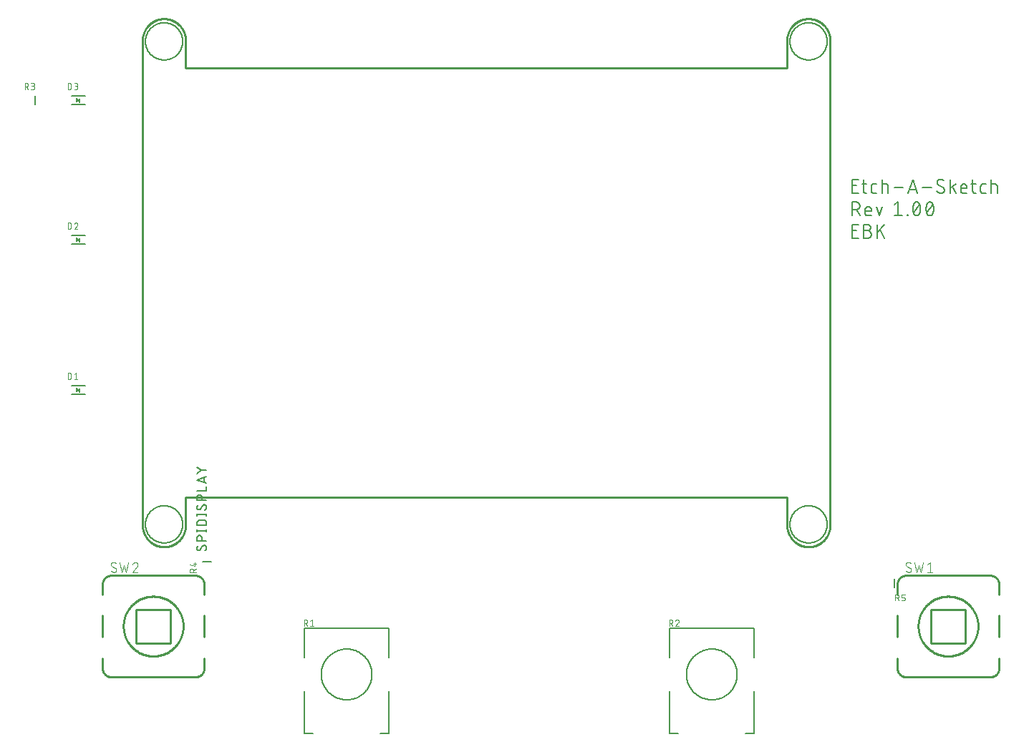
<source format=gbr>
G04 EAGLE Gerber RS-274X export*
G75*
%MOMM*%
%FSLAX34Y34*%
%LPD*%
%INSilkscreen Top*%
%IPPOS*%
%AMOC8*
5,1,8,0,0,1.08239X$1,22.5*%
G01*
%ADD10C,0.152400*%
%ADD11C,0.127000*%
%ADD12C,0.101600*%
%ADD13C,0.076200*%
%ADD14C,0.200000*%
%ADD15C,0.254000*%

G36*
X99605Y873676D02*
X99605Y873676D01*
X99705Y873675D01*
X99719Y873679D01*
X99731Y873679D01*
X99774Y873697D01*
X99884Y873733D01*
X103884Y875733D01*
X103919Y875759D01*
X103960Y875778D01*
X104009Y875826D01*
X104063Y875867D01*
X104088Y875904D01*
X104119Y875936D01*
X104148Y875998D01*
X104185Y876055D01*
X104195Y876099D01*
X104214Y876139D01*
X104219Y876208D01*
X104234Y876274D01*
X104228Y876319D01*
X104231Y876363D01*
X104212Y876429D01*
X104203Y876497D01*
X104182Y876536D01*
X104170Y876579D01*
X104129Y876634D01*
X104097Y876694D01*
X104063Y876724D01*
X104037Y876760D01*
X103966Y876809D01*
X103928Y876843D01*
X103907Y876851D01*
X103884Y876867D01*
X99884Y878867D01*
X99788Y878895D01*
X99694Y878927D01*
X99681Y878927D01*
X99668Y878931D01*
X99569Y878924D01*
X99469Y878921D01*
X99458Y878916D01*
X99445Y878915D01*
X99354Y878874D01*
X99262Y878836D01*
X99252Y878828D01*
X99240Y878822D01*
X99169Y878752D01*
X99096Y878685D01*
X99090Y878674D01*
X99081Y878664D01*
X99039Y878574D01*
X98993Y878485D01*
X98991Y878471D01*
X98986Y878461D01*
X98983Y878414D01*
X98966Y878300D01*
X98966Y874300D01*
X98983Y874202D01*
X98997Y874103D01*
X99003Y874092D01*
X99005Y874079D01*
X99056Y873993D01*
X99103Y873906D01*
X99113Y873897D01*
X99120Y873886D01*
X99197Y873823D01*
X99272Y873757D01*
X99284Y873753D01*
X99294Y873745D01*
X99388Y873713D01*
X99481Y873677D01*
X99494Y873677D01*
X99506Y873673D01*
X99605Y873676D01*
G37*
G36*
X99605Y708576D02*
X99605Y708576D01*
X99705Y708575D01*
X99719Y708579D01*
X99731Y708579D01*
X99774Y708597D01*
X99884Y708633D01*
X103884Y710633D01*
X103919Y710659D01*
X103960Y710678D01*
X104009Y710726D01*
X104063Y710767D01*
X104088Y710804D01*
X104119Y710836D01*
X104148Y710898D01*
X104185Y710955D01*
X104195Y710999D01*
X104214Y711039D01*
X104219Y711108D01*
X104234Y711174D01*
X104228Y711219D01*
X104231Y711263D01*
X104212Y711329D01*
X104203Y711397D01*
X104182Y711436D01*
X104170Y711479D01*
X104129Y711534D01*
X104097Y711594D01*
X104063Y711624D01*
X104037Y711660D01*
X103966Y711709D01*
X103928Y711743D01*
X103907Y711751D01*
X103884Y711767D01*
X99884Y713767D01*
X99788Y713795D01*
X99694Y713827D01*
X99681Y713827D01*
X99668Y713831D01*
X99569Y713824D01*
X99469Y713821D01*
X99458Y713816D01*
X99445Y713815D01*
X99354Y713774D01*
X99262Y713736D01*
X99252Y713728D01*
X99240Y713722D01*
X99169Y713652D01*
X99096Y713585D01*
X99090Y713574D01*
X99081Y713564D01*
X99039Y713474D01*
X98993Y713385D01*
X98991Y713371D01*
X98986Y713361D01*
X98983Y713314D01*
X98966Y713200D01*
X98966Y709200D01*
X98983Y709102D01*
X98997Y709003D01*
X99003Y708992D01*
X99005Y708979D01*
X99056Y708893D01*
X99103Y708806D01*
X99113Y708797D01*
X99120Y708786D01*
X99197Y708723D01*
X99272Y708657D01*
X99284Y708653D01*
X99294Y708645D01*
X99388Y708613D01*
X99481Y708577D01*
X99494Y708577D01*
X99506Y708573D01*
X99605Y708576D01*
G37*
G36*
X99605Y530776D02*
X99605Y530776D01*
X99705Y530775D01*
X99719Y530779D01*
X99731Y530779D01*
X99774Y530797D01*
X99884Y530833D01*
X103884Y532833D01*
X103919Y532859D01*
X103960Y532878D01*
X104009Y532926D01*
X104063Y532967D01*
X104088Y533004D01*
X104119Y533036D01*
X104148Y533098D01*
X104185Y533155D01*
X104195Y533199D01*
X104214Y533239D01*
X104219Y533308D01*
X104234Y533374D01*
X104228Y533419D01*
X104231Y533463D01*
X104212Y533529D01*
X104203Y533597D01*
X104182Y533636D01*
X104170Y533679D01*
X104129Y533734D01*
X104097Y533794D01*
X104063Y533824D01*
X104037Y533860D01*
X103966Y533909D01*
X103928Y533943D01*
X103907Y533951D01*
X103884Y533967D01*
X99884Y535967D01*
X99788Y535995D01*
X99694Y536027D01*
X99681Y536027D01*
X99668Y536031D01*
X99569Y536024D01*
X99469Y536021D01*
X99458Y536016D01*
X99445Y536015D01*
X99354Y535974D01*
X99262Y535936D01*
X99252Y535928D01*
X99240Y535922D01*
X99169Y535852D01*
X99096Y535785D01*
X99090Y535774D01*
X99081Y535764D01*
X99039Y535674D01*
X98993Y535585D01*
X98991Y535571D01*
X98986Y535561D01*
X98983Y535514D01*
X98966Y535400D01*
X98966Y531400D01*
X98983Y531302D01*
X98997Y531203D01*
X99003Y531192D01*
X99005Y531179D01*
X99056Y531093D01*
X99103Y531006D01*
X99113Y530997D01*
X99120Y530986D01*
X99197Y530923D01*
X99272Y530857D01*
X99284Y530853D01*
X99294Y530845D01*
X99388Y530813D01*
X99481Y530777D01*
X99494Y530777D01*
X99506Y530773D01*
X99605Y530776D01*
G37*
D10*
X1023987Y766572D02*
X1016762Y766572D01*
X1016762Y782828D01*
X1023987Y782828D01*
X1022181Y775603D02*
X1016762Y775603D01*
X1028322Y777409D02*
X1033741Y777409D01*
X1030128Y782828D02*
X1030128Y769281D01*
X1030129Y769281D02*
X1030131Y769180D01*
X1030137Y769079D01*
X1030146Y768978D01*
X1030159Y768877D01*
X1030176Y768777D01*
X1030197Y768678D01*
X1030221Y768580D01*
X1030249Y768483D01*
X1030281Y768386D01*
X1030316Y768291D01*
X1030355Y768198D01*
X1030397Y768106D01*
X1030443Y768015D01*
X1030492Y767927D01*
X1030544Y767840D01*
X1030600Y767755D01*
X1030658Y767672D01*
X1030720Y767592D01*
X1030785Y767514D01*
X1030852Y767438D01*
X1030922Y767365D01*
X1030995Y767295D01*
X1031071Y767228D01*
X1031149Y767163D01*
X1031229Y767101D01*
X1031312Y767043D01*
X1031397Y766987D01*
X1031484Y766935D01*
X1031572Y766886D01*
X1031663Y766840D01*
X1031755Y766798D01*
X1031848Y766759D01*
X1031943Y766724D01*
X1032040Y766692D01*
X1032137Y766664D01*
X1032235Y766640D01*
X1032334Y766619D01*
X1032434Y766602D01*
X1032535Y766589D01*
X1032636Y766580D01*
X1032737Y766574D01*
X1032838Y766572D01*
X1033741Y766572D01*
X1042246Y766572D02*
X1045858Y766572D01*
X1042246Y766572D02*
X1042145Y766574D01*
X1042044Y766580D01*
X1041943Y766589D01*
X1041842Y766602D01*
X1041742Y766619D01*
X1041643Y766640D01*
X1041545Y766664D01*
X1041448Y766692D01*
X1041351Y766724D01*
X1041256Y766759D01*
X1041163Y766798D01*
X1041071Y766840D01*
X1040980Y766886D01*
X1040892Y766935D01*
X1040805Y766987D01*
X1040720Y767043D01*
X1040637Y767101D01*
X1040557Y767163D01*
X1040479Y767228D01*
X1040403Y767295D01*
X1040330Y767365D01*
X1040260Y767438D01*
X1040193Y767514D01*
X1040128Y767592D01*
X1040066Y767672D01*
X1040008Y767755D01*
X1039952Y767840D01*
X1039900Y767927D01*
X1039851Y768015D01*
X1039805Y768106D01*
X1039763Y768198D01*
X1039724Y768291D01*
X1039689Y768386D01*
X1039657Y768483D01*
X1039629Y768580D01*
X1039605Y768678D01*
X1039584Y768777D01*
X1039567Y768877D01*
X1039554Y768978D01*
X1039545Y769079D01*
X1039539Y769180D01*
X1039537Y769281D01*
X1039537Y774700D01*
X1039539Y774801D01*
X1039545Y774902D01*
X1039554Y775003D01*
X1039567Y775104D01*
X1039584Y775204D01*
X1039605Y775303D01*
X1039629Y775401D01*
X1039657Y775498D01*
X1039689Y775595D01*
X1039724Y775690D01*
X1039763Y775783D01*
X1039805Y775875D01*
X1039851Y775966D01*
X1039900Y776055D01*
X1039952Y776141D01*
X1040008Y776226D01*
X1040066Y776309D01*
X1040128Y776389D01*
X1040193Y776467D01*
X1040260Y776543D01*
X1040330Y776616D01*
X1040403Y776686D01*
X1040479Y776753D01*
X1040557Y776818D01*
X1040637Y776880D01*
X1040720Y776938D01*
X1040805Y776994D01*
X1040892Y777046D01*
X1040980Y777095D01*
X1041071Y777141D01*
X1041163Y777183D01*
X1041256Y777222D01*
X1041351Y777257D01*
X1041448Y777289D01*
X1041545Y777317D01*
X1041643Y777341D01*
X1041742Y777362D01*
X1041842Y777379D01*
X1041943Y777392D01*
X1042044Y777401D01*
X1042145Y777407D01*
X1042246Y777409D01*
X1045858Y777409D01*
X1052024Y782828D02*
X1052024Y766572D01*
X1052024Y777409D02*
X1056540Y777409D01*
X1056644Y777407D01*
X1056747Y777401D01*
X1056851Y777391D01*
X1056954Y777377D01*
X1057056Y777359D01*
X1057157Y777338D01*
X1057258Y777312D01*
X1057357Y777283D01*
X1057456Y777250D01*
X1057553Y777213D01*
X1057648Y777172D01*
X1057742Y777128D01*
X1057834Y777080D01*
X1057924Y777029D01*
X1058013Y776974D01*
X1058099Y776916D01*
X1058182Y776854D01*
X1058264Y776790D01*
X1058342Y776722D01*
X1058418Y776652D01*
X1058492Y776579D01*
X1058562Y776502D01*
X1058630Y776424D01*
X1058694Y776342D01*
X1058756Y776259D01*
X1058814Y776173D01*
X1058869Y776084D01*
X1058920Y775994D01*
X1058968Y775902D01*
X1059012Y775808D01*
X1059053Y775713D01*
X1059090Y775616D01*
X1059123Y775517D01*
X1059152Y775418D01*
X1059178Y775317D01*
X1059199Y775216D01*
X1059217Y775114D01*
X1059231Y775011D01*
X1059241Y774907D01*
X1059247Y774804D01*
X1059249Y774700D01*
X1059249Y766572D01*
X1066370Y772894D02*
X1077207Y772894D01*
X1083043Y766572D02*
X1088462Y782828D01*
X1093881Y766572D01*
X1092526Y770636D02*
X1084398Y770636D01*
X1099717Y772894D02*
X1110554Y772894D01*
X1122191Y766572D02*
X1122309Y766574D01*
X1122427Y766580D01*
X1122545Y766589D01*
X1122662Y766603D01*
X1122779Y766620D01*
X1122896Y766641D01*
X1123011Y766666D01*
X1123126Y766695D01*
X1123240Y766728D01*
X1123352Y766764D01*
X1123463Y766804D01*
X1123573Y766847D01*
X1123682Y766894D01*
X1123789Y766944D01*
X1123894Y766999D01*
X1123997Y767056D01*
X1124098Y767117D01*
X1124198Y767181D01*
X1124295Y767248D01*
X1124390Y767318D01*
X1124482Y767392D01*
X1124573Y767468D01*
X1124660Y767548D01*
X1124745Y767630D01*
X1124827Y767715D01*
X1124907Y767802D01*
X1124983Y767893D01*
X1125057Y767985D01*
X1125127Y768080D01*
X1125194Y768177D01*
X1125258Y768277D01*
X1125319Y768378D01*
X1125376Y768481D01*
X1125431Y768586D01*
X1125481Y768693D01*
X1125528Y768802D01*
X1125571Y768912D01*
X1125611Y769023D01*
X1125647Y769135D01*
X1125680Y769249D01*
X1125709Y769364D01*
X1125734Y769479D01*
X1125755Y769596D01*
X1125772Y769713D01*
X1125786Y769830D01*
X1125795Y769948D01*
X1125801Y770066D01*
X1125803Y770184D01*
X1122191Y766572D02*
X1122008Y766574D01*
X1121826Y766581D01*
X1121644Y766592D01*
X1121462Y766607D01*
X1121280Y766627D01*
X1121099Y766650D01*
X1120919Y766679D01*
X1120739Y766711D01*
X1120560Y766748D01*
X1120383Y766789D01*
X1120206Y766835D01*
X1120030Y766884D01*
X1119856Y766938D01*
X1119682Y766996D01*
X1119511Y767058D01*
X1119341Y767124D01*
X1119172Y767195D01*
X1119005Y767269D01*
X1118840Y767347D01*
X1118677Y767429D01*
X1118516Y767515D01*
X1118357Y767605D01*
X1118200Y767699D01*
X1118046Y767796D01*
X1117894Y767897D01*
X1117744Y768002D01*
X1117597Y768110D01*
X1117453Y768221D01*
X1117311Y768336D01*
X1117172Y768455D01*
X1117036Y768577D01*
X1116903Y768702D01*
X1116773Y768830D01*
X1117224Y779216D02*
X1117226Y779334D01*
X1117232Y779452D01*
X1117241Y779570D01*
X1117255Y779687D01*
X1117272Y779804D01*
X1117293Y779921D01*
X1117318Y780036D01*
X1117347Y780151D01*
X1117380Y780265D01*
X1117416Y780377D01*
X1117456Y780488D01*
X1117499Y780598D01*
X1117546Y780707D01*
X1117596Y780814D01*
X1117651Y780919D01*
X1117708Y781022D01*
X1117769Y781123D01*
X1117833Y781223D01*
X1117900Y781320D01*
X1117970Y781415D01*
X1118044Y781507D01*
X1118120Y781598D01*
X1118200Y781685D01*
X1118282Y781770D01*
X1118367Y781852D01*
X1118454Y781932D01*
X1118545Y782008D01*
X1118637Y782082D01*
X1118732Y782152D01*
X1118829Y782219D01*
X1118929Y782283D01*
X1119030Y782344D01*
X1119133Y782402D01*
X1119238Y782456D01*
X1119345Y782506D01*
X1119454Y782553D01*
X1119564Y782597D01*
X1119675Y782636D01*
X1119788Y782672D01*
X1119901Y782705D01*
X1120016Y782734D01*
X1120131Y782759D01*
X1120248Y782780D01*
X1120365Y782797D01*
X1120482Y782811D01*
X1120600Y782820D01*
X1120718Y782826D01*
X1120836Y782828D01*
X1120997Y782826D01*
X1121159Y782820D01*
X1121320Y782811D01*
X1121481Y782797D01*
X1121641Y782780D01*
X1121801Y782759D01*
X1121961Y782734D01*
X1122120Y782705D01*
X1122278Y782673D01*
X1122435Y782637D01*
X1122591Y782597D01*
X1122747Y782553D01*
X1122901Y782505D01*
X1123054Y782454D01*
X1123206Y782400D01*
X1123357Y782341D01*
X1123506Y782280D01*
X1123653Y782214D01*
X1123799Y782145D01*
X1123944Y782073D01*
X1124086Y781997D01*
X1124227Y781918D01*
X1124366Y781836D01*
X1124502Y781750D01*
X1124637Y781661D01*
X1124770Y781569D01*
X1124900Y781473D01*
X1119029Y776055D02*
X1118928Y776117D01*
X1118828Y776182D01*
X1118731Y776251D01*
X1118636Y776323D01*
X1118543Y776397D01*
X1118453Y776475D01*
X1118365Y776556D01*
X1118280Y776639D01*
X1118198Y776725D01*
X1118119Y776814D01*
X1118042Y776905D01*
X1117969Y776999D01*
X1117898Y777095D01*
X1117831Y777193D01*
X1117767Y777293D01*
X1117706Y777396D01*
X1117649Y777500D01*
X1117595Y777606D01*
X1117545Y777714D01*
X1117498Y777823D01*
X1117454Y777934D01*
X1117414Y778046D01*
X1117378Y778160D01*
X1117346Y778274D01*
X1117317Y778390D01*
X1117292Y778506D01*
X1117271Y778623D01*
X1117254Y778741D01*
X1117240Y778859D01*
X1117231Y778978D01*
X1117225Y779097D01*
X1117223Y779216D01*
X1123997Y773345D02*
X1124098Y773283D01*
X1124198Y773218D01*
X1124295Y773149D01*
X1124390Y773077D01*
X1124483Y773003D01*
X1124573Y772925D01*
X1124661Y772844D01*
X1124746Y772761D01*
X1124828Y772675D01*
X1124907Y772586D01*
X1124984Y772495D01*
X1125057Y772401D01*
X1125128Y772305D01*
X1125195Y772207D01*
X1125259Y772107D01*
X1125320Y772004D01*
X1125377Y771900D01*
X1125431Y771794D01*
X1125481Y771686D01*
X1125528Y771577D01*
X1125572Y771466D01*
X1125612Y771354D01*
X1125648Y771240D01*
X1125680Y771126D01*
X1125709Y771010D01*
X1125734Y770894D01*
X1125755Y770777D01*
X1125772Y770659D01*
X1125786Y770541D01*
X1125795Y770422D01*
X1125801Y770303D01*
X1125803Y770184D01*
X1123997Y773345D02*
X1119030Y776055D01*
X1132433Y782828D02*
X1132433Y766572D01*
X1132433Y771991D02*
X1139658Y777409D01*
X1135594Y774248D02*
X1139658Y766572D01*
X1148000Y766572D02*
X1152515Y766572D01*
X1148000Y766572D02*
X1147899Y766574D01*
X1147798Y766580D01*
X1147697Y766589D01*
X1147596Y766602D01*
X1147496Y766619D01*
X1147397Y766640D01*
X1147299Y766664D01*
X1147202Y766692D01*
X1147105Y766724D01*
X1147010Y766759D01*
X1146917Y766798D01*
X1146825Y766840D01*
X1146734Y766886D01*
X1146646Y766935D01*
X1146559Y766987D01*
X1146474Y767043D01*
X1146391Y767101D01*
X1146311Y767163D01*
X1146233Y767228D01*
X1146157Y767295D01*
X1146084Y767365D01*
X1146014Y767438D01*
X1145947Y767514D01*
X1145882Y767592D01*
X1145820Y767672D01*
X1145762Y767755D01*
X1145706Y767840D01*
X1145654Y767927D01*
X1145605Y768015D01*
X1145559Y768106D01*
X1145517Y768198D01*
X1145478Y768291D01*
X1145443Y768386D01*
X1145411Y768483D01*
X1145383Y768580D01*
X1145359Y768678D01*
X1145338Y768777D01*
X1145321Y768877D01*
X1145308Y768978D01*
X1145299Y769079D01*
X1145293Y769180D01*
X1145291Y769281D01*
X1145290Y769281D02*
X1145290Y773797D01*
X1145291Y773797D02*
X1145293Y773916D01*
X1145299Y774036D01*
X1145309Y774155D01*
X1145323Y774273D01*
X1145340Y774392D01*
X1145362Y774509D01*
X1145387Y774626D01*
X1145417Y774741D01*
X1145450Y774856D01*
X1145487Y774970D01*
X1145527Y775082D01*
X1145572Y775193D01*
X1145620Y775302D01*
X1145671Y775410D01*
X1145726Y775516D01*
X1145785Y775620D01*
X1145847Y775722D01*
X1145912Y775822D01*
X1145981Y775920D01*
X1146053Y776016D01*
X1146128Y776109D01*
X1146205Y776199D01*
X1146286Y776287D01*
X1146370Y776372D01*
X1146457Y776454D01*
X1146546Y776534D01*
X1146638Y776610D01*
X1146732Y776684D01*
X1146829Y776754D01*
X1146927Y776821D01*
X1147028Y776885D01*
X1147132Y776945D01*
X1147237Y777002D01*
X1147344Y777055D01*
X1147452Y777105D01*
X1147562Y777151D01*
X1147674Y777193D01*
X1147787Y777232D01*
X1147901Y777267D01*
X1148016Y777298D01*
X1148133Y777326D01*
X1148250Y777349D01*
X1148367Y777369D01*
X1148486Y777385D01*
X1148605Y777397D01*
X1148724Y777405D01*
X1148843Y777409D01*
X1148963Y777409D01*
X1149082Y777405D01*
X1149201Y777397D01*
X1149320Y777385D01*
X1149439Y777369D01*
X1149556Y777349D01*
X1149673Y777326D01*
X1149790Y777298D01*
X1149905Y777267D01*
X1150019Y777232D01*
X1150132Y777193D01*
X1150244Y777151D01*
X1150354Y777105D01*
X1150462Y777055D01*
X1150569Y777002D01*
X1150674Y776945D01*
X1150778Y776885D01*
X1150879Y776821D01*
X1150977Y776754D01*
X1151074Y776684D01*
X1151168Y776610D01*
X1151260Y776534D01*
X1151349Y776454D01*
X1151436Y776372D01*
X1151520Y776287D01*
X1151601Y776199D01*
X1151678Y776109D01*
X1151753Y776016D01*
X1151825Y775920D01*
X1151894Y775822D01*
X1151959Y775722D01*
X1152021Y775620D01*
X1152080Y775516D01*
X1152135Y775410D01*
X1152186Y775302D01*
X1152234Y775193D01*
X1152279Y775082D01*
X1152319Y774970D01*
X1152356Y774856D01*
X1152389Y774741D01*
X1152419Y774626D01*
X1152444Y774509D01*
X1152466Y774392D01*
X1152483Y774273D01*
X1152497Y774155D01*
X1152507Y774036D01*
X1152513Y773916D01*
X1152515Y773797D01*
X1152515Y771991D01*
X1145290Y771991D01*
X1157540Y777409D02*
X1162959Y777409D01*
X1159346Y782828D02*
X1159346Y769281D01*
X1159347Y769281D02*
X1159349Y769180D01*
X1159355Y769079D01*
X1159364Y768978D01*
X1159377Y768877D01*
X1159394Y768777D01*
X1159415Y768678D01*
X1159439Y768580D01*
X1159467Y768483D01*
X1159499Y768386D01*
X1159534Y768291D01*
X1159573Y768198D01*
X1159615Y768106D01*
X1159661Y768015D01*
X1159710Y767927D01*
X1159762Y767840D01*
X1159818Y767755D01*
X1159876Y767672D01*
X1159938Y767592D01*
X1160003Y767514D01*
X1160070Y767438D01*
X1160140Y767365D01*
X1160213Y767295D01*
X1160289Y767228D01*
X1160367Y767163D01*
X1160447Y767101D01*
X1160530Y767043D01*
X1160615Y766987D01*
X1160702Y766935D01*
X1160790Y766886D01*
X1160881Y766840D01*
X1160973Y766798D01*
X1161066Y766759D01*
X1161161Y766724D01*
X1161258Y766692D01*
X1161355Y766664D01*
X1161453Y766640D01*
X1161552Y766619D01*
X1161652Y766602D01*
X1161753Y766589D01*
X1161854Y766580D01*
X1161955Y766574D01*
X1162056Y766572D01*
X1162959Y766572D01*
X1171464Y766572D02*
X1175076Y766572D01*
X1171464Y766572D02*
X1171363Y766574D01*
X1171262Y766580D01*
X1171161Y766589D01*
X1171060Y766602D01*
X1170960Y766619D01*
X1170861Y766640D01*
X1170763Y766664D01*
X1170666Y766692D01*
X1170569Y766724D01*
X1170474Y766759D01*
X1170381Y766798D01*
X1170289Y766840D01*
X1170198Y766886D01*
X1170110Y766935D01*
X1170023Y766987D01*
X1169938Y767043D01*
X1169855Y767101D01*
X1169775Y767163D01*
X1169697Y767228D01*
X1169621Y767295D01*
X1169548Y767365D01*
X1169478Y767438D01*
X1169411Y767514D01*
X1169346Y767592D01*
X1169284Y767672D01*
X1169226Y767755D01*
X1169170Y767840D01*
X1169118Y767927D01*
X1169069Y768015D01*
X1169023Y768106D01*
X1168981Y768198D01*
X1168942Y768291D01*
X1168907Y768386D01*
X1168875Y768483D01*
X1168847Y768580D01*
X1168823Y768678D01*
X1168802Y768777D01*
X1168785Y768877D01*
X1168772Y768978D01*
X1168763Y769079D01*
X1168757Y769180D01*
X1168755Y769281D01*
X1168755Y774700D01*
X1168757Y774801D01*
X1168763Y774902D01*
X1168772Y775003D01*
X1168785Y775104D01*
X1168802Y775204D01*
X1168823Y775303D01*
X1168847Y775401D01*
X1168875Y775498D01*
X1168907Y775595D01*
X1168942Y775690D01*
X1168981Y775783D01*
X1169023Y775875D01*
X1169069Y775966D01*
X1169118Y776055D01*
X1169170Y776141D01*
X1169226Y776226D01*
X1169284Y776309D01*
X1169346Y776389D01*
X1169411Y776467D01*
X1169478Y776543D01*
X1169548Y776616D01*
X1169621Y776686D01*
X1169697Y776753D01*
X1169775Y776818D01*
X1169855Y776880D01*
X1169938Y776938D01*
X1170023Y776994D01*
X1170110Y777046D01*
X1170198Y777095D01*
X1170289Y777141D01*
X1170381Y777183D01*
X1170474Y777222D01*
X1170569Y777257D01*
X1170666Y777289D01*
X1170763Y777317D01*
X1170861Y777341D01*
X1170960Y777362D01*
X1171060Y777379D01*
X1171161Y777392D01*
X1171262Y777401D01*
X1171363Y777407D01*
X1171464Y777409D01*
X1175076Y777409D01*
X1181242Y782828D02*
X1181242Y766572D01*
X1181242Y777409D02*
X1185758Y777409D01*
X1185862Y777407D01*
X1185965Y777401D01*
X1186069Y777391D01*
X1186172Y777377D01*
X1186274Y777359D01*
X1186375Y777338D01*
X1186476Y777312D01*
X1186575Y777283D01*
X1186674Y777250D01*
X1186771Y777213D01*
X1186866Y777172D01*
X1186960Y777128D01*
X1187052Y777080D01*
X1187142Y777029D01*
X1187231Y776974D01*
X1187317Y776916D01*
X1187400Y776854D01*
X1187482Y776790D01*
X1187560Y776722D01*
X1187636Y776652D01*
X1187710Y776579D01*
X1187780Y776502D01*
X1187848Y776424D01*
X1187912Y776342D01*
X1187974Y776259D01*
X1188032Y776173D01*
X1188087Y776084D01*
X1188138Y775994D01*
X1188186Y775902D01*
X1188230Y775808D01*
X1188271Y775713D01*
X1188308Y775616D01*
X1188341Y775517D01*
X1188370Y775418D01*
X1188396Y775317D01*
X1188417Y775216D01*
X1188435Y775114D01*
X1188449Y775011D01*
X1188459Y774907D01*
X1188465Y774804D01*
X1188467Y774700D01*
X1188467Y766572D01*
X1016762Y756158D02*
X1016762Y739902D01*
X1016762Y756158D02*
X1021278Y756158D01*
X1021411Y756156D01*
X1021543Y756150D01*
X1021675Y756140D01*
X1021807Y756127D01*
X1021939Y756109D01*
X1022069Y756088D01*
X1022200Y756063D01*
X1022329Y756034D01*
X1022457Y756001D01*
X1022585Y755965D01*
X1022711Y755925D01*
X1022836Y755881D01*
X1022960Y755833D01*
X1023082Y755782D01*
X1023203Y755727D01*
X1023322Y755669D01*
X1023440Y755607D01*
X1023555Y755542D01*
X1023669Y755473D01*
X1023780Y755402D01*
X1023889Y755326D01*
X1023996Y755248D01*
X1024101Y755167D01*
X1024203Y755082D01*
X1024303Y754995D01*
X1024400Y754905D01*
X1024495Y754812D01*
X1024586Y754716D01*
X1024675Y754618D01*
X1024761Y754517D01*
X1024844Y754413D01*
X1024924Y754307D01*
X1025000Y754199D01*
X1025074Y754089D01*
X1025144Y753976D01*
X1025211Y753862D01*
X1025274Y753745D01*
X1025334Y753627D01*
X1025391Y753507D01*
X1025444Y753385D01*
X1025493Y753262D01*
X1025539Y753138D01*
X1025581Y753012D01*
X1025619Y752885D01*
X1025654Y752757D01*
X1025685Y752628D01*
X1025712Y752499D01*
X1025735Y752368D01*
X1025755Y752237D01*
X1025770Y752105D01*
X1025782Y751973D01*
X1025790Y751841D01*
X1025794Y751708D01*
X1025794Y751576D01*
X1025790Y751443D01*
X1025782Y751311D01*
X1025770Y751179D01*
X1025755Y751047D01*
X1025735Y750916D01*
X1025712Y750785D01*
X1025685Y750656D01*
X1025654Y750527D01*
X1025619Y750399D01*
X1025581Y750272D01*
X1025539Y750146D01*
X1025493Y750022D01*
X1025444Y749899D01*
X1025391Y749777D01*
X1025334Y749657D01*
X1025274Y749539D01*
X1025211Y749422D01*
X1025144Y749308D01*
X1025074Y749195D01*
X1025000Y749085D01*
X1024924Y748977D01*
X1024844Y748871D01*
X1024761Y748767D01*
X1024675Y748666D01*
X1024586Y748568D01*
X1024495Y748472D01*
X1024400Y748379D01*
X1024303Y748289D01*
X1024203Y748202D01*
X1024101Y748117D01*
X1023996Y748036D01*
X1023889Y747958D01*
X1023780Y747882D01*
X1023669Y747811D01*
X1023555Y747742D01*
X1023440Y747677D01*
X1023322Y747615D01*
X1023203Y747557D01*
X1023082Y747502D01*
X1022960Y747451D01*
X1022836Y747403D01*
X1022711Y747359D01*
X1022585Y747319D01*
X1022457Y747283D01*
X1022329Y747250D01*
X1022200Y747221D01*
X1022069Y747196D01*
X1021939Y747175D01*
X1021807Y747157D01*
X1021675Y747144D01*
X1021543Y747134D01*
X1021411Y747128D01*
X1021278Y747126D01*
X1021278Y747127D02*
X1016762Y747127D01*
X1022181Y747127D02*
X1025793Y739902D01*
X1034872Y739902D02*
X1039388Y739902D01*
X1034872Y739902D02*
X1034771Y739904D01*
X1034670Y739910D01*
X1034569Y739919D01*
X1034468Y739932D01*
X1034368Y739949D01*
X1034269Y739970D01*
X1034171Y739994D01*
X1034074Y740022D01*
X1033977Y740054D01*
X1033882Y740089D01*
X1033789Y740128D01*
X1033697Y740170D01*
X1033606Y740216D01*
X1033518Y740265D01*
X1033431Y740317D01*
X1033346Y740373D01*
X1033263Y740431D01*
X1033183Y740493D01*
X1033105Y740558D01*
X1033029Y740625D01*
X1032956Y740695D01*
X1032886Y740768D01*
X1032819Y740844D01*
X1032754Y740922D01*
X1032692Y741002D01*
X1032634Y741085D01*
X1032578Y741170D01*
X1032526Y741257D01*
X1032477Y741345D01*
X1032431Y741436D01*
X1032389Y741528D01*
X1032350Y741621D01*
X1032315Y741716D01*
X1032283Y741813D01*
X1032255Y741910D01*
X1032231Y742008D01*
X1032210Y742107D01*
X1032193Y742207D01*
X1032180Y742308D01*
X1032171Y742409D01*
X1032165Y742510D01*
X1032163Y742611D01*
X1032163Y747127D01*
X1032165Y747246D01*
X1032171Y747366D01*
X1032181Y747485D01*
X1032195Y747603D01*
X1032212Y747722D01*
X1032234Y747839D01*
X1032259Y747956D01*
X1032289Y748071D01*
X1032322Y748186D01*
X1032359Y748300D01*
X1032399Y748412D01*
X1032444Y748523D01*
X1032492Y748632D01*
X1032543Y748740D01*
X1032598Y748846D01*
X1032657Y748950D01*
X1032719Y749052D01*
X1032784Y749152D01*
X1032853Y749250D01*
X1032925Y749346D01*
X1033000Y749439D01*
X1033077Y749529D01*
X1033158Y749617D01*
X1033242Y749702D01*
X1033329Y749784D01*
X1033418Y749864D01*
X1033510Y749940D01*
X1033604Y750014D01*
X1033701Y750084D01*
X1033799Y750151D01*
X1033900Y750215D01*
X1034004Y750275D01*
X1034109Y750332D01*
X1034216Y750385D01*
X1034324Y750435D01*
X1034434Y750481D01*
X1034546Y750523D01*
X1034659Y750562D01*
X1034773Y750597D01*
X1034888Y750628D01*
X1035005Y750656D01*
X1035122Y750679D01*
X1035239Y750699D01*
X1035358Y750715D01*
X1035477Y750727D01*
X1035596Y750735D01*
X1035715Y750739D01*
X1035835Y750739D01*
X1035954Y750735D01*
X1036073Y750727D01*
X1036192Y750715D01*
X1036311Y750699D01*
X1036428Y750679D01*
X1036545Y750656D01*
X1036662Y750628D01*
X1036777Y750597D01*
X1036891Y750562D01*
X1037004Y750523D01*
X1037116Y750481D01*
X1037226Y750435D01*
X1037334Y750385D01*
X1037441Y750332D01*
X1037546Y750275D01*
X1037650Y750215D01*
X1037751Y750151D01*
X1037849Y750084D01*
X1037946Y750014D01*
X1038040Y749940D01*
X1038132Y749864D01*
X1038221Y749784D01*
X1038308Y749702D01*
X1038392Y749617D01*
X1038473Y749529D01*
X1038550Y749439D01*
X1038625Y749346D01*
X1038697Y749250D01*
X1038766Y749152D01*
X1038831Y749052D01*
X1038893Y748950D01*
X1038952Y748846D01*
X1039007Y748740D01*
X1039058Y748632D01*
X1039106Y748523D01*
X1039151Y748412D01*
X1039191Y748300D01*
X1039228Y748186D01*
X1039261Y748071D01*
X1039291Y747956D01*
X1039316Y747839D01*
X1039338Y747722D01*
X1039355Y747603D01*
X1039369Y747485D01*
X1039379Y747366D01*
X1039385Y747246D01*
X1039387Y747127D01*
X1039388Y747127D02*
X1039388Y745321D01*
X1032163Y745321D01*
X1045189Y750739D02*
X1048801Y739902D01*
X1052414Y750739D01*
X1066690Y752546D02*
X1071206Y756158D01*
X1071206Y739902D01*
X1075721Y739902D02*
X1066690Y739902D01*
X1081696Y739902D02*
X1081696Y740805D01*
X1082599Y740805D01*
X1082599Y739902D01*
X1081696Y739902D01*
X1088574Y748030D02*
X1088578Y748350D01*
X1088589Y748669D01*
X1088608Y748989D01*
X1088635Y749307D01*
X1088669Y749625D01*
X1088711Y749942D01*
X1088761Y750258D01*
X1088818Y750573D01*
X1088882Y750886D01*
X1088954Y751198D01*
X1089033Y751508D01*
X1089120Y751815D01*
X1089214Y752121D01*
X1089315Y752424D01*
X1089424Y752725D01*
X1089539Y753023D01*
X1089662Y753319D01*
X1089792Y753611D01*
X1089929Y753900D01*
X1089929Y753901D02*
X1089968Y754009D01*
X1090011Y754116D01*
X1090057Y754221D01*
X1090108Y754325D01*
X1090161Y754427D01*
X1090218Y754527D01*
X1090279Y754625D01*
X1090343Y754720D01*
X1090410Y754814D01*
X1090481Y754905D01*
X1090554Y754994D01*
X1090631Y755080D01*
X1090710Y755163D01*
X1090792Y755244D01*
X1090877Y755322D01*
X1090965Y755396D01*
X1091055Y755468D01*
X1091147Y755536D01*
X1091242Y755602D01*
X1091339Y755664D01*
X1091438Y755722D01*
X1091540Y755778D01*
X1091642Y755829D01*
X1091747Y755877D01*
X1091853Y755922D01*
X1091961Y755963D01*
X1092070Y756000D01*
X1092180Y756033D01*
X1092292Y756062D01*
X1092404Y756088D01*
X1092517Y756110D01*
X1092631Y756127D01*
X1092745Y756141D01*
X1092860Y756151D01*
X1092975Y756157D01*
X1093090Y756159D01*
X1093090Y756158D02*
X1093205Y756156D01*
X1093320Y756150D01*
X1093435Y756140D01*
X1093549Y756126D01*
X1093663Y756109D01*
X1093776Y756087D01*
X1093888Y756061D01*
X1094000Y756032D01*
X1094110Y755999D01*
X1094219Y755962D01*
X1094327Y755921D01*
X1094433Y755876D01*
X1094538Y755828D01*
X1094640Y755777D01*
X1094741Y755721D01*
X1094841Y755663D01*
X1094938Y755601D01*
X1095032Y755536D01*
X1095125Y755467D01*
X1095215Y755395D01*
X1095303Y755321D01*
X1095388Y755243D01*
X1095470Y755162D01*
X1095549Y755079D01*
X1095626Y754993D01*
X1095699Y754904D01*
X1095770Y754813D01*
X1095837Y754719D01*
X1095901Y754624D01*
X1095962Y754526D01*
X1096019Y754426D01*
X1096072Y754324D01*
X1096123Y754220D01*
X1096169Y754115D01*
X1096212Y754008D01*
X1096251Y753900D01*
X1096250Y753900D02*
X1096387Y753611D01*
X1096517Y753319D01*
X1096640Y753023D01*
X1096755Y752725D01*
X1096864Y752424D01*
X1096965Y752121D01*
X1097059Y751815D01*
X1097146Y751508D01*
X1097225Y751198D01*
X1097297Y750886D01*
X1097361Y750573D01*
X1097418Y750258D01*
X1097468Y749942D01*
X1097510Y749625D01*
X1097544Y749307D01*
X1097571Y748989D01*
X1097590Y748669D01*
X1097601Y748350D01*
X1097605Y748030D01*
X1088574Y748030D02*
X1088578Y747710D01*
X1088589Y747391D01*
X1088608Y747071D01*
X1088635Y746753D01*
X1088669Y746435D01*
X1088711Y746118D01*
X1088761Y745802D01*
X1088818Y745487D01*
X1088882Y745174D01*
X1088954Y744862D01*
X1089033Y744552D01*
X1089120Y744245D01*
X1089214Y743939D01*
X1089315Y743636D01*
X1089424Y743335D01*
X1089539Y743037D01*
X1089662Y742741D01*
X1089792Y742449D01*
X1089929Y742160D01*
X1089968Y742052D01*
X1090011Y741945D01*
X1090057Y741840D01*
X1090108Y741736D01*
X1090161Y741634D01*
X1090218Y741534D01*
X1090279Y741436D01*
X1090343Y741341D01*
X1090410Y741247D01*
X1090481Y741156D01*
X1090554Y741067D01*
X1090631Y740981D01*
X1090710Y740898D01*
X1090792Y740817D01*
X1090877Y740739D01*
X1090965Y740665D01*
X1091055Y740593D01*
X1091148Y740524D01*
X1091242Y740459D01*
X1091339Y740397D01*
X1091439Y740339D01*
X1091540Y740283D01*
X1091642Y740232D01*
X1091747Y740184D01*
X1091853Y740139D01*
X1091961Y740098D01*
X1092070Y740061D01*
X1092180Y740028D01*
X1092292Y739999D01*
X1092404Y739973D01*
X1092517Y739951D01*
X1092631Y739934D01*
X1092745Y739920D01*
X1092860Y739910D01*
X1092975Y739904D01*
X1093090Y739902D01*
X1096250Y742160D02*
X1096387Y742449D01*
X1096517Y742741D01*
X1096640Y743037D01*
X1096755Y743335D01*
X1096864Y743636D01*
X1096965Y743939D01*
X1097059Y744245D01*
X1097146Y744552D01*
X1097225Y744862D01*
X1097297Y745174D01*
X1097361Y745487D01*
X1097418Y745802D01*
X1097468Y746118D01*
X1097510Y746435D01*
X1097544Y746753D01*
X1097571Y747071D01*
X1097590Y747391D01*
X1097601Y747710D01*
X1097605Y748030D01*
X1096251Y742160D02*
X1096212Y742052D01*
X1096169Y741945D01*
X1096123Y741840D01*
X1096072Y741736D01*
X1096019Y741634D01*
X1095962Y741534D01*
X1095901Y741436D01*
X1095837Y741341D01*
X1095770Y741247D01*
X1095699Y741156D01*
X1095626Y741067D01*
X1095549Y740981D01*
X1095470Y740898D01*
X1095388Y740817D01*
X1095303Y740739D01*
X1095215Y740665D01*
X1095125Y740593D01*
X1095032Y740524D01*
X1094938Y740459D01*
X1094841Y740397D01*
X1094741Y740339D01*
X1094640Y740283D01*
X1094537Y740232D01*
X1094433Y740184D01*
X1094327Y740139D01*
X1094219Y740098D01*
X1094110Y740061D01*
X1094000Y740028D01*
X1093888Y739999D01*
X1093776Y739973D01*
X1093663Y739951D01*
X1093549Y739934D01*
X1093435Y739920D01*
X1093320Y739910D01*
X1093205Y739904D01*
X1093090Y739902D01*
X1089477Y743514D02*
X1096702Y752546D01*
X1104205Y748030D02*
X1104209Y748350D01*
X1104220Y748669D01*
X1104239Y748989D01*
X1104266Y749307D01*
X1104300Y749625D01*
X1104342Y749942D01*
X1104392Y750258D01*
X1104449Y750573D01*
X1104513Y750886D01*
X1104585Y751198D01*
X1104664Y751508D01*
X1104751Y751815D01*
X1104845Y752121D01*
X1104946Y752424D01*
X1105055Y752725D01*
X1105170Y753023D01*
X1105293Y753319D01*
X1105423Y753611D01*
X1105560Y753900D01*
X1105560Y753901D02*
X1105599Y754009D01*
X1105642Y754116D01*
X1105688Y754221D01*
X1105739Y754325D01*
X1105792Y754427D01*
X1105849Y754527D01*
X1105910Y754625D01*
X1105974Y754720D01*
X1106041Y754814D01*
X1106112Y754905D01*
X1106185Y754994D01*
X1106262Y755080D01*
X1106341Y755163D01*
X1106423Y755244D01*
X1106508Y755322D01*
X1106596Y755396D01*
X1106686Y755468D01*
X1106778Y755536D01*
X1106873Y755602D01*
X1106970Y755664D01*
X1107069Y755722D01*
X1107171Y755778D01*
X1107273Y755829D01*
X1107378Y755877D01*
X1107484Y755922D01*
X1107592Y755963D01*
X1107701Y756000D01*
X1107811Y756033D01*
X1107923Y756062D01*
X1108035Y756088D01*
X1108148Y756110D01*
X1108262Y756127D01*
X1108376Y756141D01*
X1108491Y756151D01*
X1108606Y756157D01*
X1108721Y756159D01*
X1108721Y756158D02*
X1108836Y756156D01*
X1108951Y756150D01*
X1109066Y756140D01*
X1109180Y756126D01*
X1109294Y756109D01*
X1109407Y756087D01*
X1109519Y756061D01*
X1109631Y756032D01*
X1109741Y755999D01*
X1109850Y755962D01*
X1109958Y755921D01*
X1110064Y755876D01*
X1110169Y755828D01*
X1110271Y755777D01*
X1110372Y755721D01*
X1110472Y755663D01*
X1110569Y755601D01*
X1110663Y755536D01*
X1110756Y755467D01*
X1110846Y755395D01*
X1110934Y755321D01*
X1111019Y755243D01*
X1111101Y755162D01*
X1111180Y755079D01*
X1111257Y754993D01*
X1111330Y754904D01*
X1111401Y754813D01*
X1111468Y754719D01*
X1111532Y754624D01*
X1111593Y754526D01*
X1111650Y754426D01*
X1111703Y754324D01*
X1111754Y754220D01*
X1111800Y754115D01*
X1111843Y754008D01*
X1111882Y753900D01*
X1111881Y753900D02*
X1112018Y753611D01*
X1112148Y753319D01*
X1112271Y753023D01*
X1112386Y752725D01*
X1112495Y752424D01*
X1112596Y752121D01*
X1112690Y751815D01*
X1112777Y751508D01*
X1112856Y751198D01*
X1112928Y750886D01*
X1112992Y750573D01*
X1113049Y750258D01*
X1113099Y749942D01*
X1113141Y749625D01*
X1113175Y749307D01*
X1113202Y748989D01*
X1113221Y748669D01*
X1113232Y748350D01*
X1113236Y748030D01*
X1104206Y748030D02*
X1104210Y747710D01*
X1104221Y747391D01*
X1104240Y747071D01*
X1104267Y746753D01*
X1104301Y746435D01*
X1104343Y746118D01*
X1104393Y745802D01*
X1104450Y745487D01*
X1104514Y745174D01*
X1104586Y744862D01*
X1104665Y744552D01*
X1104752Y744245D01*
X1104846Y743939D01*
X1104947Y743636D01*
X1105056Y743335D01*
X1105171Y743037D01*
X1105294Y742741D01*
X1105424Y742449D01*
X1105561Y742160D01*
X1105560Y742160D02*
X1105599Y742052D01*
X1105642Y741945D01*
X1105688Y741840D01*
X1105739Y741736D01*
X1105792Y741634D01*
X1105849Y741534D01*
X1105910Y741436D01*
X1105974Y741341D01*
X1106041Y741247D01*
X1106112Y741156D01*
X1106185Y741067D01*
X1106262Y740981D01*
X1106341Y740898D01*
X1106423Y740817D01*
X1106508Y740739D01*
X1106596Y740665D01*
X1106686Y740593D01*
X1106779Y740524D01*
X1106873Y740459D01*
X1106970Y740397D01*
X1107070Y740339D01*
X1107171Y740283D01*
X1107273Y740232D01*
X1107378Y740184D01*
X1107484Y740139D01*
X1107592Y740098D01*
X1107701Y740061D01*
X1107811Y740028D01*
X1107923Y739999D01*
X1108035Y739973D01*
X1108148Y739951D01*
X1108262Y739934D01*
X1108376Y739920D01*
X1108491Y739910D01*
X1108606Y739904D01*
X1108721Y739902D01*
X1111881Y742160D02*
X1112018Y742449D01*
X1112148Y742741D01*
X1112271Y743037D01*
X1112386Y743335D01*
X1112495Y743636D01*
X1112596Y743939D01*
X1112690Y744245D01*
X1112777Y744552D01*
X1112856Y744862D01*
X1112928Y745174D01*
X1112992Y745487D01*
X1113049Y745802D01*
X1113099Y746118D01*
X1113141Y746435D01*
X1113175Y746753D01*
X1113202Y747071D01*
X1113221Y747391D01*
X1113232Y747710D01*
X1113236Y748030D01*
X1111882Y742160D02*
X1111843Y742052D01*
X1111800Y741945D01*
X1111754Y741840D01*
X1111703Y741736D01*
X1111650Y741634D01*
X1111593Y741534D01*
X1111532Y741436D01*
X1111468Y741341D01*
X1111401Y741247D01*
X1111330Y741156D01*
X1111257Y741067D01*
X1111180Y740981D01*
X1111101Y740898D01*
X1111019Y740817D01*
X1110934Y740739D01*
X1110846Y740665D01*
X1110756Y740593D01*
X1110663Y740524D01*
X1110569Y740459D01*
X1110472Y740397D01*
X1110372Y740339D01*
X1110271Y740283D01*
X1110168Y740232D01*
X1110064Y740184D01*
X1109958Y740139D01*
X1109850Y740098D01*
X1109741Y740061D01*
X1109631Y740028D01*
X1109519Y739999D01*
X1109407Y739973D01*
X1109294Y739951D01*
X1109180Y739934D01*
X1109066Y739920D01*
X1108951Y739910D01*
X1108836Y739904D01*
X1108721Y739902D01*
X1105108Y743514D02*
X1112333Y752546D01*
X1023987Y713232D02*
X1016762Y713232D01*
X1016762Y729488D01*
X1023987Y729488D01*
X1022181Y722263D02*
X1016762Y722263D01*
X1030490Y722263D02*
X1035006Y722263D01*
X1035006Y722264D02*
X1035139Y722262D01*
X1035271Y722256D01*
X1035403Y722246D01*
X1035535Y722233D01*
X1035667Y722215D01*
X1035797Y722194D01*
X1035928Y722169D01*
X1036057Y722140D01*
X1036185Y722107D01*
X1036313Y722071D01*
X1036439Y722031D01*
X1036564Y721987D01*
X1036688Y721939D01*
X1036810Y721888D01*
X1036931Y721833D01*
X1037050Y721775D01*
X1037168Y721713D01*
X1037283Y721648D01*
X1037397Y721579D01*
X1037508Y721508D01*
X1037617Y721432D01*
X1037724Y721354D01*
X1037829Y721273D01*
X1037931Y721188D01*
X1038031Y721101D01*
X1038128Y721011D01*
X1038223Y720918D01*
X1038314Y720822D01*
X1038403Y720724D01*
X1038489Y720623D01*
X1038572Y720519D01*
X1038652Y720413D01*
X1038728Y720305D01*
X1038802Y720195D01*
X1038872Y720082D01*
X1038939Y719968D01*
X1039002Y719851D01*
X1039062Y719733D01*
X1039119Y719613D01*
X1039172Y719491D01*
X1039221Y719368D01*
X1039267Y719244D01*
X1039309Y719118D01*
X1039347Y718991D01*
X1039382Y718863D01*
X1039413Y718734D01*
X1039440Y718605D01*
X1039463Y718474D01*
X1039483Y718343D01*
X1039498Y718211D01*
X1039510Y718079D01*
X1039518Y717947D01*
X1039522Y717814D01*
X1039522Y717682D01*
X1039518Y717549D01*
X1039510Y717417D01*
X1039498Y717285D01*
X1039483Y717153D01*
X1039463Y717022D01*
X1039440Y716891D01*
X1039413Y716762D01*
X1039382Y716633D01*
X1039347Y716505D01*
X1039309Y716378D01*
X1039267Y716252D01*
X1039221Y716128D01*
X1039172Y716005D01*
X1039119Y715883D01*
X1039062Y715763D01*
X1039002Y715645D01*
X1038939Y715528D01*
X1038872Y715414D01*
X1038802Y715301D01*
X1038728Y715191D01*
X1038652Y715083D01*
X1038572Y714977D01*
X1038489Y714873D01*
X1038403Y714772D01*
X1038314Y714674D01*
X1038223Y714578D01*
X1038128Y714485D01*
X1038031Y714395D01*
X1037931Y714308D01*
X1037829Y714223D01*
X1037724Y714142D01*
X1037617Y714064D01*
X1037508Y713988D01*
X1037397Y713917D01*
X1037283Y713848D01*
X1037168Y713783D01*
X1037050Y713721D01*
X1036931Y713663D01*
X1036810Y713608D01*
X1036688Y713557D01*
X1036564Y713509D01*
X1036439Y713465D01*
X1036313Y713425D01*
X1036185Y713389D01*
X1036057Y713356D01*
X1035928Y713327D01*
X1035797Y713302D01*
X1035667Y713281D01*
X1035535Y713263D01*
X1035403Y713250D01*
X1035271Y713240D01*
X1035139Y713234D01*
X1035006Y713232D01*
X1030490Y713232D01*
X1030490Y729488D01*
X1035006Y729488D01*
X1035125Y729486D01*
X1035245Y729480D01*
X1035364Y729470D01*
X1035482Y729456D01*
X1035601Y729439D01*
X1035718Y729417D01*
X1035835Y729392D01*
X1035950Y729362D01*
X1036065Y729329D01*
X1036179Y729292D01*
X1036291Y729252D01*
X1036402Y729207D01*
X1036511Y729159D01*
X1036619Y729108D01*
X1036725Y729053D01*
X1036829Y728994D01*
X1036931Y728932D01*
X1037031Y728867D01*
X1037129Y728798D01*
X1037225Y728726D01*
X1037318Y728651D01*
X1037408Y728574D01*
X1037496Y728493D01*
X1037581Y728409D01*
X1037663Y728322D01*
X1037743Y728233D01*
X1037819Y728141D01*
X1037893Y728047D01*
X1037963Y727950D01*
X1038030Y727852D01*
X1038094Y727751D01*
X1038154Y727647D01*
X1038211Y727542D01*
X1038264Y727435D01*
X1038314Y727327D01*
X1038360Y727217D01*
X1038402Y727105D01*
X1038441Y726992D01*
X1038476Y726878D01*
X1038507Y726763D01*
X1038535Y726646D01*
X1038558Y726529D01*
X1038578Y726412D01*
X1038594Y726293D01*
X1038606Y726174D01*
X1038614Y726055D01*
X1038618Y725936D01*
X1038618Y725816D01*
X1038614Y725697D01*
X1038606Y725578D01*
X1038594Y725459D01*
X1038578Y725340D01*
X1038558Y725223D01*
X1038535Y725106D01*
X1038507Y724989D01*
X1038476Y724874D01*
X1038441Y724760D01*
X1038402Y724647D01*
X1038360Y724535D01*
X1038314Y724425D01*
X1038264Y724317D01*
X1038211Y724210D01*
X1038154Y724105D01*
X1038094Y724001D01*
X1038030Y723900D01*
X1037963Y723802D01*
X1037893Y723705D01*
X1037819Y723611D01*
X1037743Y723519D01*
X1037663Y723430D01*
X1037581Y723343D01*
X1037496Y723259D01*
X1037408Y723178D01*
X1037318Y723101D01*
X1037225Y723026D01*
X1037129Y722954D01*
X1037031Y722885D01*
X1036931Y722820D01*
X1036829Y722758D01*
X1036725Y722699D01*
X1036619Y722644D01*
X1036511Y722593D01*
X1036402Y722545D01*
X1036291Y722500D01*
X1036179Y722460D01*
X1036065Y722423D01*
X1035950Y722390D01*
X1035835Y722360D01*
X1035718Y722335D01*
X1035601Y722313D01*
X1035482Y722296D01*
X1035364Y722282D01*
X1035245Y722272D01*
X1035125Y722266D01*
X1035006Y722264D01*
X1046122Y729488D02*
X1046122Y713232D01*
X1046122Y719554D02*
X1055153Y729488D01*
X1049734Y723166D02*
X1055153Y713232D01*
D11*
X109600Y538400D02*
X93600Y538400D01*
X93600Y528400D02*
X109600Y528400D01*
X103600Y531400D02*
X103600Y535400D01*
D12*
X89408Y546608D02*
X89408Y553720D01*
X91384Y553720D01*
X91470Y553718D01*
X91556Y553712D01*
X91642Y553703D01*
X91727Y553690D01*
X91812Y553673D01*
X91895Y553653D01*
X91978Y553629D01*
X92060Y553601D01*
X92140Y553570D01*
X92219Y553535D01*
X92296Y553497D01*
X92372Y553455D01*
X92446Y553411D01*
X92517Y553363D01*
X92587Y553312D01*
X92654Y553258D01*
X92719Y553201D01*
X92781Y553141D01*
X92841Y553079D01*
X92898Y553014D01*
X92952Y552947D01*
X93003Y552877D01*
X93051Y552806D01*
X93095Y552732D01*
X93137Y552656D01*
X93175Y552579D01*
X93210Y552500D01*
X93241Y552420D01*
X93269Y552338D01*
X93293Y552255D01*
X93313Y552172D01*
X93330Y552087D01*
X93343Y552002D01*
X93352Y551916D01*
X93358Y551830D01*
X93360Y551744D01*
X93359Y551744D02*
X93359Y548584D01*
X93360Y548584D02*
X93358Y548498D01*
X93352Y548412D01*
X93343Y548326D01*
X93330Y548241D01*
X93313Y548156D01*
X93293Y548073D01*
X93269Y547990D01*
X93241Y547908D01*
X93210Y547828D01*
X93175Y547749D01*
X93137Y547672D01*
X93095Y547596D01*
X93051Y547522D01*
X93003Y547451D01*
X92952Y547381D01*
X92898Y547314D01*
X92841Y547249D01*
X92781Y547187D01*
X92719Y547127D01*
X92654Y547070D01*
X92587Y547016D01*
X92517Y546965D01*
X92446Y546917D01*
X92372Y546873D01*
X92296Y546831D01*
X92219Y546793D01*
X92140Y546758D01*
X92060Y546727D01*
X91978Y546699D01*
X91895Y546675D01*
X91812Y546655D01*
X91727Y546638D01*
X91642Y546625D01*
X91556Y546616D01*
X91470Y546610D01*
X91384Y546608D01*
X89408Y546608D01*
X96967Y552140D02*
X98943Y553720D01*
X98943Y546608D01*
X100918Y546608D02*
X96967Y546608D01*
D11*
X93600Y716200D02*
X109600Y716200D01*
X109600Y706200D02*
X93600Y706200D01*
X103600Y709200D02*
X103600Y713200D01*
D12*
X89408Y724408D02*
X89408Y731520D01*
X91384Y731520D01*
X91470Y731518D01*
X91556Y731512D01*
X91642Y731503D01*
X91727Y731490D01*
X91812Y731473D01*
X91895Y731453D01*
X91978Y731429D01*
X92060Y731401D01*
X92140Y731370D01*
X92219Y731335D01*
X92296Y731297D01*
X92372Y731255D01*
X92446Y731211D01*
X92517Y731163D01*
X92587Y731112D01*
X92654Y731058D01*
X92719Y731001D01*
X92781Y730941D01*
X92841Y730879D01*
X92898Y730814D01*
X92952Y730747D01*
X93003Y730677D01*
X93051Y730606D01*
X93095Y730532D01*
X93137Y730456D01*
X93175Y730379D01*
X93210Y730300D01*
X93241Y730220D01*
X93269Y730138D01*
X93293Y730055D01*
X93313Y729972D01*
X93330Y729887D01*
X93343Y729802D01*
X93352Y729716D01*
X93358Y729630D01*
X93360Y729544D01*
X93359Y729544D02*
X93359Y726384D01*
X93360Y726384D02*
X93358Y726298D01*
X93352Y726212D01*
X93343Y726126D01*
X93330Y726041D01*
X93313Y725956D01*
X93293Y725873D01*
X93269Y725790D01*
X93241Y725708D01*
X93210Y725628D01*
X93175Y725549D01*
X93137Y725472D01*
X93095Y725396D01*
X93051Y725322D01*
X93003Y725251D01*
X92952Y725181D01*
X92898Y725114D01*
X92841Y725049D01*
X92781Y724987D01*
X92719Y724927D01*
X92654Y724870D01*
X92587Y724816D01*
X92517Y724765D01*
X92446Y724717D01*
X92372Y724673D01*
X92296Y724631D01*
X92219Y724593D01*
X92140Y724558D01*
X92060Y724527D01*
X91978Y724499D01*
X91895Y724475D01*
X91812Y724455D01*
X91727Y724438D01*
X91642Y724425D01*
X91556Y724416D01*
X91470Y724410D01*
X91384Y724408D01*
X89408Y724408D01*
X99140Y731520D02*
X99222Y731518D01*
X99304Y731512D01*
X99386Y731503D01*
X99467Y731490D01*
X99547Y731473D01*
X99627Y731452D01*
X99705Y731428D01*
X99782Y731400D01*
X99858Y731369D01*
X99933Y731334D01*
X100005Y731295D01*
X100076Y731254D01*
X100145Y731209D01*
X100211Y731161D01*
X100276Y731110D01*
X100338Y731056D01*
X100397Y730999D01*
X100454Y730940D01*
X100508Y730878D01*
X100559Y730813D01*
X100607Y730747D01*
X100652Y730678D01*
X100693Y730607D01*
X100732Y730535D01*
X100767Y730460D01*
X100798Y730384D01*
X100826Y730307D01*
X100850Y730229D01*
X100871Y730149D01*
X100888Y730069D01*
X100901Y729988D01*
X100910Y729906D01*
X100916Y729824D01*
X100918Y729742D01*
X99140Y731520D02*
X99047Y731518D01*
X98955Y731512D01*
X98863Y731503D01*
X98771Y731490D01*
X98680Y731473D01*
X98590Y731453D01*
X98500Y731429D01*
X98412Y731401D01*
X98324Y731369D01*
X98239Y731335D01*
X98154Y731296D01*
X98072Y731255D01*
X97991Y731210D01*
X97911Y731161D01*
X97834Y731110D01*
X97759Y731056D01*
X97687Y730998D01*
X97617Y730938D01*
X97549Y730874D01*
X97484Y730809D01*
X97421Y730740D01*
X97362Y730669D01*
X97305Y730596D01*
X97251Y730520D01*
X97201Y730443D01*
X97153Y730363D01*
X97109Y730282D01*
X97069Y730198D01*
X97031Y730114D01*
X96997Y730027D01*
X96967Y729940D01*
X100325Y728359D02*
X100386Y728420D01*
X100444Y728483D01*
X100499Y728549D01*
X100552Y728617D01*
X100601Y728688D01*
X100646Y728760D01*
X100689Y728835D01*
X100728Y728911D01*
X100764Y728990D01*
X100796Y729069D01*
X100824Y729150D01*
X100849Y729233D01*
X100870Y729316D01*
X100887Y729400D01*
X100901Y729485D01*
X100910Y729570D01*
X100916Y729656D01*
X100918Y729742D01*
X100325Y728359D02*
X96967Y724408D01*
X100918Y724408D01*
D11*
X93600Y881300D02*
X109600Y881300D01*
X109600Y871300D02*
X93600Y871300D01*
X103600Y874300D02*
X103600Y878300D01*
D12*
X89408Y889508D02*
X89408Y896620D01*
X91384Y896620D01*
X91470Y896618D01*
X91556Y896612D01*
X91642Y896603D01*
X91727Y896590D01*
X91812Y896573D01*
X91895Y896553D01*
X91978Y896529D01*
X92060Y896501D01*
X92140Y896470D01*
X92219Y896435D01*
X92296Y896397D01*
X92372Y896355D01*
X92446Y896311D01*
X92517Y896263D01*
X92587Y896212D01*
X92654Y896158D01*
X92719Y896101D01*
X92781Y896041D01*
X92841Y895979D01*
X92898Y895914D01*
X92952Y895847D01*
X93003Y895777D01*
X93051Y895706D01*
X93095Y895632D01*
X93137Y895556D01*
X93175Y895479D01*
X93210Y895400D01*
X93241Y895320D01*
X93269Y895238D01*
X93293Y895155D01*
X93313Y895072D01*
X93330Y894987D01*
X93343Y894902D01*
X93352Y894816D01*
X93358Y894730D01*
X93360Y894644D01*
X93359Y894644D02*
X93359Y891484D01*
X93360Y891484D02*
X93358Y891398D01*
X93352Y891312D01*
X93343Y891226D01*
X93330Y891141D01*
X93313Y891056D01*
X93293Y890973D01*
X93269Y890890D01*
X93241Y890808D01*
X93210Y890728D01*
X93175Y890649D01*
X93137Y890572D01*
X93095Y890496D01*
X93051Y890422D01*
X93003Y890351D01*
X92952Y890281D01*
X92898Y890214D01*
X92841Y890149D01*
X92781Y890087D01*
X92719Y890027D01*
X92654Y889970D01*
X92587Y889916D01*
X92517Y889865D01*
X92446Y889817D01*
X92372Y889773D01*
X92296Y889731D01*
X92219Y889693D01*
X92140Y889658D01*
X92060Y889627D01*
X91978Y889599D01*
X91895Y889575D01*
X91812Y889555D01*
X91727Y889538D01*
X91642Y889525D01*
X91556Y889516D01*
X91470Y889510D01*
X91384Y889508D01*
X89408Y889508D01*
X96967Y889508D02*
X98943Y889508D01*
X99030Y889510D01*
X99118Y889516D01*
X99205Y889525D01*
X99291Y889539D01*
X99377Y889556D01*
X99461Y889577D01*
X99545Y889602D01*
X99628Y889631D01*
X99709Y889663D01*
X99789Y889698D01*
X99867Y889737D01*
X99944Y889780D01*
X100018Y889826D01*
X100090Y889875D01*
X100160Y889927D01*
X100228Y889983D01*
X100293Y890041D01*
X100356Y890102D01*
X100415Y890166D01*
X100472Y890233D01*
X100526Y890301D01*
X100577Y890373D01*
X100624Y890446D01*
X100669Y890521D01*
X100710Y890599D01*
X100747Y890678D01*
X100781Y890758D01*
X100811Y890840D01*
X100838Y890923D01*
X100861Y891008D01*
X100880Y891093D01*
X100895Y891179D01*
X100907Y891266D01*
X100915Y891353D01*
X100919Y891440D01*
X100919Y891528D01*
X100915Y891615D01*
X100907Y891702D01*
X100895Y891789D01*
X100880Y891875D01*
X100861Y891960D01*
X100838Y892045D01*
X100811Y892128D01*
X100781Y892210D01*
X100747Y892290D01*
X100710Y892369D01*
X100669Y892447D01*
X100624Y892522D01*
X100577Y892595D01*
X100526Y892667D01*
X100472Y892735D01*
X100415Y892802D01*
X100356Y892866D01*
X100293Y892927D01*
X100228Y892985D01*
X100160Y893041D01*
X100090Y893093D01*
X100018Y893142D01*
X99944Y893188D01*
X99867Y893231D01*
X99789Y893270D01*
X99709Y893305D01*
X99628Y893337D01*
X99545Y893366D01*
X99461Y893391D01*
X99377Y893412D01*
X99291Y893429D01*
X99205Y893443D01*
X99118Y893452D01*
X99030Y893458D01*
X98943Y893460D01*
X99338Y896620D02*
X96967Y896620D01*
X99338Y896620D02*
X99417Y896618D01*
X99495Y896612D01*
X99573Y896602D01*
X99651Y896589D01*
X99728Y896571D01*
X99804Y896550D01*
X99878Y896525D01*
X99952Y896496D01*
X100024Y896464D01*
X100094Y896428D01*
X100162Y896388D01*
X100228Y896345D01*
X100292Y896299D01*
X100354Y896250D01*
X100413Y896198D01*
X100469Y896143D01*
X100523Y896085D01*
X100573Y896025D01*
X100621Y895962D01*
X100665Y895897D01*
X100706Y895830D01*
X100744Y895761D01*
X100778Y895690D01*
X100809Y895617D01*
X100836Y895543D01*
X100859Y895468D01*
X100878Y895392D01*
X100894Y895314D01*
X100906Y895236D01*
X100914Y895158D01*
X100918Y895079D01*
X100918Y895001D01*
X100914Y894922D01*
X100906Y894844D01*
X100894Y894766D01*
X100878Y894688D01*
X100859Y894612D01*
X100836Y894537D01*
X100809Y894463D01*
X100778Y894390D01*
X100744Y894319D01*
X100706Y894250D01*
X100665Y894183D01*
X100621Y894118D01*
X100573Y894055D01*
X100523Y893995D01*
X100469Y893937D01*
X100413Y893882D01*
X100354Y893830D01*
X100292Y893781D01*
X100228Y893735D01*
X100162Y893692D01*
X100094Y893652D01*
X100024Y893616D01*
X99952Y893584D01*
X99878Y893555D01*
X99804Y893530D01*
X99728Y893509D01*
X99651Y893491D01*
X99573Y893478D01*
X99495Y893468D01*
X99417Y893462D01*
X99338Y893460D01*
X99338Y893459D02*
X97757Y893459D01*
D11*
X369100Y177000D02*
X369100Y127000D01*
X369100Y217000D02*
X369100Y252000D01*
X469100Y252000D01*
X469100Y217000D01*
X469100Y177000D02*
X469100Y127000D01*
X459100Y127000D01*
X379100Y127000D02*
X369100Y127000D01*
X389100Y197000D02*
X389109Y197736D01*
X389136Y198472D01*
X389181Y199207D01*
X389244Y199941D01*
X389326Y200672D01*
X389425Y201402D01*
X389542Y202129D01*
X389676Y202853D01*
X389829Y203573D01*
X389999Y204289D01*
X390187Y205001D01*
X390392Y205709D01*
X390614Y206410D01*
X390854Y207107D01*
X391110Y207797D01*
X391384Y208481D01*
X391674Y209157D01*
X391980Y209827D01*
X392303Y210488D01*
X392642Y211142D01*
X392997Y211787D01*
X393368Y212423D01*
X393754Y213050D01*
X394156Y213667D01*
X394572Y214274D01*
X395004Y214871D01*
X395450Y215457D01*
X395910Y216032D01*
X396384Y216595D01*
X396871Y217147D01*
X397373Y217686D01*
X397887Y218213D01*
X398414Y218727D01*
X398953Y219229D01*
X399505Y219716D01*
X400068Y220190D01*
X400643Y220650D01*
X401229Y221096D01*
X401826Y221528D01*
X402433Y221944D01*
X403050Y222346D01*
X403677Y222732D01*
X404313Y223103D01*
X404958Y223458D01*
X405612Y223797D01*
X406273Y224120D01*
X406943Y224426D01*
X407619Y224716D01*
X408303Y224990D01*
X408993Y225246D01*
X409690Y225486D01*
X410391Y225708D01*
X411099Y225913D01*
X411811Y226101D01*
X412527Y226271D01*
X413247Y226424D01*
X413971Y226558D01*
X414698Y226675D01*
X415428Y226774D01*
X416159Y226856D01*
X416893Y226919D01*
X417628Y226964D01*
X418364Y226991D01*
X419100Y227000D01*
X419836Y226991D01*
X420572Y226964D01*
X421307Y226919D01*
X422041Y226856D01*
X422772Y226774D01*
X423502Y226675D01*
X424229Y226558D01*
X424953Y226424D01*
X425673Y226271D01*
X426389Y226101D01*
X427101Y225913D01*
X427809Y225708D01*
X428510Y225486D01*
X429207Y225246D01*
X429897Y224990D01*
X430581Y224716D01*
X431257Y224426D01*
X431927Y224120D01*
X432588Y223797D01*
X433242Y223458D01*
X433887Y223103D01*
X434523Y222732D01*
X435150Y222346D01*
X435767Y221944D01*
X436374Y221528D01*
X436971Y221096D01*
X437557Y220650D01*
X438132Y220190D01*
X438695Y219716D01*
X439247Y219229D01*
X439786Y218727D01*
X440313Y218213D01*
X440827Y217686D01*
X441329Y217147D01*
X441816Y216595D01*
X442290Y216032D01*
X442750Y215457D01*
X443196Y214871D01*
X443628Y214274D01*
X444044Y213667D01*
X444446Y213050D01*
X444832Y212423D01*
X445203Y211787D01*
X445558Y211142D01*
X445897Y210488D01*
X446220Y209827D01*
X446526Y209157D01*
X446816Y208481D01*
X447090Y207797D01*
X447346Y207107D01*
X447586Y206410D01*
X447808Y205709D01*
X448013Y205001D01*
X448201Y204289D01*
X448371Y203573D01*
X448524Y202853D01*
X448658Y202129D01*
X448775Y201402D01*
X448874Y200672D01*
X448956Y199941D01*
X449019Y199207D01*
X449064Y198472D01*
X449091Y197736D01*
X449100Y197000D01*
X449091Y196264D01*
X449064Y195528D01*
X449019Y194793D01*
X448956Y194059D01*
X448874Y193328D01*
X448775Y192598D01*
X448658Y191871D01*
X448524Y191147D01*
X448371Y190427D01*
X448201Y189711D01*
X448013Y188999D01*
X447808Y188291D01*
X447586Y187590D01*
X447346Y186893D01*
X447090Y186203D01*
X446816Y185519D01*
X446526Y184843D01*
X446220Y184173D01*
X445897Y183512D01*
X445558Y182858D01*
X445203Y182213D01*
X444832Y181577D01*
X444446Y180950D01*
X444044Y180333D01*
X443628Y179726D01*
X443196Y179129D01*
X442750Y178543D01*
X442290Y177968D01*
X441816Y177405D01*
X441329Y176853D01*
X440827Y176314D01*
X440313Y175787D01*
X439786Y175273D01*
X439247Y174771D01*
X438695Y174284D01*
X438132Y173810D01*
X437557Y173350D01*
X436971Y172904D01*
X436374Y172472D01*
X435767Y172056D01*
X435150Y171654D01*
X434523Y171268D01*
X433887Y170897D01*
X433242Y170542D01*
X432588Y170203D01*
X431927Y169880D01*
X431257Y169574D01*
X430581Y169284D01*
X429897Y169010D01*
X429207Y168754D01*
X428510Y168514D01*
X427809Y168292D01*
X427101Y168087D01*
X426389Y167899D01*
X425673Y167729D01*
X424953Y167576D01*
X424229Y167442D01*
X423502Y167325D01*
X422772Y167226D01*
X422041Y167144D01*
X421307Y167081D01*
X420572Y167036D01*
X419836Y167009D01*
X419100Y167000D01*
X418364Y167009D01*
X417628Y167036D01*
X416893Y167081D01*
X416159Y167144D01*
X415428Y167226D01*
X414698Y167325D01*
X413971Y167442D01*
X413247Y167576D01*
X412527Y167729D01*
X411811Y167899D01*
X411099Y168087D01*
X410391Y168292D01*
X409690Y168514D01*
X408993Y168754D01*
X408303Y169010D01*
X407619Y169284D01*
X406943Y169574D01*
X406273Y169880D01*
X405612Y170203D01*
X404958Y170542D01*
X404313Y170897D01*
X403677Y171268D01*
X403050Y171654D01*
X402433Y172056D01*
X401826Y172472D01*
X401229Y172904D01*
X400643Y173350D01*
X400068Y173810D01*
X399505Y174284D01*
X398953Y174771D01*
X398414Y175273D01*
X397887Y175787D01*
X397373Y176314D01*
X396871Y176853D01*
X396384Y177405D01*
X395910Y177968D01*
X395450Y178543D01*
X395004Y179129D01*
X394572Y179726D01*
X394156Y180333D01*
X393754Y180950D01*
X393368Y181577D01*
X392997Y182213D01*
X392642Y182858D01*
X392303Y183512D01*
X391980Y184173D01*
X391674Y184843D01*
X391384Y185519D01*
X391110Y186203D01*
X390854Y186893D01*
X390614Y187590D01*
X390392Y188291D01*
X390187Y188999D01*
X389999Y189711D01*
X389829Y190427D01*
X389676Y191147D01*
X389542Y191871D01*
X389425Y192598D01*
X389326Y193328D01*
X389244Y194059D01*
X389181Y194793D01*
X389136Y195528D01*
X389109Y196264D01*
X389100Y197000D01*
D13*
X368681Y254381D02*
X368681Y261747D01*
X370727Y261747D01*
X370816Y261745D01*
X370905Y261739D01*
X370994Y261729D01*
X371082Y261716D01*
X371170Y261699D01*
X371257Y261677D01*
X371342Y261652D01*
X371427Y261624D01*
X371510Y261591D01*
X371592Y261555D01*
X371672Y261516D01*
X371750Y261473D01*
X371826Y261427D01*
X371901Y261377D01*
X371973Y261324D01*
X372042Y261268D01*
X372109Y261209D01*
X372174Y261148D01*
X372235Y261083D01*
X372294Y261016D01*
X372350Y260947D01*
X372403Y260875D01*
X372453Y260800D01*
X372499Y260724D01*
X372542Y260646D01*
X372581Y260566D01*
X372617Y260484D01*
X372650Y260401D01*
X372678Y260316D01*
X372703Y260231D01*
X372725Y260144D01*
X372742Y260056D01*
X372755Y259968D01*
X372765Y259879D01*
X372771Y259790D01*
X372773Y259701D01*
X372771Y259612D01*
X372765Y259523D01*
X372755Y259434D01*
X372742Y259346D01*
X372725Y259258D01*
X372703Y259171D01*
X372678Y259086D01*
X372650Y259001D01*
X372617Y258918D01*
X372581Y258836D01*
X372542Y258756D01*
X372499Y258678D01*
X372453Y258602D01*
X372403Y258527D01*
X372350Y258455D01*
X372294Y258386D01*
X372235Y258319D01*
X372174Y258254D01*
X372109Y258193D01*
X372042Y258134D01*
X371973Y258078D01*
X371901Y258025D01*
X371826Y257975D01*
X371750Y257929D01*
X371672Y257886D01*
X371592Y257847D01*
X371510Y257811D01*
X371427Y257778D01*
X371342Y257750D01*
X371257Y257725D01*
X371170Y257703D01*
X371082Y257686D01*
X370994Y257673D01*
X370905Y257663D01*
X370816Y257657D01*
X370727Y257655D01*
X368681Y257655D01*
X371136Y257655D02*
X372773Y254381D01*
X375945Y260110D02*
X377991Y261747D01*
X377991Y254381D01*
X375945Y254381D02*
X380037Y254381D01*
D11*
X800900Y177000D02*
X800900Y127000D01*
X800900Y217000D02*
X800900Y252000D01*
X900900Y252000D01*
X900900Y217000D01*
X900900Y177000D02*
X900900Y127000D01*
X890900Y127000D01*
X810900Y127000D02*
X800900Y127000D01*
X820900Y197000D02*
X820909Y197736D01*
X820936Y198472D01*
X820981Y199207D01*
X821044Y199941D01*
X821126Y200672D01*
X821225Y201402D01*
X821342Y202129D01*
X821476Y202853D01*
X821629Y203573D01*
X821799Y204289D01*
X821987Y205001D01*
X822192Y205709D01*
X822414Y206410D01*
X822654Y207107D01*
X822910Y207797D01*
X823184Y208481D01*
X823474Y209157D01*
X823780Y209827D01*
X824103Y210488D01*
X824442Y211142D01*
X824797Y211787D01*
X825168Y212423D01*
X825554Y213050D01*
X825956Y213667D01*
X826372Y214274D01*
X826804Y214871D01*
X827250Y215457D01*
X827710Y216032D01*
X828184Y216595D01*
X828671Y217147D01*
X829173Y217686D01*
X829687Y218213D01*
X830214Y218727D01*
X830753Y219229D01*
X831305Y219716D01*
X831868Y220190D01*
X832443Y220650D01*
X833029Y221096D01*
X833626Y221528D01*
X834233Y221944D01*
X834850Y222346D01*
X835477Y222732D01*
X836113Y223103D01*
X836758Y223458D01*
X837412Y223797D01*
X838073Y224120D01*
X838743Y224426D01*
X839419Y224716D01*
X840103Y224990D01*
X840793Y225246D01*
X841490Y225486D01*
X842191Y225708D01*
X842899Y225913D01*
X843611Y226101D01*
X844327Y226271D01*
X845047Y226424D01*
X845771Y226558D01*
X846498Y226675D01*
X847228Y226774D01*
X847959Y226856D01*
X848693Y226919D01*
X849428Y226964D01*
X850164Y226991D01*
X850900Y227000D01*
X851636Y226991D01*
X852372Y226964D01*
X853107Y226919D01*
X853841Y226856D01*
X854572Y226774D01*
X855302Y226675D01*
X856029Y226558D01*
X856753Y226424D01*
X857473Y226271D01*
X858189Y226101D01*
X858901Y225913D01*
X859609Y225708D01*
X860310Y225486D01*
X861007Y225246D01*
X861697Y224990D01*
X862381Y224716D01*
X863057Y224426D01*
X863727Y224120D01*
X864388Y223797D01*
X865042Y223458D01*
X865687Y223103D01*
X866323Y222732D01*
X866950Y222346D01*
X867567Y221944D01*
X868174Y221528D01*
X868771Y221096D01*
X869357Y220650D01*
X869932Y220190D01*
X870495Y219716D01*
X871047Y219229D01*
X871586Y218727D01*
X872113Y218213D01*
X872627Y217686D01*
X873129Y217147D01*
X873616Y216595D01*
X874090Y216032D01*
X874550Y215457D01*
X874996Y214871D01*
X875428Y214274D01*
X875844Y213667D01*
X876246Y213050D01*
X876632Y212423D01*
X877003Y211787D01*
X877358Y211142D01*
X877697Y210488D01*
X878020Y209827D01*
X878326Y209157D01*
X878616Y208481D01*
X878890Y207797D01*
X879146Y207107D01*
X879386Y206410D01*
X879608Y205709D01*
X879813Y205001D01*
X880001Y204289D01*
X880171Y203573D01*
X880324Y202853D01*
X880458Y202129D01*
X880575Y201402D01*
X880674Y200672D01*
X880756Y199941D01*
X880819Y199207D01*
X880864Y198472D01*
X880891Y197736D01*
X880900Y197000D01*
X880891Y196264D01*
X880864Y195528D01*
X880819Y194793D01*
X880756Y194059D01*
X880674Y193328D01*
X880575Y192598D01*
X880458Y191871D01*
X880324Y191147D01*
X880171Y190427D01*
X880001Y189711D01*
X879813Y188999D01*
X879608Y188291D01*
X879386Y187590D01*
X879146Y186893D01*
X878890Y186203D01*
X878616Y185519D01*
X878326Y184843D01*
X878020Y184173D01*
X877697Y183512D01*
X877358Y182858D01*
X877003Y182213D01*
X876632Y181577D01*
X876246Y180950D01*
X875844Y180333D01*
X875428Y179726D01*
X874996Y179129D01*
X874550Y178543D01*
X874090Y177968D01*
X873616Y177405D01*
X873129Y176853D01*
X872627Y176314D01*
X872113Y175787D01*
X871586Y175273D01*
X871047Y174771D01*
X870495Y174284D01*
X869932Y173810D01*
X869357Y173350D01*
X868771Y172904D01*
X868174Y172472D01*
X867567Y172056D01*
X866950Y171654D01*
X866323Y171268D01*
X865687Y170897D01*
X865042Y170542D01*
X864388Y170203D01*
X863727Y169880D01*
X863057Y169574D01*
X862381Y169284D01*
X861697Y169010D01*
X861007Y168754D01*
X860310Y168514D01*
X859609Y168292D01*
X858901Y168087D01*
X858189Y167899D01*
X857473Y167729D01*
X856753Y167576D01*
X856029Y167442D01*
X855302Y167325D01*
X854572Y167226D01*
X853841Y167144D01*
X853107Y167081D01*
X852372Y167036D01*
X851636Y167009D01*
X850900Y167000D01*
X850164Y167009D01*
X849428Y167036D01*
X848693Y167081D01*
X847959Y167144D01*
X847228Y167226D01*
X846498Y167325D01*
X845771Y167442D01*
X845047Y167576D01*
X844327Y167729D01*
X843611Y167899D01*
X842899Y168087D01*
X842191Y168292D01*
X841490Y168514D01*
X840793Y168754D01*
X840103Y169010D01*
X839419Y169284D01*
X838743Y169574D01*
X838073Y169880D01*
X837412Y170203D01*
X836758Y170542D01*
X836113Y170897D01*
X835477Y171268D01*
X834850Y171654D01*
X834233Y172056D01*
X833626Y172472D01*
X833029Y172904D01*
X832443Y173350D01*
X831868Y173810D01*
X831305Y174284D01*
X830753Y174771D01*
X830214Y175273D01*
X829687Y175787D01*
X829173Y176314D01*
X828671Y176853D01*
X828184Y177405D01*
X827710Y177968D01*
X827250Y178543D01*
X826804Y179129D01*
X826372Y179726D01*
X825956Y180333D01*
X825554Y180950D01*
X825168Y181577D01*
X824797Y182213D01*
X824442Y182858D01*
X824103Y183512D01*
X823780Y184173D01*
X823474Y184843D01*
X823184Y185519D01*
X822910Y186203D01*
X822654Y186893D01*
X822414Y187590D01*
X822192Y188291D01*
X821987Y188999D01*
X821799Y189711D01*
X821629Y190427D01*
X821476Y191147D01*
X821342Y191871D01*
X821225Y192598D01*
X821126Y193328D01*
X821044Y194059D01*
X820981Y194793D01*
X820936Y195528D01*
X820909Y196264D01*
X820900Y197000D01*
D13*
X800481Y254381D02*
X800481Y261747D01*
X802527Y261747D01*
X802616Y261745D01*
X802705Y261739D01*
X802794Y261729D01*
X802882Y261716D01*
X802970Y261699D01*
X803057Y261677D01*
X803142Y261652D01*
X803227Y261624D01*
X803310Y261591D01*
X803392Y261555D01*
X803472Y261516D01*
X803550Y261473D01*
X803626Y261427D01*
X803701Y261377D01*
X803773Y261324D01*
X803842Y261268D01*
X803909Y261209D01*
X803974Y261148D01*
X804035Y261083D01*
X804094Y261016D01*
X804150Y260947D01*
X804203Y260875D01*
X804253Y260800D01*
X804299Y260724D01*
X804342Y260646D01*
X804381Y260566D01*
X804417Y260484D01*
X804450Y260401D01*
X804478Y260316D01*
X804503Y260231D01*
X804525Y260144D01*
X804542Y260056D01*
X804555Y259968D01*
X804565Y259879D01*
X804571Y259790D01*
X804573Y259701D01*
X804571Y259612D01*
X804565Y259523D01*
X804555Y259434D01*
X804542Y259346D01*
X804525Y259258D01*
X804503Y259171D01*
X804478Y259086D01*
X804450Y259001D01*
X804417Y258918D01*
X804381Y258836D01*
X804342Y258756D01*
X804299Y258678D01*
X804253Y258602D01*
X804203Y258527D01*
X804150Y258455D01*
X804094Y258386D01*
X804035Y258319D01*
X803974Y258254D01*
X803909Y258193D01*
X803842Y258134D01*
X803773Y258078D01*
X803701Y258025D01*
X803626Y257975D01*
X803550Y257929D01*
X803472Y257886D01*
X803392Y257847D01*
X803310Y257811D01*
X803227Y257778D01*
X803142Y257750D01*
X803057Y257725D01*
X802970Y257703D01*
X802882Y257686D01*
X802794Y257673D01*
X802705Y257663D01*
X802616Y257657D01*
X802527Y257655D01*
X800481Y257655D01*
X802936Y257655D02*
X804573Y254381D01*
X811838Y259906D02*
X811836Y259991D01*
X811830Y260076D01*
X811820Y260160D01*
X811807Y260244D01*
X811789Y260328D01*
X811768Y260410D01*
X811743Y260491D01*
X811714Y260571D01*
X811681Y260650D01*
X811645Y260727D01*
X811605Y260802D01*
X811562Y260876D01*
X811516Y260947D01*
X811466Y261016D01*
X811413Y261083D01*
X811357Y261147D01*
X811298Y261208D01*
X811237Y261267D01*
X811173Y261323D01*
X811106Y261376D01*
X811037Y261426D01*
X810966Y261472D01*
X810892Y261515D01*
X810817Y261555D01*
X810740Y261591D01*
X810661Y261624D01*
X810581Y261653D01*
X810500Y261678D01*
X810418Y261699D01*
X810334Y261717D01*
X810250Y261730D01*
X810166Y261740D01*
X810081Y261746D01*
X809996Y261748D01*
X809996Y261747D02*
X809900Y261745D01*
X809804Y261739D01*
X809709Y261729D01*
X809614Y261716D01*
X809519Y261698D01*
X809426Y261677D01*
X809333Y261652D01*
X809242Y261623D01*
X809151Y261591D01*
X809062Y261555D01*
X808975Y261515D01*
X808889Y261472D01*
X808805Y261426D01*
X808723Y261376D01*
X808643Y261322D01*
X808566Y261266D01*
X808491Y261206D01*
X808418Y261144D01*
X808348Y261078D01*
X808280Y261010D01*
X808215Y260939D01*
X808154Y260866D01*
X808095Y260790D01*
X808039Y260711D01*
X807987Y260631D01*
X807938Y260548D01*
X807892Y260464D01*
X807850Y260378D01*
X807812Y260290D01*
X807777Y260201D01*
X807745Y260110D01*
X811223Y258474D02*
X811283Y258533D01*
X811340Y258595D01*
X811395Y258659D01*
X811446Y258726D01*
X811495Y258795D01*
X811541Y258865D01*
X811584Y258938D01*
X811624Y259012D01*
X811660Y259088D01*
X811693Y259166D01*
X811723Y259245D01*
X811750Y259325D01*
X811773Y259406D01*
X811792Y259488D01*
X811808Y259570D01*
X811821Y259654D01*
X811830Y259738D01*
X811835Y259822D01*
X811837Y259906D01*
X811223Y258473D02*
X807745Y254381D01*
X811837Y254381D01*
D11*
X50800Y871220D02*
X50800Y881380D01*
D13*
X38481Y889381D02*
X38481Y896747D01*
X40527Y896747D01*
X40616Y896745D01*
X40705Y896739D01*
X40794Y896729D01*
X40882Y896716D01*
X40970Y896699D01*
X41057Y896677D01*
X41142Y896652D01*
X41227Y896624D01*
X41310Y896591D01*
X41392Y896555D01*
X41472Y896516D01*
X41550Y896473D01*
X41626Y896427D01*
X41701Y896377D01*
X41773Y896324D01*
X41842Y896268D01*
X41909Y896209D01*
X41974Y896148D01*
X42035Y896083D01*
X42094Y896016D01*
X42150Y895947D01*
X42203Y895875D01*
X42253Y895800D01*
X42299Y895724D01*
X42342Y895646D01*
X42381Y895566D01*
X42417Y895484D01*
X42450Y895401D01*
X42478Y895316D01*
X42503Y895231D01*
X42525Y895144D01*
X42542Y895056D01*
X42555Y894968D01*
X42565Y894879D01*
X42571Y894790D01*
X42573Y894701D01*
X42571Y894612D01*
X42565Y894523D01*
X42555Y894434D01*
X42542Y894346D01*
X42525Y894258D01*
X42503Y894171D01*
X42478Y894086D01*
X42450Y894001D01*
X42417Y893918D01*
X42381Y893836D01*
X42342Y893756D01*
X42299Y893678D01*
X42253Y893602D01*
X42203Y893527D01*
X42150Y893455D01*
X42094Y893386D01*
X42035Y893319D01*
X41974Y893254D01*
X41909Y893193D01*
X41842Y893134D01*
X41773Y893078D01*
X41701Y893025D01*
X41626Y892975D01*
X41550Y892929D01*
X41472Y892886D01*
X41392Y892847D01*
X41310Y892811D01*
X41227Y892778D01*
X41142Y892750D01*
X41057Y892725D01*
X40970Y892703D01*
X40882Y892686D01*
X40794Y892673D01*
X40705Y892663D01*
X40616Y892657D01*
X40527Y892655D01*
X38481Y892655D01*
X40936Y892655D02*
X42573Y889381D01*
X45745Y889381D02*
X47791Y889381D01*
X47880Y889383D01*
X47969Y889389D01*
X48058Y889399D01*
X48146Y889412D01*
X48234Y889429D01*
X48321Y889451D01*
X48406Y889476D01*
X48491Y889504D01*
X48574Y889537D01*
X48656Y889573D01*
X48736Y889612D01*
X48814Y889655D01*
X48890Y889701D01*
X48965Y889751D01*
X49037Y889804D01*
X49106Y889860D01*
X49173Y889919D01*
X49238Y889980D01*
X49299Y890045D01*
X49358Y890112D01*
X49414Y890181D01*
X49467Y890253D01*
X49517Y890328D01*
X49563Y890404D01*
X49606Y890482D01*
X49645Y890562D01*
X49681Y890644D01*
X49714Y890727D01*
X49742Y890812D01*
X49767Y890897D01*
X49789Y890984D01*
X49806Y891072D01*
X49819Y891160D01*
X49829Y891249D01*
X49835Y891338D01*
X49837Y891427D01*
X49835Y891516D01*
X49829Y891605D01*
X49819Y891694D01*
X49806Y891782D01*
X49789Y891870D01*
X49767Y891957D01*
X49742Y892042D01*
X49714Y892127D01*
X49681Y892210D01*
X49645Y892292D01*
X49606Y892372D01*
X49563Y892450D01*
X49517Y892526D01*
X49467Y892601D01*
X49414Y892673D01*
X49358Y892742D01*
X49299Y892809D01*
X49238Y892874D01*
X49173Y892935D01*
X49106Y892994D01*
X49037Y893050D01*
X48965Y893103D01*
X48890Y893153D01*
X48814Y893199D01*
X48736Y893242D01*
X48656Y893281D01*
X48574Y893317D01*
X48491Y893350D01*
X48406Y893378D01*
X48321Y893403D01*
X48234Y893425D01*
X48146Y893442D01*
X48058Y893455D01*
X47969Y893465D01*
X47880Y893471D01*
X47791Y893473D01*
X48200Y896747D02*
X45745Y896747D01*
X48200Y896747D02*
X48279Y896745D01*
X48358Y896739D01*
X48437Y896730D01*
X48515Y896717D01*
X48592Y896699D01*
X48668Y896679D01*
X48743Y896654D01*
X48817Y896626D01*
X48890Y896595D01*
X48961Y896559D01*
X49030Y896521D01*
X49097Y896479D01*
X49162Y896434D01*
X49225Y896386D01*
X49286Y896335D01*
X49343Y896281D01*
X49399Y896225D01*
X49451Y896166D01*
X49501Y896104D01*
X49547Y896040D01*
X49591Y895974D01*
X49631Y895906D01*
X49667Y895836D01*
X49701Y895764D01*
X49731Y895690D01*
X49757Y895616D01*
X49780Y895540D01*
X49798Y895463D01*
X49814Y895386D01*
X49825Y895307D01*
X49833Y895229D01*
X49837Y895150D01*
X49837Y895070D01*
X49833Y894991D01*
X49825Y894913D01*
X49814Y894834D01*
X49798Y894757D01*
X49780Y894680D01*
X49757Y894604D01*
X49731Y894530D01*
X49701Y894456D01*
X49667Y894384D01*
X49631Y894314D01*
X49591Y894246D01*
X49547Y894180D01*
X49501Y894116D01*
X49451Y894054D01*
X49399Y893995D01*
X49343Y893939D01*
X49286Y893885D01*
X49225Y893834D01*
X49162Y893786D01*
X49097Y893741D01*
X49030Y893699D01*
X48961Y893661D01*
X48890Y893625D01*
X48817Y893594D01*
X48743Y893566D01*
X48668Y893541D01*
X48592Y893521D01*
X48515Y893503D01*
X48437Y893490D01*
X48358Y893481D01*
X48279Y893475D01*
X48200Y893473D01*
X46563Y893473D01*
D11*
X248920Y330200D02*
X259080Y330200D01*
D13*
X240919Y317881D02*
X233553Y317881D01*
X233553Y319927D01*
X233555Y320016D01*
X233561Y320105D01*
X233571Y320194D01*
X233584Y320282D01*
X233601Y320370D01*
X233623Y320457D01*
X233648Y320542D01*
X233676Y320627D01*
X233709Y320710D01*
X233745Y320792D01*
X233784Y320872D01*
X233827Y320950D01*
X233873Y321026D01*
X233923Y321101D01*
X233976Y321173D01*
X234032Y321242D01*
X234091Y321309D01*
X234152Y321374D01*
X234217Y321435D01*
X234284Y321494D01*
X234353Y321550D01*
X234425Y321603D01*
X234500Y321653D01*
X234576Y321699D01*
X234654Y321742D01*
X234734Y321781D01*
X234816Y321817D01*
X234899Y321850D01*
X234984Y321878D01*
X235069Y321903D01*
X235156Y321925D01*
X235244Y321942D01*
X235332Y321955D01*
X235421Y321965D01*
X235510Y321971D01*
X235599Y321973D01*
X235688Y321971D01*
X235777Y321965D01*
X235866Y321955D01*
X235954Y321942D01*
X236042Y321925D01*
X236129Y321903D01*
X236214Y321878D01*
X236299Y321850D01*
X236382Y321817D01*
X236464Y321781D01*
X236544Y321742D01*
X236622Y321699D01*
X236698Y321653D01*
X236773Y321603D01*
X236845Y321550D01*
X236914Y321494D01*
X236981Y321435D01*
X237046Y321374D01*
X237107Y321309D01*
X237166Y321242D01*
X237222Y321173D01*
X237275Y321101D01*
X237325Y321026D01*
X237371Y320950D01*
X237414Y320872D01*
X237453Y320792D01*
X237489Y320710D01*
X237522Y320627D01*
X237550Y320542D01*
X237575Y320457D01*
X237597Y320370D01*
X237614Y320282D01*
X237627Y320194D01*
X237637Y320105D01*
X237643Y320016D01*
X237645Y319927D01*
X237645Y317881D01*
X237645Y320336D02*
X240919Y321973D01*
X239282Y325145D02*
X233553Y326782D01*
X239282Y325145D02*
X239282Y329237D01*
X237645Y328010D02*
X240919Y328010D01*
D11*
X1066800Y309880D02*
X1066800Y299720D01*
D13*
X1067763Y291719D02*
X1067763Y284353D01*
X1067763Y291719D02*
X1069809Y291719D01*
X1069898Y291717D01*
X1069987Y291711D01*
X1070076Y291701D01*
X1070164Y291688D01*
X1070252Y291671D01*
X1070339Y291649D01*
X1070424Y291624D01*
X1070509Y291596D01*
X1070592Y291563D01*
X1070674Y291527D01*
X1070754Y291488D01*
X1070832Y291445D01*
X1070908Y291399D01*
X1070983Y291349D01*
X1071055Y291296D01*
X1071124Y291240D01*
X1071191Y291181D01*
X1071256Y291120D01*
X1071317Y291055D01*
X1071376Y290988D01*
X1071432Y290919D01*
X1071485Y290847D01*
X1071535Y290772D01*
X1071581Y290696D01*
X1071624Y290618D01*
X1071663Y290538D01*
X1071699Y290456D01*
X1071732Y290373D01*
X1071760Y290288D01*
X1071785Y290203D01*
X1071807Y290116D01*
X1071824Y290028D01*
X1071837Y289940D01*
X1071847Y289851D01*
X1071853Y289762D01*
X1071855Y289673D01*
X1071853Y289584D01*
X1071847Y289495D01*
X1071837Y289406D01*
X1071824Y289318D01*
X1071807Y289230D01*
X1071785Y289143D01*
X1071760Y289058D01*
X1071732Y288973D01*
X1071699Y288890D01*
X1071663Y288808D01*
X1071624Y288728D01*
X1071581Y288650D01*
X1071535Y288574D01*
X1071485Y288499D01*
X1071432Y288427D01*
X1071376Y288358D01*
X1071317Y288291D01*
X1071256Y288226D01*
X1071191Y288165D01*
X1071124Y288106D01*
X1071055Y288050D01*
X1070983Y287997D01*
X1070908Y287947D01*
X1070832Y287901D01*
X1070754Y287858D01*
X1070674Y287819D01*
X1070592Y287783D01*
X1070509Y287750D01*
X1070424Y287722D01*
X1070339Y287697D01*
X1070252Y287675D01*
X1070164Y287658D01*
X1070076Y287645D01*
X1069987Y287635D01*
X1069898Y287629D01*
X1069809Y287627D01*
X1067763Y287627D01*
X1070218Y287627D02*
X1071855Y284353D01*
X1075027Y284353D02*
X1077482Y284353D01*
X1077560Y284355D01*
X1077638Y284360D01*
X1077715Y284370D01*
X1077792Y284383D01*
X1077868Y284399D01*
X1077943Y284419D01*
X1078017Y284443D01*
X1078090Y284470D01*
X1078162Y284501D01*
X1078232Y284535D01*
X1078301Y284572D01*
X1078367Y284613D01*
X1078432Y284657D01*
X1078494Y284703D01*
X1078554Y284753D01*
X1078612Y284805D01*
X1078667Y284860D01*
X1078719Y284918D01*
X1078769Y284978D01*
X1078815Y285040D01*
X1078859Y285105D01*
X1078900Y285172D01*
X1078937Y285240D01*
X1078971Y285310D01*
X1079002Y285382D01*
X1079029Y285455D01*
X1079053Y285529D01*
X1079073Y285604D01*
X1079089Y285680D01*
X1079102Y285757D01*
X1079112Y285834D01*
X1079117Y285912D01*
X1079119Y285990D01*
X1079119Y286808D01*
X1079117Y286886D01*
X1079112Y286964D01*
X1079102Y287041D01*
X1079089Y287118D01*
X1079073Y287194D01*
X1079053Y287269D01*
X1079029Y287343D01*
X1079002Y287416D01*
X1078971Y287488D01*
X1078937Y287558D01*
X1078900Y287627D01*
X1078859Y287693D01*
X1078815Y287758D01*
X1078769Y287820D01*
X1078719Y287880D01*
X1078667Y287938D01*
X1078612Y287993D01*
X1078554Y288045D01*
X1078494Y288095D01*
X1078432Y288141D01*
X1078367Y288185D01*
X1078301Y288226D01*
X1078232Y288263D01*
X1078162Y288297D01*
X1078090Y288328D01*
X1078017Y288355D01*
X1077943Y288379D01*
X1077868Y288399D01*
X1077792Y288415D01*
X1077715Y288428D01*
X1077638Y288438D01*
X1077560Y288443D01*
X1077482Y288445D01*
X1075027Y288445D01*
X1075027Y291719D01*
X1079119Y291719D01*
D14*
X943200Y374650D02*
X943207Y375190D01*
X943226Y375729D01*
X943260Y376268D01*
X943306Y376806D01*
X943365Y377343D01*
X943438Y377878D01*
X943524Y378411D01*
X943623Y378942D01*
X943735Y379470D01*
X943859Y379996D01*
X943997Y380518D01*
X944147Y381036D01*
X944310Y381551D01*
X944486Y382062D01*
X944674Y382568D01*
X944875Y383069D01*
X945087Y383565D01*
X945312Y384056D01*
X945549Y384541D01*
X945798Y385021D01*
X946058Y385494D01*
X946330Y385960D01*
X946613Y386420D01*
X946908Y386873D01*
X947213Y387318D01*
X947529Y387755D01*
X947856Y388185D01*
X948194Y388607D01*
X948541Y389020D01*
X948899Y389424D01*
X949267Y389820D01*
X949644Y390206D01*
X950030Y390583D01*
X950426Y390951D01*
X950830Y391309D01*
X951243Y391656D01*
X951665Y391994D01*
X952095Y392321D01*
X952532Y392637D01*
X952977Y392942D01*
X953430Y393237D01*
X953890Y393520D01*
X954356Y393792D01*
X954829Y394052D01*
X955309Y394301D01*
X955794Y394538D01*
X956285Y394763D01*
X956781Y394975D01*
X957282Y395176D01*
X957788Y395364D01*
X958299Y395540D01*
X958814Y395703D01*
X959332Y395853D01*
X959854Y395991D01*
X960380Y396115D01*
X960908Y396227D01*
X961439Y396326D01*
X961972Y396412D01*
X962507Y396485D01*
X963044Y396544D01*
X963582Y396590D01*
X964121Y396624D01*
X964660Y396643D01*
X965200Y396650D01*
X965740Y396643D01*
X966279Y396624D01*
X966818Y396590D01*
X967356Y396544D01*
X967893Y396485D01*
X968428Y396412D01*
X968961Y396326D01*
X969492Y396227D01*
X970020Y396115D01*
X970546Y395991D01*
X971068Y395853D01*
X971586Y395703D01*
X972101Y395540D01*
X972612Y395364D01*
X973118Y395176D01*
X973619Y394975D01*
X974115Y394763D01*
X974606Y394538D01*
X975091Y394301D01*
X975571Y394052D01*
X976044Y393792D01*
X976510Y393520D01*
X976970Y393237D01*
X977423Y392942D01*
X977868Y392637D01*
X978305Y392321D01*
X978735Y391994D01*
X979157Y391656D01*
X979570Y391309D01*
X979974Y390951D01*
X980370Y390583D01*
X980756Y390206D01*
X981133Y389820D01*
X981501Y389424D01*
X981859Y389020D01*
X982206Y388607D01*
X982544Y388185D01*
X982871Y387755D01*
X983187Y387318D01*
X983492Y386873D01*
X983787Y386420D01*
X984070Y385960D01*
X984342Y385494D01*
X984602Y385021D01*
X984851Y384541D01*
X985088Y384056D01*
X985313Y383565D01*
X985525Y383069D01*
X985726Y382568D01*
X985914Y382062D01*
X986090Y381551D01*
X986253Y381036D01*
X986403Y380518D01*
X986541Y379996D01*
X986665Y379470D01*
X986777Y378942D01*
X986876Y378411D01*
X986962Y377878D01*
X987035Y377343D01*
X987094Y376806D01*
X987140Y376268D01*
X987174Y375729D01*
X987193Y375190D01*
X987200Y374650D01*
X987193Y374110D01*
X987174Y373571D01*
X987140Y373032D01*
X987094Y372494D01*
X987035Y371957D01*
X986962Y371422D01*
X986876Y370889D01*
X986777Y370358D01*
X986665Y369830D01*
X986541Y369304D01*
X986403Y368782D01*
X986253Y368264D01*
X986090Y367749D01*
X985914Y367238D01*
X985726Y366732D01*
X985525Y366231D01*
X985313Y365735D01*
X985088Y365244D01*
X984851Y364759D01*
X984602Y364279D01*
X984342Y363806D01*
X984070Y363340D01*
X983787Y362880D01*
X983492Y362427D01*
X983187Y361982D01*
X982871Y361545D01*
X982544Y361115D01*
X982206Y360693D01*
X981859Y360280D01*
X981501Y359876D01*
X981133Y359480D01*
X980756Y359094D01*
X980370Y358717D01*
X979974Y358349D01*
X979570Y357991D01*
X979157Y357644D01*
X978735Y357306D01*
X978305Y356979D01*
X977868Y356663D01*
X977423Y356358D01*
X976970Y356063D01*
X976510Y355780D01*
X976044Y355508D01*
X975571Y355248D01*
X975091Y354999D01*
X974606Y354762D01*
X974115Y354537D01*
X973619Y354325D01*
X973118Y354124D01*
X972612Y353936D01*
X972101Y353760D01*
X971586Y353597D01*
X971068Y353447D01*
X970546Y353309D01*
X970020Y353185D01*
X969492Y353073D01*
X968961Y352974D01*
X968428Y352888D01*
X967893Y352815D01*
X967356Y352756D01*
X966818Y352710D01*
X966279Y352676D01*
X965740Y352657D01*
X965200Y352650D01*
X964660Y352657D01*
X964121Y352676D01*
X963582Y352710D01*
X963044Y352756D01*
X962507Y352815D01*
X961972Y352888D01*
X961439Y352974D01*
X960908Y353073D01*
X960380Y353185D01*
X959854Y353309D01*
X959332Y353447D01*
X958814Y353597D01*
X958299Y353760D01*
X957788Y353936D01*
X957282Y354124D01*
X956781Y354325D01*
X956285Y354537D01*
X955794Y354762D01*
X955309Y354999D01*
X954829Y355248D01*
X954356Y355508D01*
X953890Y355780D01*
X953430Y356063D01*
X952977Y356358D01*
X952532Y356663D01*
X952095Y356979D01*
X951665Y357306D01*
X951243Y357644D01*
X950830Y357991D01*
X950426Y358349D01*
X950030Y358717D01*
X949644Y359094D01*
X949267Y359480D01*
X948899Y359876D01*
X948541Y360280D01*
X948194Y360693D01*
X947856Y361115D01*
X947529Y361545D01*
X947213Y361982D01*
X946908Y362427D01*
X946613Y362880D01*
X946330Y363340D01*
X946058Y363806D01*
X945798Y364279D01*
X945549Y364759D01*
X945312Y365244D01*
X945087Y365735D01*
X944875Y366231D01*
X944674Y366732D01*
X944486Y367238D01*
X944310Y367749D01*
X944147Y368264D01*
X943997Y368782D01*
X943859Y369304D01*
X943735Y369830D01*
X943623Y370358D01*
X943524Y370889D01*
X943438Y371422D01*
X943365Y371957D01*
X943306Y372494D01*
X943260Y373032D01*
X943226Y373571D01*
X943207Y374110D01*
X943200Y374650D01*
X943200Y946150D02*
X943207Y946690D01*
X943226Y947229D01*
X943260Y947768D01*
X943306Y948306D01*
X943365Y948843D01*
X943438Y949378D01*
X943524Y949911D01*
X943623Y950442D01*
X943735Y950970D01*
X943859Y951496D01*
X943997Y952018D01*
X944147Y952536D01*
X944310Y953051D01*
X944486Y953562D01*
X944674Y954068D01*
X944875Y954569D01*
X945087Y955065D01*
X945312Y955556D01*
X945549Y956041D01*
X945798Y956521D01*
X946058Y956994D01*
X946330Y957460D01*
X946613Y957920D01*
X946908Y958373D01*
X947213Y958818D01*
X947529Y959255D01*
X947856Y959685D01*
X948194Y960107D01*
X948541Y960520D01*
X948899Y960924D01*
X949267Y961320D01*
X949644Y961706D01*
X950030Y962083D01*
X950426Y962451D01*
X950830Y962809D01*
X951243Y963156D01*
X951665Y963494D01*
X952095Y963821D01*
X952532Y964137D01*
X952977Y964442D01*
X953430Y964737D01*
X953890Y965020D01*
X954356Y965292D01*
X954829Y965552D01*
X955309Y965801D01*
X955794Y966038D01*
X956285Y966263D01*
X956781Y966475D01*
X957282Y966676D01*
X957788Y966864D01*
X958299Y967040D01*
X958814Y967203D01*
X959332Y967353D01*
X959854Y967491D01*
X960380Y967615D01*
X960908Y967727D01*
X961439Y967826D01*
X961972Y967912D01*
X962507Y967985D01*
X963044Y968044D01*
X963582Y968090D01*
X964121Y968124D01*
X964660Y968143D01*
X965200Y968150D01*
X965740Y968143D01*
X966279Y968124D01*
X966818Y968090D01*
X967356Y968044D01*
X967893Y967985D01*
X968428Y967912D01*
X968961Y967826D01*
X969492Y967727D01*
X970020Y967615D01*
X970546Y967491D01*
X971068Y967353D01*
X971586Y967203D01*
X972101Y967040D01*
X972612Y966864D01*
X973118Y966676D01*
X973619Y966475D01*
X974115Y966263D01*
X974606Y966038D01*
X975091Y965801D01*
X975571Y965552D01*
X976044Y965292D01*
X976510Y965020D01*
X976970Y964737D01*
X977423Y964442D01*
X977868Y964137D01*
X978305Y963821D01*
X978735Y963494D01*
X979157Y963156D01*
X979570Y962809D01*
X979974Y962451D01*
X980370Y962083D01*
X980756Y961706D01*
X981133Y961320D01*
X981501Y960924D01*
X981859Y960520D01*
X982206Y960107D01*
X982544Y959685D01*
X982871Y959255D01*
X983187Y958818D01*
X983492Y958373D01*
X983787Y957920D01*
X984070Y957460D01*
X984342Y956994D01*
X984602Y956521D01*
X984851Y956041D01*
X985088Y955556D01*
X985313Y955065D01*
X985525Y954569D01*
X985726Y954068D01*
X985914Y953562D01*
X986090Y953051D01*
X986253Y952536D01*
X986403Y952018D01*
X986541Y951496D01*
X986665Y950970D01*
X986777Y950442D01*
X986876Y949911D01*
X986962Y949378D01*
X987035Y948843D01*
X987094Y948306D01*
X987140Y947768D01*
X987174Y947229D01*
X987193Y946690D01*
X987200Y946150D01*
X987193Y945610D01*
X987174Y945071D01*
X987140Y944532D01*
X987094Y943994D01*
X987035Y943457D01*
X986962Y942922D01*
X986876Y942389D01*
X986777Y941858D01*
X986665Y941330D01*
X986541Y940804D01*
X986403Y940282D01*
X986253Y939764D01*
X986090Y939249D01*
X985914Y938738D01*
X985726Y938232D01*
X985525Y937731D01*
X985313Y937235D01*
X985088Y936744D01*
X984851Y936259D01*
X984602Y935779D01*
X984342Y935306D01*
X984070Y934840D01*
X983787Y934380D01*
X983492Y933927D01*
X983187Y933482D01*
X982871Y933045D01*
X982544Y932615D01*
X982206Y932193D01*
X981859Y931780D01*
X981501Y931376D01*
X981133Y930980D01*
X980756Y930594D01*
X980370Y930217D01*
X979974Y929849D01*
X979570Y929491D01*
X979157Y929144D01*
X978735Y928806D01*
X978305Y928479D01*
X977868Y928163D01*
X977423Y927858D01*
X976970Y927563D01*
X976510Y927280D01*
X976044Y927008D01*
X975571Y926748D01*
X975091Y926499D01*
X974606Y926262D01*
X974115Y926037D01*
X973619Y925825D01*
X973118Y925624D01*
X972612Y925436D01*
X972101Y925260D01*
X971586Y925097D01*
X971068Y924947D01*
X970546Y924809D01*
X970020Y924685D01*
X969492Y924573D01*
X968961Y924474D01*
X968428Y924388D01*
X967893Y924315D01*
X967356Y924256D01*
X966818Y924210D01*
X966279Y924176D01*
X965740Y924157D01*
X965200Y924150D01*
X964660Y924157D01*
X964121Y924176D01*
X963582Y924210D01*
X963044Y924256D01*
X962507Y924315D01*
X961972Y924388D01*
X961439Y924474D01*
X960908Y924573D01*
X960380Y924685D01*
X959854Y924809D01*
X959332Y924947D01*
X958814Y925097D01*
X958299Y925260D01*
X957788Y925436D01*
X957282Y925624D01*
X956781Y925825D01*
X956285Y926037D01*
X955794Y926262D01*
X955309Y926499D01*
X954829Y926748D01*
X954356Y927008D01*
X953890Y927280D01*
X953430Y927563D01*
X952977Y927858D01*
X952532Y928163D01*
X952095Y928479D01*
X951665Y928806D01*
X951243Y929144D01*
X950830Y929491D01*
X950426Y929849D01*
X950030Y930217D01*
X949644Y930594D01*
X949267Y930980D01*
X948899Y931376D01*
X948541Y931780D01*
X948194Y932193D01*
X947856Y932615D01*
X947529Y933045D01*
X947213Y933482D01*
X946908Y933927D01*
X946613Y934380D01*
X946330Y934840D01*
X946058Y935306D01*
X945798Y935779D01*
X945549Y936259D01*
X945312Y936744D01*
X945087Y937235D01*
X944875Y937731D01*
X944674Y938232D01*
X944486Y938738D01*
X944310Y939249D01*
X944147Y939764D01*
X943997Y940282D01*
X943859Y940804D01*
X943735Y941330D01*
X943623Y941858D01*
X943524Y942389D01*
X943438Y942922D01*
X943365Y943457D01*
X943306Y943994D01*
X943260Y944532D01*
X943226Y945071D01*
X943207Y945610D01*
X943200Y946150D01*
X181200Y374650D02*
X181207Y375190D01*
X181226Y375729D01*
X181260Y376268D01*
X181306Y376806D01*
X181365Y377343D01*
X181438Y377878D01*
X181524Y378411D01*
X181623Y378942D01*
X181735Y379470D01*
X181859Y379996D01*
X181997Y380518D01*
X182147Y381036D01*
X182310Y381551D01*
X182486Y382062D01*
X182674Y382568D01*
X182875Y383069D01*
X183087Y383565D01*
X183312Y384056D01*
X183549Y384541D01*
X183798Y385021D01*
X184058Y385494D01*
X184330Y385960D01*
X184613Y386420D01*
X184908Y386873D01*
X185213Y387318D01*
X185529Y387755D01*
X185856Y388185D01*
X186194Y388607D01*
X186541Y389020D01*
X186899Y389424D01*
X187267Y389820D01*
X187644Y390206D01*
X188030Y390583D01*
X188426Y390951D01*
X188830Y391309D01*
X189243Y391656D01*
X189665Y391994D01*
X190095Y392321D01*
X190532Y392637D01*
X190977Y392942D01*
X191430Y393237D01*
X191890Y393520D01*
X192356Y393792D01*
X192829Y394052D01*
X193309Y394301D01*
X193794Y394538D01*
X194285Y394763D01*
X194781Y394975D01*
X195282Y395176D01*
X195788Y395364D01*
X196299Y395540D01*
X196814Y395703D01*
X197332Y395853D01*
X197854Y395991D01*
X198380Y396115D01*
X198908Y396227D01*
X199439Y396326D01*
X199972Y396412D01*
X200507Y396485D01*
X201044Y396544D01*
X201582Y396590D01*
X202121Y396624D01*
X202660Y396643D01*
X203200Y396650D01*
X203740Y396643D01*
X204279Y396624D01*
X204818Y396590D01*
X205356Y396544D01*
X205893Y396485D01*
X206428Y396412D01*
X206961Y396326D01*
X207492Y396227D01*
X208020Y396115D01*
X208546Y395991D01*
X209068Y395853D01*
X209586Y395703D01*
X210101Y395540D01*
X210612Y395364D01*
X211118Y395176D01*
X211619Y394975D01*
X212115Y394763D01*
X212606Y394538D01*
X213091Y394301D01*
X213571Y394052D01*
X214044Y393792D01*
X214510Y393520D01*
X214970Y393237D01*
X215423Y392942D01*
X215868Y392637D01*
X216305Y392321D01*
X216735Y391994D01*
X217157Y391656D01*
X217570Y391309D01*
X217974Y390951D01*
X218370Y390583D01*
X218756Y390206D01*
X219133Y389820D01*
X219501Y389424D01*
X219859Y389020D01*
X220206Y388607D01*
X220544Y388185D01*
X220871Y387755D01*
X221187Y387318D01*
X221492Y386873D01*
X221787Y386420D01*
X222070Y385960D01*
X222342Y385494D01*
X222602Y385021D01*
X222851Y384541D01*
X223088Y384056D01*
X223313Y383565D01*
X223525Y383069D01*
X223726Y382568D01*
X223914Y382062D01*
X224090Y381551D01*
X224253Y381036D01*
X224403Y380518D01*
X224541Y379996D01*
X224665Y379470D01*
X224777Y378942D01*
X224876Y378411D01*
X224962Y377878D01*
X225035Y377343D01*
X225094Y376806D01*
X225140Y376268D01*
X225174Y375729D01*
X225193Y375190D01*
X225200Y374650D01*
X225193Y374110D01*
X225174Y373571D01*
X225140Y373032D01*
X225094Y372494D01*
X225035Y371957D01*
X224962Y371422D01*
X224876Y370889D01*
X224777Y370358D01*
X224665Y369830D01*
X224541Y369304D01*
X224403Y368782D01*
X224253Y368264D01*
X224090Y367749D01*
X223914Y367238D01*
X223726Y366732D01*
X223525Y366231D01*
X223313Y365735D01*
X223088Y365244D01*
X222851Y364759D01*
X222602Y364279D01*
X222342Y363806D01*
X222070Y363340D01*
X221787Y362880D01*
X221492Y362427D01*
X221187Y361982D01*
X220871Y361545D01*
X220544Y361115D01*
X220206Y360693D01*
X219859Y360280D01*
X219501Y359876D01*
X219133Y359480D01*
X218756Y359094D01*
X218370Y358717D01*
X217974Y358349D01*
X217570Y357991D01*
X217157Y357644D01*
X216735Y357306D01*
X216305Y356979D01*
X215868Y356663D01*
X215423Y356358D01*
X214970Y356063D01*
X214510Y355780D01*
X214044Y355508D01*
X213571Y355248D01*
X213091Y354999D01*
X212606Y354762D01*
X212115Y354537D01*
X211619Y354325D01*
X211118Y354124D01*
X210612Y353936D01*
X210101Y353760D01*
X209586Y353597D01*
X209068Y353447D01*
X208546Y353309D01*
X208020Y353185D01*
X207492Y353073D01*
X206961Y352974D01*
X206428Y352888D01*
X205893Y352815D01*
X205356Y352756D01*
X204818Y352710D01*
X204279Y352676D01*
X203740Y352657D01*
X203200Y352650D01*
X202660Y352657D01*
X202121Y352676D01*
X201582Y352710D01*
X201044Y352756D01*
X200507Y352815D01*
X199972Y352888D01*
X199439Y352974D01*
X198908Y353073D01*
X198380Y353185D01*
X197854Y353309D01*
X197332Y353447D01*
X196814Y353597D01*
X196299Y353760D01*
X195788Y353936D01*
X195282Y354124D01*
X194781Y354325D01*
X194285Y354537D01*
X193794Y354762D01*
X193309Y354999D01*
X192829Y355248D01*
X192356Y355508D01*
X191890Y355780D01*
X191430Y356063D01*
X190977Y356358D01*
X190532Y356663D01*
X190095Y356979D01*
X189665Y357306D01*
X189243Y357644D01*
X188830Y357991D01*
X188426Y358349D01*
X188030Y358717D01*
X187644Y359094D01*
X187267Y359480D01*
X186899Y359876D01*
X186541Y360280D01*
X186194Y360693D01*
X185856Y361115D01*
X185529Y361545D01*
X185213Y361982D01*
X184908Y362427D01*
X184613Y362880D01*
X184330Y363340D01*
X184058Y363806D01*
X183798Y364279D01*
X183549Y364759D01*
X183312Y365244D01*
X183087Y365735D01*
X182875Y366231D01*
X182674Y366732D01*
X182486Y367238D01*
X182310Y367749D01*
X182147Y368264D01*
X181997Y368782D01*
X181859Y369304D01*
X181735Y369830D01*
X181623Y370358D01*
X181524Y370889D01*
X181438Y371422D01*
X181365Y371957D01*
X181306Y372494D01*
X181260Y373032D01*
X181226Y373571D01*
X181207Y374110D01*
X181200Y374650D01*
X181200Y946150D02*
X181207Y946690D01*
X181226Y947229D01*
X181260Y947768D01*
X181306Y948306D01*
X181365Y948843D01*
X181438Y949378D01*
X181524Y949911D01*
X181623Y950442D01*
X181735Y950970D01*
X181859Y951496D01*
X181997Y952018D01*
X182147Y952536D01*
X182310Y953051D01*
X182486Y953562D01*
X182674Y954068D01*
X182875Y954569D01*
X183087Y955065D01*
X183312Y955556D01*
X183549Y956041D01*
X183798Y956521D01*
X184058Y956994D01*
X184330Y957460D01*
X184613Y957920D01*
X184908Y958373D01*
X185213Y958818D01*
X185529Y959255D01*
X185856Y959685D01*
X186194Y960107D01*
X186541Y960520D01*
X186899Y960924D01*
X187267Y961320D01*
X187644Y961706D01*
X188030Y962083D01*
X188426Y962451D01*
X188830Y962809D01*
X189243Y963156D01*
X189665Y963494D01*
X190095Y963821D01*
X190532Y964137D01*
X190977Y964442D01*
X191430Y964737D01*
X191890Y965020D01*
X192356Y965292D01*
X192829Y965552D01*
X193309Y965801D01*
X193794Y966038D01*
X194285Y966263D01*
X194781Y966475D01*
X195282Y966676D01*
X195788Y966864D01*
X196299Y967040D01*
X196814Y967203D01*
X197332Y967353D01*
X197854Y967491D01*
X198380Y967615D01*
X198908Y967727D01*
X199439Y967826D01*
X199972Y967912D01*
X200507Y967985D01*
X201044Y968044D01*
X201582Y968090D01*
X202121Y968124D01*
X202660Y968143D01*
X203200Y968150D01*
X203740Y968143D01*
X204279Y968124D01*
X204818Y968090D01*
X205356Y968044D01*
X205893Y967985D01*
X206428Y967912D01*
X206961Y967826D01*
X207492Y967727D01*
X208020Y967615D01*
X208546Y967491D01*
X209068Y967353D01*
X209586Y967203D01*
X210101Y967040D01*
X210612Y966864D01*
X211118Y966676D01*
X211619Y966475D01*
X212115Y966263D01*
X212606Y966038D01*
X213091Y965801D01*
X213571Y965552D01*
X214044Y965292D01*
X214510Y965020D01*
X214970Y964737D01*
X215423Y964442D01*
X215868Y964137D01*
X216305Y963821D01*
X216735Y963494D01*
X217157Y963156D01*
X217570Y962809D01*
X217974Y962451D01*
X218370Y962083D01*
X218756Y961706D01*
X219133Y961320D01*
X219501Y960924D01*
X219859Y960520D01*
X220206Y960107D01*
X220544Y959685D01*
X220871Y959255D01*
X221187Y958818D01*
X221492Y958373D01*
X221787Y957920D01*
X222070Y957460D01*
X222342Y956994D01*
X222602Y956521D01*
X222851Y956041D01*
X223088Y955556D01*
X223313Y955065D01*
X223525Y954569D01*
X223726Y954068D01*
X223914Y953562D01*
X224090Y953051D01*
X224253Y952536D01*
X224403Y952018D01*
X224541Y951496D01*
X224665Y950970D01*
X224777Y950442D01*
X224876Y949911D01*
X224962Y949378D01*
X225035Y948843D01*
X225094Y948306D01*
X225140Y947768D01*
X225174Y947229D01*
X225193Y946690D01*
X225200Y946150D01*
X225193Y945610D01*
X225174Y945071D01*
X225140Y944532D01*
X225094Y943994D01*
X225035Y943457D01*
X224962Y942922D01*
X224876Y942389D01*
X224777Y941858D01*
X224665Y941330D01*
X224541Y940804D01*
X224403Y940282D01*
X224253Y939764D01*
X224090Y939249D01*
X223914Y938738D01*
X223726Y938232D01*
X223525Y937731D01*
X223313Y937235D01*
X223088Y936744D01*
X222851Y936259D01*
X222602Y935779D01*
X222342Y935306D01*
X222070Y934840D01*
X221787Y934380D01*
X221492Y933927D01*
X221187Y933482D01*
X220871Y933045D01*
X220544Y932615D01*
X220206Y932193D01*
X219859Y931780D01*
X219501Y931376D01*
X219133Y930980D01*
X218756Y930594D01*
X218370Y930217D01*
X217974Y929849D01*
X217570Y929491D01*
X217157Y929144D01*
X216735Y928806D01*
X216305Y928479D01*
X215868Y928163D01*
X215423Y927858D01*
X214970Y927563D01*
X214510Y927280D01*
X214044Y927008D01*
X213571Y926748D01*
X213091Y926499D01*
X212606Y926262D01*
X212115Y926037D01*
X211619Y925825D01*
X211118Y925624D01*
X210612Y925436D01*
X210101Y925260D01*
X209586Y925097D01*
X209068Y924947D01*
X208546Y924809D01*
X208020Y924685D01*
X207492Y924573D01*
X206961Y924474D01*
X206428Y924388D01*
X205893Y924315D01*
X205356Y924256D01*
X204818Y924210D01*
X204279Y924176D01*
X203740Y924157D01*
X203200Y924150D01*
X202660Y924157D01*
X202121Y924176D01*
X201582Y924210D01*
X201044Y924256D01*
X200507Y924315D01*
X199972Y924388D01*
X199439Y924474D01*
X198908Y924573D01*
X198380Y924685D01*
X197854Y924809D01*
X197332Y924947D01*
X196814Y925097D01*
X196299Y925260D01*
X195788Y925436D01*
X195282Y925624D01*
X194781Y925825D01*
X194285Y926037D01*
X193794Y926262D01*
X193309Y926499D01*
X192829Y926748D01*
X192356Y927008D01*
X191890Y927280D01*
X191430Y927563D01*
X190977Y927858D01*
X190532Y928163D01*
X190095Y928479D01*
X189665Y928806D01*
X189243Y929144D01*
X188830Y929491D01*
X188426Y929849D01*
X188030Y930217D01*
X187644Y930594D01*
X187267Y930980D01*
X186899Y931376D01*
X186541Y931780D01*
X186194Y932193D01*
X185856Y932615D01*
X185529Y933045D01*
X185213Y933482D01*
X184908Y933927D01*
X184613Y934380D01*
X184330Y934840D01*
X184058Y935306D01*
X183798Y935779D01*
X183549Y936259D01*
X183312Y936744D01*
X183087Y937235D01*
X182875Y937731D01*
X182674Y938232D01*
X182486Y938738D01*
X182310Y939249D01*
X182147Y939764D01*
X181997Y940282D01*
X181859Y940804D01*
X181735Y941330D01*
X181623Y941858D01*
X181524Y942389D01*
X181438Y942922D01*
X181365Y943457D01*
X181306Y943994D01*
X181260Y944532D01*
X181226Y945071D01*
X181207Y945610D01*
X181200Y946150D01*
D15*
X965200Y347980D02*
X965814Y347987D01*
X966427Y348010D01*
X967040Y348047D01*
X967651Y348099D01*
X968262Y348165D01*
X968870Y348247D01*
X969476Y348343D01*
X970080Y348453D01*
X970681Y348578D01*
X971279Y348718D01*
X971873Y348872D01*
X972463Y349041D01*
X973049Y349223D01*
X973630Y349420D01*
X974207Y349631D01*
X974778Y349855D01*
X975344Y350093D01*
X975904Y350345D01*
X976457Y350611D01*
X977004Y350889D01*
X977544Y351181D01*
X978077Y351486D01*
X978602Y351804D01*
X979120Y352134D01*
X979629Y352476D01*
X980130Y352831D01*
X980622Y353198D01*
X981105Y353576D01*
X981579Y353966D01*
X982043Y354368D01*
X982498Y354780D01*
X982942Y355204D01*
X983376Y355638D01*
X983800Y356082D01*
X984212Y356537D01*
X984614Y357001D01*
X985004Y357475D01*
X985382Y357958D01*
X985749Y358450D01*
X986104Y358951D01*
X986446Y359460D01*
X986776Y359978D01*
X987094Y360503D01*
X987399Y361036D01*
X987691Y361576D01*
X987969Y362123D01*
X988235Y362676D01*
X988487Y363236D01*
X988725Y363802D01*
X988949Y364373D01*
X989160Y364950D01*
X989357Y365531D01*
X989539Y366117D01*
X989708Y366707D01*
X989862Y367301D01*
X990002Y367899D01*
X990127Y368500D01*
X990237Y369104D01*
X990333Y369710D01*
X990415Y370318D01*
X990481Y370929D01*
X990533Y371540D01*
X990570Y372153D01*
X990593Y372766D01*
X990600Y373380D01*
X990600Y947420D01*
X990593Y948034D01*
X990570Y948647D01*
X990533Y949260D01*
X990481Y949871D01*
X990415Y950482D01*
X990333Y951090D01*
X990237Y951696D01*
X990127Y952300D01*
X990002Y952901D01*
X989862Y953499D01*
X989708Y954093D01*
X989539Y954683D01*
X989357Y955269D01*
X989160Y955850D01*
X988949Y956427D01*
X988725Y956998D01*
X988487Y957564D01*
X988235Y958124D01*
X987969Y958677D01*
X987691Y959224D01*
X987399Y959764D01*
X987094Y960297D01*
X986776Y960822D01*
X986446Y961340D01*
X986104Y961849D01*
X985749Y962350D01*
X985382Y962842D01*
X985004Y963325D01*
X984614Y963799D01*
X984212Y964263D01*
X983800Y964718D01*
X983376Y965162D01*
X982942Y965596D01*
X982498Y966020D01*
X982043Y966432D01*
X981579Y966834D01*
X981105Y967224D01*
X980622Y967602D01*
X980130Y967969D01*
X979629Y968324D01*
X979120Y968666D01*
X978602Y968996D01*
X978077Y969314D01*
X977544Y969619D01*
X977004Y969911D01*
X976457Y970189D01*
X975904Y970455D01*
X975344Y970707D01*
X974778Y970945D01*
X974207Y971169D01*
X973630Y971380D01*
X973049Y971577D01*
X972463Y971759D01*
X971873Y971928D01*
X971279Y972082D01*
X970681Y972222D01*
X970080Y972347D01*
X969476Y972457D01*
X968870Y972553D01*
X968262Y972635D01*
X967651Y972701D01*
X967040Y972753D01*
X966427Y972790D01*
X965814Y972813D01*
X965200Y972820D01*
X964586Y972813D01*
X963973Y972790D01*
X963360Y972753D01*
X962749Y972701D01*
X962138Y972635D01*
X961530Y972553D01*
X960924Y972457D01*
X960320Y972347D01*
X959719Y972222D01*
X959121Y972082D01*
X958527Y971928D01*
X957937Y971759D01*
X957351Y971577D01*
X956770Y971380D01*
X956193Y971169D01*
X955622Y970945D01*
X955056Y970707D01*
X954496Y970455D01*
X953943Y970189D01*
X953396Y969911D01*
X952856Y969619D01*
X952323Y969314D01*
X951798Y968996D01*
X951280Y968666D01*
X950771Y968324D01*
X950270Y967969D01*
X949778Y967602D01*
X949295Y967224D01*
X948821Y966834D01*
X948357Y966432D01*
X947902Y966020D01*
X947458Y965596D01*
X947024Y965162D01*
X946600Y964718D01*
X946188Y964263D01*
X945786Y963799D01*
X945396Y963325D01*
X945018Y962842D01*
X944651Y962350D01*
X944296Y961849D01*
X943954Y961340D01*
X943624Y960822D01*
X943306Y960297D01*
X943001Y959764D01*
X942709Y959224D01*
X942431Y958677D01*
X942165Y958124D01*
X941913Y957564D01*
X941675Y956998D01*
X941451Y956427D01*
X941240Y955850D01*
X941043Y955269D01*
X940861Y954683D01*
X940692Y954093D01*
X940538Y953499D01*
X940398Y952901D01*
X940273Y952300D01*
X940163Y951696D01*
X940067Y951090D01*
X939985Y950482D01*
X939919Y949871D01*
X939867Y949260D01*
X939830Y948647D01*
X939807Y948034D01*
X939800Y947420D01*
X939800Y914400D01*
X228600Y914400D01*
X228600Y947420D01*
X228593Y948034D01*
X228570Y948647D01*
X228533Y949260D01*
X228481Y949871D01*
X228415Y950482D01*
X228333Y951090D01*
X228237Y951696D01*
X228127Y952300D01*
X228002Y952901D01*
X227862Y953499D01*
X227708Y954093D01*
X227539Y954683D01*
X227357Y955269D01*
X227160Y955850D01*
X226949Y956427D01*
X226725Y956998D01*
X226487Y957564D01*
X226235Y958124D01*
X225969Y958677D01*
X225691Y959224D01*
X225399Y959764D01*
X225094Y960297D01*
X224776Y960822D01*
X224446Y961340D01*
X224104Y961849D01*
X223749Y962350D01*
X223382Y962842D01*
X223004Y963325D01*
X222614Y963799D01*
X222212Y964263D01*
X221800Y964718D01*
X221376Y965162D01*
X220942Y965596D01*
X220498Y966020D01*
X220043Y966432D01*
X219579Y966834D01*
X219105Y967224D01*
X218622Y967602D01*
X218130Y967969D01*
X217629Y968324D01*
X217120Y968666D01*
X216602Y968996D01*
X216077Y969314D01*
X215544Y969619D01*
X215004Y969911D01*
X214457Y970189D01*
X213904Y970455D01*
X213344Y970707D01*
X212778Y970945D01*
X212207Y971169D01*
X211630Y971380D01*
X211049Y971577D01*
X210463Y971759D01*
X209873Y971928D01*
X209279Y972082D01*
X208681Y972222D01*
X208080Y972347D01*
X207476Y972457D01*
X206870Y972553D01*
X206262Y972635D01*
X205651Y972701D01*
X205040Y972753D01*
X204427Y972790D01*
X203814Y972813D01*
X203200Y972820D01*
X202586Y972813D01*
X201973Y972790D01*
X201360Y972753D01*
X200749Y972701D01*
X200138Y972635D01*
X199530Y972553D01*
X198924Y972457D01*
X198320Y972347D01*
X197719Y972222D01*
X197121Y972082D01*
X196527Y971928D01*
X195937Y971759D01*
X195351Y971577D01*
X194770Y971380D01*
X194193Y971169D01*
X193622Y970945D01*
X193056Y970707D01*
X192496Y970455D01*
X191943Y970189D01*
X191396Y969911D01*
X190856Y969619D01*
X190323Y969314D01*
X189798Y968996D01*
X189280Y968666D01*
X188771Y968324D01*
X188270Y967969D01*
X187778Y967602D01*
X187295Y967224D01*
X186821Y966834D01*
X186357Y966432D01*
X185902Y966020D01*
X185458Y965596D01*
X185024Y965162D01*
X184600Y964718D01*
X184188Y964263D01*
X183786Y963799D01*
X183396Y963325D01*
X183018Y962842D01*
X182651Y962350D01*
X182296Y961849D01*
X181954Y961340D01*
X181624Y960822D01*
X181306Y960297D01*
X181001Y959764D01*
X180709Y959224D01*
X180431Y958677D01*
X180165Y958124D01*
X179913Y957564D01*
X179675Y956998D01*
X179451Y956427D01*
X179240Y955850D01*
X179043Y955269D01*
X178861Y954683D01*
X178692Y954093D01*
X178538Y953499D01*
X178398Y952901D01*
X178273Y952300D01*
X178163Y951696D01*
X178067Y951090D01*
X177985Y950482D01*
X177919Y949871D01*
X177867Y949260D01*
X177830Y948647D01*
X177807Y948034D01*
X177800Y947420D01*
X177800Y373380D01*
X177807Y372766D01*
X177830Y372153D01*
X177867Y371540D01*
X177919Y370929D01*
X177985Y370318D01*
X178067Y369710D01*
X178163Y369104D01*
X178273Y368500D01*
X178398Y367899D01*
X178538Y367301D01*
X178692Y366707D01*
X178861Y366117D01*
X179043Y365531D01*
X179240Y364950D01*
X179451Y364373D01*
X179675Y363802D01*
X179913Y363236D01*
X180165Y362676D01*
X180431Y362123D01*
X180709Y361576D01*
X181001Y361036D01*
X181306Y360503D01*
X181624Y359978D01*
X181954Y359460D01*
X182296Y358951D01*
X182651Y358450D01*
X183018Y357958D01*
X183396Y357475D01*
X183786Y357001D01*
X184188Y356537D01*
X184600Y356082D01*
X185024Y355638D01*
X185458Y355204D01*
X185902Y354780D01*
X186357Y354368D01*
X186821Y353966D01*
X187295Y353576D01*
X187778Y353198D01*
X188270Y352831D01*
X188771Y352476D01*
X189280Y352134D01*
X189798Y351804D01*
X190323Y351486D01*
X190856Y351181D01*
X191396Y350889D01*
X191943Y350611D01*
X192496Y350345D01*
X193056Y350093D01*
X193622Y349855D01*
X194193Y349631D01*
X194770Y349420D01*
X195351Y349223D01*
X195937Y349041D01*
X196527Y348872D01*
X197121Y348718D01*
X197719Y348578D01*
X198320Y348453D01*
X198924Y348343D01*
X199530Y348247D01*
X200138Y348165D01*
X200749Y348099D01*
X201360Y348047D01*
X201973Y348010D01*
X202586Y347987D01*
X203200Y347980D01*
X203814Y347987D01*
X204427Y348010D01*
X205040Y348047D01*
X205651Y348099D01*
X206262Y348165D01*
X206870Y348247D01*
X207476Y348343D01*
X208080Y348453D01*
X208681Y348578D01*
X209279Y348718D01*
X209873Y348872D01*
X210463Y349041D01*
X211049Y349223D01*
X211630Y349420D01*
X212207Y349631D01*
X212778Y349855D01*
X213344Y350093D01*
X213904Y350345D01*
X214457Y350611D01*
X215004Y350889D01*
X215544Y351181D01*
X216077Y351486D01*
X216602Y351804D01*
X217120Y352134D01*
X217629Y352476D01*
X218130Y352831D01*
X218622Y353198D01*
X219105Y353576D01*
X219579Y353966D01*
X220043Y354368D01*
X220498Y354780D01*
X220942Y355204D01*
X221376Y355638D01*
X221800Y356082D01*
X222212Y356537D01*
X222614Y357001D01*
X223004Y357475D01*
X223382Y357958D01*
X223749Y358450D01*
X224104Y358951D01*
X224446Y359460D01*
X224776Y359978D01*
X225094Y360503D01*
X225399Y361036D01*
X225691Y361576D01*
X225969Y362123D01*
X226235Y362676D01*
X226487Y363236D01*
X226725Y363802D01*
X226949Y364373D01*
X227160Y364950D01*
X227357Y365531D01*
X227539Y366117D01*
X227708Y366707D01*
X227862Y367301D01*
X228002Y367899D01*
X228127Y368500D01*
X228237Y369104D01*
X228333Y369710D01*
X228415Y370318D01*
X228481Y370929D01*
X228533Y371540D01*
X228570Y372153D01*
X228593Y372766D01*
X228600Y373380D01*
X228600Y406400D01*
X939800Y406400D01*
X939800Y373380D01*
X939807Y372766D01*
X939830Y372153D01*
X939867Y371540D01*
X939919Y370929D01*
X939985Y370318D01*
X940067Y369710D01*
X940163Y369104D01*
X940273Y368500D01*
X940398Y367899D01*
X940538Y367301D01*
X940692Y366707D01*
X940861Y366117D01*
X941043Y365531D01*
X941240Y364950D01*
X941451Y364373D01*
X941675Y363802D01*
X941913Y363236D01*
X942165Y362676D01*
X942431Y362123D01*
X942709Y361576D01*
X943001Y361036D01*
X943306Y360503D01*
X943624Y359978D01*
X943954Y359460D01*
X944296Y358951D01*
X944651Y358450D01*
X945018Y357958D01*
X945396Y357475D01*
X945786Y357001D01*
X946188Y356537D01*
X946600Y356082D01*
X947024Y355638D01*
X947458Y355204D01*
X947902Y354780D01*
X948357Y354368D01*
X948821Y353966D01*
X949295Y353576D01*
X949778Y353198D01*
X950270Y352831D01*
X950771Y352476D01*
X951280Y352134D01*
X951798Y351804D01*
X952323Y351486D01*
X952856Y351181D01*
X953396Y350889D01*
X953943Y350611D01*
X954496Y350345D01*
X955056Y350093D01*
X955622Y349855D01*
X956193Y349631D01*
X956770Y349420D01*
X957351Y349223D01*
X957937Y349041D01*
X958527Y348872D01*
X959121Y348718D01*
X959719Y348578D01*
X960320Y348453D01*
X960924Y348343D01*
X961530Y348247D01*
X962138Y348165D01*
X962749Y348099D01*
X963360Y348047D01*
X963973Y348010D01*
X964586Y347987D01*
X965200Y347980D01*
D10*
X253238Y347387D02*
X253236Y347484D01*
X253230Y347582D01*
X253221Y347679D01*
X253207Y347776D01*
X253190Y347872D01*
X253169Y347967D01*
X253145Y348061D01*
X253116Y348155D01*
X253084Y348247D01*
X253049Y348338D01*
X253010Y348427D01*
X252967Y348515D01*
X252921Y348601D01*
X252872Y348685D01*
X252819Y348767D01*
X252764Y348847D01*
X252705Y348925D01*
X252643Y349000D01*
X252578Y349073D01*
X252510Y349143D01*
X252440Y349211D01*
X252367Y349276D01*
X252292Y349338D01*
X252214Y349397D01*
X252134Y349452D01*
X252052Y349505D01*
X251968Y349554D01*
X251882Y349600D01*
X251794Y349643D01*
X251705Y349682D01*
X251614Y349717D01*
X251522Y349749D01*
X251428Y349778D01*
X251334Y349802D01*
X251239Y349823D01*
X251143Y349840D01*
X251046Y349854D01*
X250949Y349863D01*
X250852Y349869D01*
X250754Y349871D01*
X253238Y347387D02*
X253236Y347244D01*
X253230Y347101D01*
X253221Y346959D01*
X253207Y346817D01*
X253189Y346675D01*
X253168Y346534D01*
X253143Y346393D01*
X253114Y346253D01*
X253081Y346114D01*
X253045Y345976D01*
X253004Y345839D01*
X252960Y345703D01*
X252913Y345568D01*
X252861Y345435D01*
X252806Y345303D01*
X252748Y345173D01*
X252686Y345044D01*
X252620Y344917D01*
X252551Y344792D01*
X252479Y344669D01*
X252403Y344548D01*
X252325Y344429D01*
X252242Y344312D01*
X252157Y344197D01*
X252069Y344085D01*
X251977Y343975D01*
X251883Y343868D01*
X251786Y343763D01*
X251686Y343661D01*
X244546Y343972D02*
X244448Y343974D01*
X244351Y343980D01*
X244254Y343989D01*
X244157Y344003D01*
X244061Y344020D01*
X243966Y344041D01*
X243872Y344065D01*
X243778Y344094D01*
X243686Y344126D01*
X243595Y344161D01*
X243506Y344200D01*
X243418Y344243D01*
X243332Y344289D01*
X243248Y344338D01*
X243166Y344391D01*
X243086Y344446D01*
X243008Y344505D01*
X242933Y344567D01*
X242860Y344632D01*
X242790Y344700D01*
X242722Y344770D01*
X242657Y344843D01*
X242595Y344918D01*
X242536Y344996D01*
X242481Y345076D01*
X242428Y345158D01*
X242379Y345242D01*
X242333Y345328D01*
X242290Y345416D01*
X242251Y345505D01*
X242216Y345596D01*
X242184Y345688D01*
X242155Y345782D01*
X242131Y345876D01*
X242110Y345971D01*
X242093Y346067D01*
X242079Y346164D01*
X242070Y346261D01*
X242064Y346358D01*
X242062Y346456D01*
X242064Y346586D01*
X242069Y346716D01*
X242078Y346846D01*
X242091Y346976D01*
X242107Y347105D01*
X242127Y347234D01*
X242151Y347362D01*
X242178Y347490D01*
X242209Y347616D01*
X242243Y347742D01*
X242281Y347867D01*
X242322Y347990D01*
X242367Y348113D01*
X242415Y348234D01*
X242466Y348354D01*
X242521Y348472D01*
X242579Y348588D01*
X242640Y348703D01*
X242705Y348817D01*
X242772Y348928D01*
X242843Y349037D01*
X242917Y349145D01*
X242993Y349250D01*
X246719Y345215D02*
X246668Y345132D01*
X246614Y345051D01*
X246557Y344973D01*
X246497Y344897D01*
X246434Y344823D01*
X246368Y344752D01*
X246300Y344683D01*
X246229Y344617D01*
X246156Y344553D01*
X246080Y344493D01*
X246002Y344436D01*
X245921Y344381D01*
X245839Y344330D01*
X245755Y344282D01*
X245669Y344237D01*
X245581Y344195D01*
X245492Y344157D01*
X245402Y344123D01*
X245310Y344091D01*
X245217Y344064D01*
X245123Y344040D01*
X245028Y344019D01*
X244932Y344003D01*
X244836Y343990D01*
X244740Y343980D01*
X244643Y343975D01*
X244546Y343973D01*
X248581Y348628D02*
X248632Y348711D01*
X248686Y348792D01*
X248743Y348870D01*
X248803Y348946D01*
X248866Y349020D01*
X248932Y349091D01*
X249000Y349160D01*
X249071Y349226D01*
X249144Y349290D01*
X249220Y349350D01*
X249298Y349407D01*
X249379Y349462D01*
X249461Y349513D01*
X249545Y349561D01*
X249631Y349606D01*
X249719Y349648D01*
X249808Y349686D01*
X249898Y349720D01*
X249990Y349752D01*
X250083Y349779D01*
X250177Y349803D01*
X250272Y349824D01*
X250368Y349840D01*
X250464Y349853D01*
X250560Y349863D01*
X250657Y349868D01*
X250754Y349870D01*
X248581Y348629D02*
X246719Y345214D01*
X242062Y355304D02*
X253238Y355304D01*
X242062Y355304D02*
X242062Y358408D01*
X242064Y358519D01*
X242070Y358629D01*
X242080Y358740D01*
X242094Y358850D01*
X242111Y358959D01*
X242133Y359068D01*
X242158Y359176D01*
X242188Y359282D01*
X242221Y359388D01*
X242258Y359493D01*
X242298Y359596D01*
X242343Y359697D01*
X242390Y359797D01*
X242442Y359896D01*
X242497Y359992D01*
X242555Y360086D01*
X242616Y360178D01*
X242681Y360268D01*
X242749Y360356D01*
X242820Y360441D01*
X242894Y360523D01*
X242971Y360603D01*
X243051Y360680D01*
X243133Y360754D01*
X243218Y360825D01*
X243306Y360893D01*
X243396Y360958D01*
X243488Y361019D01*
X243582Y361077D01*
X243678Y361132D01*
X243777Y361184D01*
X243877Y361231D01*
X243978Y361276D01*
X244081Y361316D01*
X244186Y361353D01*
X244292Y361386D01*
X244398Y361416D01*
X244506Y361441D01*
X244615Y361463D01*
X244724Y361480D01*
X244834Y361494D01*
X244945Y361504D01*
X245055Y361510D01*
X245166Y361512D01*
X245277Y361510D01*
X245387Y361504D01*
X245498Y361494D01*
X245608Y361480D01*
X245717Y361463D01*
X245826Y361441D01*
X245934Y361416D01*
X246040Y361386D01*
X246146Y361353D01*
X246251Y361316D01*
X246354Y361276D01*
X246455Y361231D01*
X246555Y361184D01*
X246654Y361132D01*
X246750Y361077D01*
X246844Y361019D01*
X246936Y360958D01*
X247026Y360893D01*
X247114Y360825D01*
X247199Y360754D01*
X247281Y360680D01*
X247361Y360603D01*
X247438Y360523D01*
X247512Y360441D01*
X247583Y360356D01*
X247651Y360268D01*
X247716Y360178D01*
X247777Y360086D01*
X247835Y359992D01*
X247890Y359896D01*
X247942Y359797D01*
X247989Y359697D01*
X248034Y359596D01*
X248074Y359493D01*
X248111Y359388D01*
X248144Y359282D01*
X248174Y359176D01*
X248199Y359068D01*
X248221Y358959D01*
X248238Y358850D01*
X248252Y358740D01*
X248262Y358629D01*
X248268Y358519D01*
X248270Y358408D01*
X248271Y358408D02*
X248271Y355304D01*
X253238Y366959D02*
X242062Y366959D01*
X253238Y365718D02*
X253238Y368201D01*
X242062Y368201D02*
X242062Y365718D01*
X242062Y373380D02*
X253238Y373380D01*
X242062Y373380D02*
X242062Y376484D01*
X242064Y376592D01*
X242070Y376701D01*
X242079Y376808D01*
X242092Y376916D01*
X242109Y377023D01*
X242130Y377129D01*
X242154Y377235D01*
X242182Y377340D01*
X242214Y377443D01*
X242249Y377546D01*
X242288Y377647D01*
X242330Y377747D01*
X242376Y377845D01*
X242425Y377941D01*
X242478Y378036D01*
X242534Y378129D01*
X242593Y378220D01*
X242655Y378308D01*
X242720Y378395D01*
X242788Y378479D01*
X242859Y378561D01*
X242933Y378640D01*
X243010Y378717D01*
X243089Y378791D01*
X243171Y378862D01*
X243255Y378930D01*
X243342Y378995D01*
X243430Y379057D01*
X243521Y379116D01*
X243614Y379172D01*
X243709Y379225D01*
X243805Y379274D01*
X243904Y379320D01*
X244003Y379362D01*
X244104Y379401D01*
X244207Y379436D01*
X244310Y379468D01*
X244415Y379496D01*
X244521Y379520D01*
X244627Y379541D01*
X244734Y379558D01*
X244842Y379571D01*
X244950Y379580D01*
X245058Y379586D01*
X245166Y379588D01*
X245166Y379589D02*
X250134Y379589D01*
X250134Y379588D02*
X250245Y379586D01*
X250355Y379580D01*
X250466Y379570D01*
X250576Y379556D01*
X250685Y379539D01*
X250794Y379517D01*
X250902Y379492D01*
X251008Y379462D01*
X251114Y379429D01*
X251219Y379392D01*
X251322Y379352D01*
X251423Y379307D01*
X251523Y379260D01*
X251622Y379208D01*
X251718Y379153D01*
X251812Y379095D01*
X251904Y379034D01*
X251994Y378969D01*
X252082Y378901D01*
X252167Y378830D01*
X252249Y378756D01*
X252329Y378679D01*
X252406Y378599D01*
X252480Y378517D01*
X252551Y378432D01*
X252619Y378344D01*
X252684Y378254D01*
X252745Y378162D01*
X252803Y378068D01*
X252858Y377972D01*
X252910Y377873D01*
X252957Y377773D01*
X253002Y377672D01*
X253042Y377569D01*
X253079Y377464D01*
X253112Y377358D01*
X253142Y377252D01*
X253167Y377144D01*
X253189Y377035D01*
X253206Y376926D01*
X253220Y376816D01*
X253230Y376705D01*
X253236Y376595D01*
X253238Y376484D01*
X253238Y373380D01*
X253238Y386009D02*
X242062Y386009D01*
X253238Y384768D02*
X253238Y387251D01*
X242062Y387251D02*
X242062Y384768D01*
X253238Y395393D02*
X253236Y395490D01*
X253230Y395588D01*
X253221Y395685D01*
X253207Y395782D01*
X253190Y395878D01*
X253169Y395973D01*
X253145Y396067D01*
X253116Y396161D01*
X253084Y396253D01*
X253049Y396344D01*
X253010Y396433D01*
X252967Y396521D01*
X252921Y396607D01*
X252872Y396691D01*
X252819Y396773D01*
X252764Y396853D01*
X252705Y396931D01*
X252643Y397006D01*
X252578Y397079D01*
X252510Y397149D01*
X252440Y397217D01*
X252367Y397282D01*
X252292Y397344D01*
X252214Y397403D01*
X252134Y397458D01*
X252052Y397511D01*
X251968Y397560D01*
X251882Y397606D01*
X251794Y397649D01*
X251705Y397688D01*
X251614Y397723D01*
X251522Y397755D01*
X251428Y397784D01*
X251334Y397808D01*
X251239Y397829D01*
X251143Y397846D01*
X251046Y397860D01*
X250949Y397869D01*
X250852Y397875D01*
X250754Y397877D01*
X253238Y395393D02*
X253236Y395250D01*
X253230Y395107D01*
X253221Y394965D01*
X253207Y394823D01*
X253189Y394681D01*
X253168Y394540D01*
X253143Y394399D01*
X253114Y394259D01*
X253081Y394120D01*
X253045Y393982D01*
X253004Y393845D01*
X252960Y393709D01*
X252913Y393574D01*
X252861Y393441D01*
X252806Y393309D01*
X252748Y393179D01*
X252686Y393050D01*
X252620Y392923D01*
X252551Y392798D01*
X252479Y392675D01*
X252403Y392554D01*
X252325Y392435D01*
X252242Y392318D01*
X252157Y392203D01*
X252069Y392091D01*
X251977Y391981D01*
X251883Y391874D01*
X251786Y391769D01*
X251686Y391667D01*
X244546Y391978D02*
X244448Y391980D01*
X244351Y391986D01*
X244254Y391995D01*
X244157Y392009D01*
X244061Y392026D01*
X243966Y392047D01*
X243872Y392071D01*
X243778Y392100D01*
X243686Y392132D01*
X243595Y392167D01*
X243506Y392206D01*
X243418Y392249D01*
X243332Y392295D01*
X243248Y392344D01*
X243166Y392397D01*
X243086Y392452D01*
X243008Y392511D01*
X242933Y392573D01*
X242860Y392638D01*
X242790Y392706D01*
X242722Y392776D01*
X242657Y392849D01*
X242595Y392924D01*
X242536Y393002D01*
X242481Y393082D01*
X242428Y393164D01*
X242379Y393248D01*
X242333Y393334D01*
X242290Y393422D01*
X242251Y393511D01*
X242216Y393602D01*
X242184Y393694D01*
X242155Y393788D01*
X242131Y393882D01*
X242110Y393977D01*
X242093Y394073D01*
X242079Y394170D01*
X242070Y394267D01*
X242064Y394364D01*
X242062Y394462D01*
X242064Y394592D01*
X242069Y394722D01*
X242078Y394852D01*
X242091Y394982D01*
X242107Y395111D01*
X242127Y395240D01*
X242151Y395368D01*
X242178Y395496D01*
X242209Y395622D01*
X242243Y395748D01*
X242281Y395873D01*
X242322Y395996D01*
X242367Y396119D01*
X242415Y396240D01*
X242466Y396360D01*
X242521Y396478D01*
X242579Y396594D01*
X242640Y396709D01*
X242705Y396823D01*
X242772Y396934D01*
X242843Y397043D01*
X242917Y397151D01*
X242993Y397256D01*
X246719Y393221D02*
X246668Y393138D01*
X246614Y393057D01*
X246557Y392979D01*
X246497Y392903D01*
X246434Y392829D01*
X246368Y392758D01*
X246300Y392689D01*
X246229Y392623D01*
X246156Y392559D01*
X246080Y392499D01*
X246002Y392442D01*
X245921Y392387D01*
X245839Y392336D01*
X245755Y392288D01*
X245669Y392243D01*
X245581Y392201D01*
X245492Y392163D01*
X245402Y392129D01*
X245310Y392097D01*
X245217Y392070D01*
X245123Y392046D01*
X245028Y392025D01*
X244932Y392009D01*
X244836Y391996D01*
X244740Y391986D01*
X244643Y391981D01*
X244546Y391979D01*
X248581Y396634D02*
X248632Y396717D01*
X248686Y396798D01*
X248743Y396876D01*
X248803Y396952D01*
X248866Y397026D01*
X248932Y397097D01*
X249000Y397166D01*
X249071Y397232D01*
X249144Y397296D01*
X249220Y397356D01*
X249298Y397413D01*
X249379Y397468D01*
X249461Y397519D01*
X249545Y397567D01*
X249631Y397612D01*
X249719Y397654D01*
X249808Y397692D01*
X249898Y397726D01*
X249990Y397758D01*
X250083Y397785D01*
X250177Y397809D01*
X250272Y397830D01*
X250368Y397846D01*
X250464Y397859D01*
X250560Y397869D01*
X250657Y397874D01*
X250754Y397876D01*
X248581Y396635D02*
X246719Y393220D01*
X242062Y403310D02*
X253238Y403310D01*
X242062Y403310D02*
X242062Y406414D01*
X242064Y406525D01*
X242070Y406635D01*
X242080Y406746D01*
X242094Y406856D01*
X242111Y406965D01*
X242133Y407074D01*
X242158Y407182D01*
X242188Y407288D01*
X242221Y407394D01*
X242258Y407499D01*
X242298Y407602D01*
X242343Y407703D01*
X242390Y407803D01*
X242442Y407902D01*
X242497Y407998D01*
X242555Y408092D01*
X242616Y408184D01*
X242681Y408274D01*
X242749Y408362D01*
X242820Y408447D01*
X242894Y408529D01*
X242971Y408609D01*
X243051Y408686D01*
X243133Y408760D01*
X243218Y408831D01*
X243306Y408899D01*
X243396Y408964D01*
X243488Y409025D01*
X243582Y409083D01*
X243678Y409138D01*
X243777Y409190D01*
X243877Y409237D01*
X243978Y409282D01*
X244081Y409322D01*
X244186Y409359D01*
X244292Y409392D01*
X244398Y409422D01*
X244506Y409447D01*
X244615Y409469D01*
X244724Y409486D01*
X244834Y409500D01*
X244945Y409510D01*
X245055Y409516D01*
X245166Y409518D01*
X245277Y409516D01*
X245387Y409510D01*
X245498Y409500D01*
X245608Y409486D01*
X245717Y409469D01*
X245826Y409447D01*
X245934Y409422D01*
X246040Y409392D01*
X246146Y409359D01*
X246251Y409322D01*
X246354Y409282D01*
X246455Y409237D01*
X246555Y409190D01*
X246654Y409138D01*
X246750Y409083D01*
X246844Y409025D01*
X246936Y408964D01*
X247026Y408899D01*
X247114Y408831D01*
X247199Y408760D01*
X247281Y408686D01*
X247361Y408609D01*
X247438Y408529D01*
X247512Y408447D01*
X247583Y408362D01*
X247651Y408274D01*
X247716Y408184D01*
X247777Y408092D01*
X247835Y407998D01*
X247890Y407902D01*
X247942Y407803D01*
X247989Y407703D01*
X248034Y407602D01*
X248074Y407499D01*
X248111Y407394D01*
X248144Y407288D01*
X248174Y407182D01*
X248199Y407074D01*
X248221Y406965D01*
X248238Y406856D01*
X248252Y406746D01*
X248262Y406635D01*
X248268Y406525D01*
X248270Y406414D01*
X248271Y406414D02*
X248271Y403310D01*
X253238Y414556D02*
X242062Y414556D01*
X253238Y414556D02*
X253238Y419523D01*
X253238Y423432D02*
X242062Y427157D01*
X253238Y430883D01*
X250444Y429951D02*
X250444Y424363D01*
X242062Y434862D02*
X247340Y438587D01*
X242062Y442313D01*
X247340Y438587D02*
X253238Y438587D01*
D15*
X1180300Y194000D02*
X1180542Y194003D01*
X1180783Y194012D01*
X1181024Y194026D01*
X1181265Y194047D01*
X1181505Y194073D01*
X1181745Y194105D01*
X1181984Y194143D01*
X1182221Y194186D01*
X1182458Y194236D01*
X1182693Y194291D01*
X1182927Y194351D01*
X1183159Y194418D01*
X1183390Y194489D01*
X1183619Y194567D01*
X1183846Y194650D01*
X1184071Y194738D01*
X1184294Y194832D01*
X1184514Y194931D01*
X1184732Y195036D01*
X1184947Y195145D01*
X1185160Y195260D01*
X1185370Y195380D01*
X1185576Y195505D01*
X1185780Y195635D01*
X1185981Y195770D01*
X1186178Y195910D01*
X1186372Y196054D01*
X1186562Y196203D01*
X1186748Y196357D01*
X1186931Y196515D01*
X1187110Y196677D01*
X1187285Y196844D01*
X1187456Y197015D01*
X1187623Y197190D01*
X1187785Y197369D01*
X1187943Y197552D01*
X1188097Y197738D01*
X1188246Y197928D01*
X1188390Y198122D01*
X1188530Y198319D01*
X1188665Y198520D01*
X1188795Y198724D01*
X1188920Y198930D01*
X1189040Y199140D01*
X1189155Y199353D01*
X1189264Y199568D01*
X1189369Y199786D01*
X1189468Y200006D01*
X1189562Y200229D01*
X1189650Y200454D01*
X1189733Y200681D01*
X1189811Y200910D01*
X1189882Y201141D01*
X1189949Y201373D01*
X1190009Y201607D01*
X1190064Y201842D01*
X1190114Y202079D01*
X1190157Y202316D01*
X1190195Y202555D01*
X1190227Y202795D01*
X1190253Y203035D01*
X1190274Y203276D01*
X1190288Y203517D01*
X1190297Y203758D01*
X1190300Y204000D01*
X1180300Y194000D02*
X1080300Y194000D01*
X1080058Y194003D01*
X1079817Y194012D01*
X1079576Y194026D01*
X1079335Y194047D01*
X1079095Y194073D01*
X1078855Y194105D01*
X1078616Y194143D01*
X1078379Y194186D01*
X1078142Y194236D01*
X1077907Y194291D01*
X1077673Y194351D01*
X1077441Y194418D01*
X1077210Y194489D01*
X1076981Y194567D01*
X1076754Y194650D01*
X1076529Y194738D01*
X1076306Y194832D01*
X1076086Y194931D01*
X1075868Y195036D01*
X1075653Y195145D01*
X1075440Y195260D01*
X1075230Y195380D01*
X1075024Y195505D01*
X1074820Y195635D01*
X1074619Y195770D01*
X1074422Y195910D01*
X1074228Y196054D01*
X1074038Y196203D01*
X1073852Y196357D01*
X1073669Y196515D01*
X1073490Y196677D01*
X1073315Y196844D01*
X1073144Y197015D01*
X1072977Y197190D01*
X1072815Y197369D01*
X1072657Y197552D01*
X1072503Y197738D01*
X1072354Y197928D01*
X1072210Y198122D01*
X1072070Y198319D01*
X1071935Y198520D01*
X1071805Y198724D01*
X1071680Y198930D01*
X1071560Y199140D01*
X1071445Y199353D01*
X1071336Y199568D01*
X1071231Y199786D01*
X1071132Y200006D01*
X1071038Y200229D01*
X1070950Y200454D01*
X1070867Y200681D01*
X1070789Y200910D01*
X1070718Y201141D01*
X1070651Y201373D01*
X1070591Y201607D01*
X1070536Y201842D01*
X1070486Y202079D01*
X1070443Y202316D01*
X1070405Y202555D01*
X1070373Y202795D01*
X1070347Y203035D01*
X1070326Y203276D01*
X1070312Y203517D01*
X1070303Y203758D01*
X1070300Y204000D01*
X1070300Y304000D02*
X1070303Y304242D01*
X1070312Y304483D01*
X1070326Y304724D01*
X1070347Y304965D01*
X1070373Y305205D01*
X1070405Y305445D01*
X1070443Y305684D01*
X1070486Y305921D01*
X1070536Y306158D01*
X1070591Y306393D01*
X1070651Y306627D01*
X1070718Y306859D01*
X1070789Y307090D01*
X1070867Y307319D01*
X1070950Y307546D01*
X1071038Y307771D01*
X1071132Y307994D01*
X1071231Y308214D01*
X1071336Y308432D01*
X1071445Y308647D01*
X1071560Y308860D01*
X1071680Y309070D01*
X1071805Y309276D01*
X1071935Y309480D01*
X1072070Y309681D01*
X1072210Y309878D01*
X1072354Y310072D01*
X1072503Y310262D01*
X1072657Y310448D01*
X1072815Y310631D01*
X1072977Y310810D01*
X1073144Y310985D01*
X1073315Y311156D01*
X1073490Y311323D01*
X1073669Y311485D01*
X1073852Y311643D01*
X1074038Y311797D01*
X1074228Y311946D01*
X1074422Y312090D01*
X1074619Y312230D01*
X1074820Y312365D01*
X1075024Y312495D01*
X1075230Y312620D01*
X1075440Y312740D01*
X1075653Y312855D01*
X1075868Y312964D01*
X1076086Y313069D01*
X1076306Y313168D01*
X1076529Y313262D01*
X1076754Y313350D01*
X1076981Y313433D01*
X1077210Y313511D01*
X1077441Y313582D01*
X1077673Y313649D01*
X1077907Y313709D01*
X1078142Y313764D01*
X1078379Y313814D01*
X1078616Y313857D01*
X1078855Y313895D01*
X1079095Y313927D01*
X1079335Y313953D01*
X1079576Y313974D01*
X1079817Y313988D01*
X1080058Y313997D01*
X1080300Y314000D01*
X1180300Y314000D01*
X1180542Y313997D01*
X1180783Y313988D01*
X1181024Y313974D01*
X1181265Y313953D01*
X1181505Y313927D01*
X1181745Y313895D01*
X1181984Y313857D01*
X1182221Y313814D01*
X1182458Y313764D01*
X1182693Y313709D01*
X1182927Y313649D01*
X1183159Y313582D01*
X1183390Y313511D01*
X1183619Y313433D01*
X1183846Y313350D01*
X1184071Y313262D01*
X1184294Y313168D01*
X1184514Y313069D01*
X1184732Y312964D01*
X1184947Y312855D01*
X1185160Y312740D01*
X1185370Y312620D01*
X1185576Y312495D01*
X1185780Y312365D01*
X1185981Y312230D01*
X1186178Y312090D01*
X1186372Y311946D01*
X1186562Y311797D01*
X1186748Y311643D01*
X1186931Y311485D01*
X1187110Y311323D01*
X1187285Y311156D01*
X1187456Y310985D01*
X1187623Y310810D01*
X1187785Y310631D01*
X1187943Y310448D01*
X1188097Y310262D01*
X1188246Y310072D01*
X1188390Y309878D01*
X1188530Y309681D01*
X1188665Y309480D01*
X1188795Y309276D01*
X1188920Y309070D01*
X1189040Y308860D01*
X1189155Y308647D01*
X1189264Y308432D01*
X1189369Y308214D01*
X1189468Y307994D01*
X1189562Y307771D01*
X1189650Y307546D01*
X1189733Y307319D01*
X1189811Y307090D01*
X1189882Y306859D01*
X1189949Y306627D01*
X1190009Y306393D01*
X1190064Y306158D01*
X1190114Y305921D01*
X1190157Y305684D01*
X1190195Y305445D01*
X1190227Y305205D01*
X1190253Y304965D01*
X1190274Y304724D01*
X1190288Y304483D01*
X1190297Y304242D01*
X1190300Y304000D01*
X1094945Y254000D02*
X1094956Y254868D01*
X1094988Y255735D01*
X1095041Y256601D01*
X1095115Y257465D01*
X1095211Y258328D01*
X1095328Y259188D01*
X1095466Y260044D01*
X1095624Y260897D01*
X1095804Y261746D01*
X1096005Y262591D01*
X1096226Y263430D01*
X1096467Y264263D01*
X1096729Y265090D01*
X1097012Y265911D01*
X1097314Y266724D01*
X1097636Y267530D01*
X1097978Y268327D01*
X1098339Y269116D01*
X1098720Y269896D01*
X1099120Y270666D01*
X1099538Y271426D01*
X1099975Y272176D01*
X1100430Y272915D01*
X1100903Y273642D01*
X1101394Y274358D01*
X1101903Y275061D01*
X1102428Y275752D01*
X1102970Y276429D01*
X1103529Y277093D01*
X1104104Y277743D01*
X1104694Y278379D01*
X1105300Y279000D01*
X1105921Y279606D01*
X1106557Y280196D01*
X1107207Y280771D01*
X1107871Y281330D01*
X1108548Y281872D01*
X1109239Y282397D01*
X1109942Y282906D01*
X1110658Y283397D01*
X1111385Y283870D01*
X1112124Y284325D01*
X1112874Y284762D01*
X1113634Y285180D01*
X1114404Y285580D01*
X1115184Y285961D01*
X1115973Y286322D01*
X1116770Y286664D01*
X1117576Y286986D01*
X1118389Y287288D01*
X1119210Y287571D01*
X1120037Y287833D01*
X1120870Y288074D01*
X1121709Y288295D01*
X1122554Y288496D01*
X1123403Y288676D01*
X1124256Y288834D01*
X1125112Y288972D01*
X1125972Y289089D01*
X1126835Y289185D01*
X1127699Y289259D01*
X1128565Y289312D01*
X1129432Y289344D01*
X1130300Y289355D01*
X1131168Y289344D01*
X1132035Y289312D01*
X1132901Y289259D01*
X1133765Y289185D01*
X1134628Y289089D01*
X1135488Y288972D01*
X1136344Y288834D01*
X1137197Y288676D01*
X1138046Y288496D01*
X1138891Y288295D01*
X1139730Y288074D01*
X1140563Y287833D01*
X1141390Y287571D01*
X1142211Y287288D01*
X1143024Y286986D01*
X1143830Y286664D01*
X1144627Y286322D01*
X1145416Y285961D01*
X1146196Y285580D01*
X1146966Y285180D01*
X1147726Y284762D01*
X1148476Y284325D01*
X1149215Y283870D01*
X1149942Y283397D01*
X1150658Y282906D01*
X1151361Y282397D01*
X1152052Y281872D01*
X1152729Y281330D01*
X1153393Y280771D01*
X1154043Y280196D01*
X1154679Y279606D01*
X1155300Y279000D01*
X1155906Y278379D01*
X1156496Y277743D01*
X1157071Y277093D01*
X1157630Y276429D01*
X1158172Y275752D01*
X1158697Y275061D01*
X1159206Y274358D01*
X1159697Y273642D01*
X1160170Y272915D01*
X1160625Y272176D01*
X1161062Y271426D01*
X1161480Y270666D01*
X1161880Y269896D01*
X1162261Y269116D01*
X1162622Y268327D01*
X1162964Y267530D01*
X1163286Y266724D01*
X1163588Y265911D01*
X1163871Y265090D01*
X1164133Y264263D01*
X1164374Y263430D01*
X1164595Y262591D01*
X1164796Y261746D01*
X1164976Y260897D01*
X1165134Y260044D01*
X1165272Y259188D01*
X1165389Y258328D01*
X1165485Y257465D01*
X1165559Y256601D01*
X1165612Y255735D01*
X1165644Y254868D01*
X1165655Y254000D01*
X1165644Y253132D01*
X1165612Y252265D01*
X1165559Y251399D01*
X1165485Y250535D01*
X1165389Y249672D01*
X1165272Y248812D01*
X1165134Y247956D01*
X1164976Y247103D01*
X1164796Y246254D01*
X1164595Y245409D01*
X1164374Y244570D01*
X1164133Y243737D01*
X1163871Y242910D01*
X1163588Y242089D01*
X1163286Y241276D01*
X1162964Y240470D01*
X1162622Y239673D01*
X1162261Y238884D01*
X1161880Y238104D01*
X1161480Y237334D01*
X1161062Y236574D01*
X1160625Y235824D01*
X1160170Y235085D01*
X1159697Y234358D01*
X1159206Y233642D01*
X1158697Y232939D01*
X1158172Y232248D01*
X1157630Y231571D01*
X1157071Y230907D01*
X1156496Y230257D01*
X1155906Y229621D01*
X1155300Y229000D01*
X1154679Y228394D01*
X1154043Y227804D01*
X1153393Y227229D01*
X1152729Y226670D01*
X1152052Y226128D01*
X1151361Y225603D01*
X1150658Y225094D01*
X1149942Y224603D01*
X1149215Y224130D01*
X1148476Y223675D01*
X1147726Y223238D01*
X1146966Y222820D01*
X1146196Y222420D01*
X1145416Y222039D01*
X1144627Y221678D01*
X1143830Y221336D01*
X1143024Y221014D01*
X1142211Y220712D01*
X1141390Y220429D01*
X1140563Y220167D01*
X1139730Y219926D01*
X1138891Y219705D01*
X1138046Y219504D01*
X1137197Y219324D01*
X1136344Y219166D01*
X1135488Y219028D01*
X1134628Y218911D01*
X1133765Y218815D01*
X1132901Y218741D01*
X1132035Y218688D01*
X1131168Y218656D01*
X1130300Y218645D01*
X1129432Y218656D01*
X1128565Y218688D01*
X1127699Y218741D01*
X1126835Y218815D01*
X1125972Y218911D01*
X1125112Y219028D01*
X1124256Y219166D01*
X1123403Y219324D01*
X1122554Y219504D01*
X1121709Y219705D01*
X1120870Y219926D01*
X1120037Y220167D01*
X1119210Y220429D01*
X1118389Y220712D01*
X1117576Y221014D01*
X1116770Y221336D01*
X1115973Y221678D01*
X1115184Y222039D01*
X1114404Y222420D01*
X1113634Y222820D01*
X1112874Y223238D01*
X1112124Y223675D01*
X1111385Y224130D01*
X1110658Y224603D01*
X1109942Y225094D01*
X1109239Y225603D01*
X1108548Y226128D01*
X1107871Y226670D01*
X1107207Y227229D01*
X1106557Y227804D01*
X1105921Y228394D01*
X1105300Y229000D01*
X1104694Y229621D01*
X1104104Y230257D01*
X1103529Y230907D01*
X1102970Y231571D01*
X1102428Y232248D01*
X1101903Y232939D01*
X1101394Y233642D01*
X1100903Y234358D01*
X1100430Y235085D01*
X1099975Y235824D01*
X1099538Y236574D01*
X1099120Y237334D01*
X1098720Y238104D01*
X1098339Y238884D01*
X1097978Y239673D01*
X1097636Y240470D01*
X1097314Y241276D01*
X1097012Y242089D01*
X1096729Y242910D01*
X1096467Y243737D01*
X1096226Y244570D01*
X1096005Y245409D01*
X1095804Y246254D01*
X1095624Y247103D01*
X1095466Y247956D01*
X1095328Y248812D01*
X1095211Y249672D01*
X1095115Y250535D01*
X1095041Y251399D01*
X1094988Y252265D01*
X1094956Y253132D01*
X1094945Y254000D01*
X1110300Y274000D02*
X1150300Y274000D01*
X1150300Y234000D01*
X1110300Y234000D01*
X1110300Y274000D01*
X1070300Y291500D02*
X1070300Y304000D01*
X1070300Y266500D02*
X1070300Y241500D01*
X1070300Y216500D02*
X1070300Y204000D01*
X1190300Y291500D02*
X1190300Y304000D01*
X1190300Y266500D02*
X1190300Y241500D01*
X1190300Y216500D02*
X1190300Y204000D01*
D12*
X1083903Y318008D02*
X1084002Y318010D01*
X1084102Y318016D01*
X1084201Y318025D01*
X1084299Y318038D01*
X1084397Y318055D01*
X1084495Y318076D01*
X1084591Y318101D01*
X1084686Y318129D01*
X1084780Y318161D01*
X1084873Y318196D01*
X1084965Y318235D01*
X1085055Y318278D01*
X1085143Y318323D01*
X1085230Y318373D01*
X1085314Y318425D01*
X1085397Y318481D01*
X1085477Y318539D01*
X1085555Y318601D01*
X1085630Y318666D01*
X1085703Y318734D01*
X1085773Y318804D01*
X1085841Y318877D01*
X1085906Y318952D01*
X1085968Y319030D01*
X1086026Y319110D01*
X1086082Y319193D01*
X1086134Y319277D01*
X1086184Y319364D01*
X1086229Y319452D01*
X1086272Y319542D01*
X1086311Y319634D01*
X1086346Y319727D01*
X1086378Y319821D01*
X1086406Y319916D01*
X1086431Y320012D01*
X1086452Y320110D01*
X1086469Y320208D01*
X1086482Y320306D01*
X1086491Y320405D01*
X1086497Y320505D01*
X1086499Y320604D01*
X1083903Y318008D02*
X1083759Y318010D01*
X1083614Y318016D01*
X1083470Y318025D01*
X1083327Y318038D01*
X1083183Y318055D01*
X1083040Y318076D01*
X1082898Y318101D01*
X1082757Y318129D01*
X1082616Y318161D01*
X1082476Y318197D01*
X1082337Y318236D01*
X1082199Y318279D01*
X1082063Y318326D01*
X1081927Y318376D01*
X1081793Y318430D01*
X1081661Y318487D01*
X1081530Y318548D01*
X1081401Y318612D01*
X1081273Y318680D01*
X1081147Y318750D01*
X1081023Y318825D01*
X1080902Y318902D01*
X1080782Y318983D01*
X1080664Y319066D01*
X1080549Y319153D01*
X1080436Y319243D01*
X1080325Y319336D01*
X1080217Y319431D01*
X1080111Y319530D01*
X1080008Y319631D01*
X1080333Y327096D02*
X1080335Y327195D01*
X1080341Y327295D01*
X1080350Y327394D01*
X1080363Y327492D01*
X1080380Y327590D01*
X1080401Y327688D01*
X1080426Y327784D01*
X1080454Y327879D01*
X1080486Y327973D01*
X1080521Y328066D01*
X1080560Y328158D01*
X1080603Y328248D01*
X1080648Y328336D01*
X1080698Y328423D01*
X1080750Y328507D01*
X1080806Y328590D01*
X1080864Y328670D01*
X1080926Y328748D01*
X1080991Y328823D01*
X1081059Y328896D01*
X1081129Y328966D01*
X1081202Y329034D01*
X1081277Y329099D01*
X1081355Y329161D01*
X1081435Y329219D01*
X1081518Y329275D01*
X1081602Y329327D01*
X1081689Y329377D01*
X1081777Y329422D01*
X1081867Y329465D01*
X1081959Y329504D01*
X1082052Y329539D01*
X1082146Y329571D01*
X1082241Y329599D01*
X1082338Y329624D01*
X1082435Y329645D01*
X1082533Y329662D01*
X1082631Y329675D01*
X1082730Y329684D01*
X1082830Y329690D01*
X1082929Y329692D01*
X1083065Y329690D01*
X1083201Y329684D01*
X1083337Y329675D01*
X1083473Y329662D01*
X1083608Y329644D01*
X1083742Y329624D01*
X1083876Y329599D01*
X1084010Y329571D01*
X1084142Y329538D01*
X1084273Y329503D01*
X1084404Y329463D01*
X1084533Y329420D01*
X1084661Y329374D01*
X1084787Y329323D01*
X1084913Y329270D01*
X1085036Y329212D01*
X1085158Y329152D01*
X1085278Y329088D01*
X1085397Y329020D01*
X1085513Y328950D01*
X1085627Y328876D01*
X1085740Y328799D01*
X1085850Y328718D01*
X1081631Y324824D02*
X1081545Y324877D01*
X1081461Y324934D01*
X1081379Y324993D01*
X1081299Y325056D01*
X1081222Y325122D01*
X1081147Y325190D01*
X1081075Y325262D01*
X1081006Y325336D01*
X1080940Y325413D01*
X1080877Y325492D01*
X1080817Y325574D01*
X1080760Y325658D01*
X1080706Y325744D01*
X1080656Y325832D01*
X1080609Y325922D01*
X1080565Y326013D01*
X1080526Y326107D01*
X1080489Y326201D01*
X1080457Y326297D01*
X1080428Y326395D01*
X1080403Y326493D01*
X1080382Y326592D01*
X1080364Y326692D01*
X1080351Y326792D01*
X1080341Y326893D01*
X1080335Y326995D01*
X1080333Y327096D01*
X1085201Y322876D02*
X1085287Y322823D01*
X1085371Y322766D01*
X1085453Y322707D01*
X1085533Y322644D01*
X1085610Y322578D01*
X1085685Y322510D01*
X1085757Y322438D01*
X1085826Y322364D01*
X1085892Y322287D01*
X1085955Y322208D01*
X1086015Y322126D01*
X1086072Y322042D01*
X1086126Y321956D01*
X1086176Y321868D01*
X1086223Y321778D01*
X1086267Y321687D01*
X1086306Y321593D01*
X1086343Y321499D01*
X1086375Y321403D01*
X1086404Y321305D01*
X1086429Y321207D01*
X1086450Y321108D01*
X1086468Y321008D01*
X1086481Y320908D01*
X1086491Y320807D01*
X1086497Y320705D01*
X1086499Y320604D01*
X1085201Y322876D02*
X1081631Y324824D01*
X1090634Y329692D02*
X1093230Y318008D01*
X1095827Y325797D01*
X1098423Y318008D01*
X1101019Y329692D01*
X1105535Y327096D02*
X1108781Y329692D01*
X1108781Y318008D01*
X1112026Y318008D02*
X1105535Y318008D01*
D15*
X250500Y204000D02*
X250497Y203758D01*
X250488Y203517D01*
X250474Y203276D01*
X250453Y203035D01*
X250427Y202795D01*
X250395Y202555D01*
X250357Y202316D01*
X250314Y202079D01*
X250264Y201842D01*
X250209Y201607D01*
X250149Y201373D01*
X250082Y201141D01*
X250011Y200910D01*
X249933Y200681D01*
X249850Y200454D01*
X249762Y200229D01*
X249668Y200006D01*
X249569Y199786D01*
X249464Y199568D01*
X249355Y199353D01*
X249240Y199140D01*
X249120Y198930D01*
X248995Y198724D01*
X248865Y198520D01*
X248730Y198319D01*
X248590Y198122D01*
X248446Y197928D01*
X248297Y197738D01*
X248143Y197552D01*
X247985Y197369D01*
X247823Y197190D01*
X247656Y197015D01*
X247485Y196844D01*
X247310Y196677D01*
X247131Y196515D01*
X246948Y196357D01*
X246762Y196203D01*
X246572Y196054D01*
X246378Y195910D01*
X246181Y195770D01*
X245980Y195635D01*
X245776Y195505D01*
X245570Y195380D01*
X245360Y195260D01*
X245147Y195145D01*
X244932Y195036D01*
X244714Y194931D01*
X244494Y194832D01*
X244271Y194738D01*
X244046Y194650D01*
X243819Y194567D01*
X243590Y194489D01*
X243359Y194418D01*
X243127Y194351D01*
X242893Y194291D01*
X242658Y194236D01*
X242421Y194186D01*
X242184Y194143D01*
X241945Y194105D01*
X241705Y194073D01*
X241465Y194047D01*
X241224Y194026D01*
X240983Y194012D01*
X240742Y194003D01*
X240500Y194000D01*
X140500Y194000D01*
X140258Y194003D01*
X140017Y194012D01*
X139776Y194026D01*
X139535Y194047D01*
X139295Y194073D01*
X139055Y194105D01*
X138816Y194143D01*
X138579Y194186D01*
X138342Y194236D01*
X138107Y194291D01*
X137873Y194351D01*
X137641Y194418D01*
X137410Y194489D01*
X137181Y194567D01*
X136954Y194650D01*
X136729Y194738D01*
X136506Y194832D01*
X136286Y194931D01*
X136068Y195036D01*
X135853Y195145D01*
X135640Y195260D01*
X135430Y195380D01*
X135224Y195505D01*
X135020Y195635D01*
X134819Y195770D01*
X134622Y195910D01*
X134428Y196054D01*
X134238Y196203D01*
X134052Y196357D01*
X133869Y196515D01*
X133690Y196677D01*
X133515Y196844D01*
X133344Y197015D01*
X133177Y197190D01*
X133015Y197369D01*
X132857Y197552D01*
X132703Y197738D01*
X132554Y197928D01*
X132410Y198122D01*
X132270Y198319D01*
X132135Y198520D01*
X132005Y198724D01*
X131880Y198930D01*
X131760Y199140D01*
X131645Y199353D01*
X131536Y199568D01*
X131431Y199786D01*
X131332Y200006D01*
X131238Y200229D01*
X131150Y200454D01*
X131067Y200681D01*
X130989Y200910D01*
X130918Y201141D01*
X130851Y201373D01*
X130791Y201607D01*
X130736Y201842D01*
X130686Y202079D01*
X130643Y202316D01*
X130605Y202555D01*
X130573Y202795D01*
X130547Y203035D01*
X130526Y203276D01*
X130512Y203517D01*
X130503Y203758D01*
X130500Y204000D01*
X130500Y304000D02*
X130503Y304242D01*
X130512Y304483D01*
X130526Y304724D01*
X130547Y304965D01*
X130573Y305205D01*
X130605Y305445D01*
X130643Y305684D01*
X130686Y305921D01*
X130736Y306158D01*
X130791Y306393D01*
X130851Y306627D01*
X130918Y306859D01*
X130989Y307090D01*
X131067Y307319D01*
X131150Y307546D01*
X131238Y307771D01*
X131332Y307994D01*
X131431Y308214D01*
X131536Y308432D01*
X131645Y308647D01*
X131760Y308860D01*
X131880Y309070D01*
X132005Y309276D01*
X132135Y309480D01*
X132270Y309681D01*
X132410Y309878D01*
X132554Y310072D01*
X132703Y310262D01*
X132857Y310448D01*
X133015Y310631D01*
X133177Y310810D01*
X133344Y310985D01*
X133515Y311156D01*
X133690Y311323D01*
X133869Y311485D01*
X134052Y311643D01*
X134238Y311797D01*
X134428Y311946D01*
X134622Y312090D01*
X134819Y312230D01*
X135020Y312365D01*
X135224Y312495D01*
X135430Y312620D01*
X135640Y312740D01*
X135853Y312855D01*
X136068Y312964D01*
X136286Y313069D01*
X136506Y313168D01*
X136729Y313262D01*
X136954Y313350D01*
X137181Y313433D01*
X137410Y313511D01*
X137641Y313582D01*
X137873Y313649D01*
X138107Y313709D01*
X138342Y313764D01*
X138579Y313814D01*
X138816Y313857D01*
X139055Y313895D01*
X139295Y313927D01*
X139535Y313953D01*
X139776Y313974D01*
X140017Y313988D01*
X140258Y313997D01*
X140500Y314000D01*
X240500Y314000D01*
X240742Y313997D01*
X240983Y313988D01*
X241224Y313974D01*
X241465Y313953D01*
X241705Y313927D01*
X241945Y313895D01*
X242184Y313857D01*
X242421Y313814D01*
X242658Y313764D01*
X242893Y313709D01*
X243127Y313649D01*
X243359Y313582D01*
X243590Y313511D01*
X243819Y313433D01*
X244046Y313350D01*
X244271Y313262D01*
X244494Y313168D01*
X244714Y313069D01*
X244932Y312964D01*
X245147Y312855D01*
X245360Y312740D01*
X245570Y312620D01*
X245776Y312495D01*
X245980Y312365D01*
X246181Y312230D01*
X246378Y312090D01*
X246572Y311946D01*
X246762Y311797D01*
X246948Y311643D01*
X247131Y311485D01*
X247310Y311323D01*
X247485Y311156D01*
X247656Y310985D01*
X247823Y310810D01*
X247985Y310631D01*
X248143Y310448D01*
X248297Y310262D01*
X248446Y310072D01*
X248590Y309878D01*
X248730Y309681D01*
X248865Y309480D01*
X248995Y309276D01*
X249120Y309070D01*
X249240Y308860D01*
X249355Y308647D01*
X249464Y308432D01*
X249569Y308214D01*
X249668Y307994D01*
X249762Y307771D01*
X249850Y307546D01*
X249933Y307319D01*
X250011Y307090D01*
X250082Y306859D01*
X250149Y306627D01*
X250209Y306393D01*
X250264Y306158D01*
X250314Y305921D01*
X250357Y305684D01*
X250395Y305445D01*
X250427Y305205D01*
X250453Y304965D01*
X250474Y304724D01*
X250488Y304483D01*
X250497Y304242D01*
X250500Y304000D01*
X155145Y254000D02*
X155156Y254868D01*
X155188Y255735D01*
X155241Y256601D01*
X155315Y257465D01*
X155411Y258328D01*
X155528Y259188D01*
X155666Y260044D01*
X155824Y260897D01*
X156004Y261746D01*
X156205Y262591D01*
X156426Y263430D01*
X156667Y264263D01*
X156929Y265090D01*
X157212Y265911D01*
X157514Y266724D01*
X157836Y267530D01*
X158178Y268327D01*
X158539Y269116D01*
X158920Y269896D01*
X159320Y270666D01*
X159738Y271426D01*
X160175Y272176D01*
X160630Y272915D01*
X161103Y273642D01*
X161594Y274358D01*
X162103Y275061D01*
X162628Y275752D01*
X163170Y276429D01*
X163729Y277093D01*
X164304Y277743D01*
X164894Y278379D01*
X165500Y279000D01*
X166121Y279606D01*
X166757Y280196D01*
X167407Y280771D01*
X168071Y281330D01*
X168748Y281872D01*
X169439Y282397D01*
X170142Y282906D01*
X170858Y283397D01*
X171585Y283870D01*
X172324Y284325D01*
X173074Y284762D01*
X173834Y285180D01*
X174604Y285580D01*
X175384Y285961D01*
X176173Y286322D01*
X176970Y286664D01*
X177776Y286986D01*
X178589Y287288D01*
X179410Y287571D01*
X180237Y287833D01*
X181070Y288074D01*
X181909Y288295D01*
X182754Y288496D01*
X183603Y288676D01*
X184456Y288834D01*
X185312Y288972D01*
X186172Y289089D01*
X187035Y289185D01*
X187899Y289259D01*
X188765Y289312D01*
X189632Y289344D01*
X190500Y289355D01*
X191368Y289344D01*
X192235Y289312D01*
X193101Y289259D01*
X193965Y289185D01*
X194828Y289089D01*
X195688Y288972D01*
X196544Y288834D01*
X197397Y288676D01*
X198246Y288496D01*
X199091Y288295D01*
X199930Y288074D01*
X200763Y287833D01*
X201590Y287571D01*
X202411Y287288D01*
X203224Y286986D01*
X204030Y286664D01*
X204827Y286322D01*
X205616Y285961D01*
X206396Y285580D01*
X207166Y285180D01*
X207926Y284762D01*
X208676Y284325D01*
X209415Y283870D01*
X210142Y283397D01*
X210858Y282906D01*
X211561Y282397D01*
X212252Y281872D01*
X212929Y281330D01*
X213593Y280771D01*
X214243Y280196D01*
X214879Y279606D01*
X215500Y279000D01*
X216106Y278379D01*
X216696Y277743D01*
X217271Y277093D01*
X217830Y276429D01*
X218372Y275752D01*
X218897Y275061D01*
X219406Y274358D01*
X219897Y273642D01*
X220370Y272915D01*
X220825Y272176D01*
X221262Y271426D01*
X221680Y270666D01*
X222080Y269896D01*
X222461Y269116D01*
X222822Y268327D01*
X223164Y267530D01*
X223486Y266724D01*
X223788Y265911D01*
X224071Y265090D01*
X224333Y264263D01*
X224574Y263430D01*
X224795Y262591D01*
X224996Y261746D01*
X225176Y260897D01*
X225334Y260044D01*
X225472Y259188D01*
X225589Y258328D01*
X225685Y257465D01*
X225759Y256601D01*
X225812Y255735D01*
X225844Y254868D01*
X225855Y254000D01*
X225844Y253132D01*
X225812Y252265D01*
X225759Y251399D01*
X225685Y250535D01*
X225589Y249672D01*
X225472Y248812D01*
X225334Y247956D01*
X225176Y247103D01*
X224996Y246254D01*
X224795Y245409D01*
X224574Y244570D01*
X224333Y243737D01*
X224071Y242910D01*
X223788Y242089D01*
X223486Y241276D01*
X223164Y240470D01*
X222822Y239673D01*
X222461Y238884D01*
X222080Y238104D01*
X221680Y237334D01*
X221262Y236574D01*
X220825Y235824D01*
X220370Y235085D01*
X219897Y234358D01*
X219406Y233642D01*
X218897Y232939D01*
X218372Y232248D01*
X217830Y231571D01*
X217271Y230907D01*
X216696Y230257D01*
X216106Y229621D01*
X215500Y229000D01*
X214879Y228394D01*
X214243Y227804D01*
X213593Y227229D01*
X212929Y226670D01*
X212252Y226128D01*
X211561Y225603D01*
X210858Y225094D01*
X210142Y224603D01*
X209415Y224130D01*
X208676Y223675D01*
X207926Y223238D01*
X207166Y222820D01*
X206396Y222420D01*
X205616Y222039D01*
X204827Y221678D01*
X204030Y221336D01*
X203224Y221014D01*
X202411Y220712D01*
X201590Y220429D01*
X200763Y220167D01*
X199930Y219926D01*
X199091Y219705D01*
X198246Y219504D01*
X197397Y219324D01*
X196544Y219166D01*
X195688Y219028D01*
X194828Y218911D01*
X193965Y218815D01*
X193101Y218741D01*
X192235Y218688D01*
X191368Y218656D01*
X190500Y218645D01*
X189632Y218656D01*
X188765Y218688D01*
X187899Y218741D01*
X187035Y218815D01*
X186172Y218911D01*
X185312Y219028D01*
X184456Y219166D01*
X183603Y219324D01*
X182754Y219504D01*
X181909Y219705D01*
X181070Y219926D01*
X180237Y220167D01*
X179410Y220429D01*
X178589Y220712D01*
X177776Y221014D01*
X176970Y221336D01*
X176173Y221678D01*
X175384Y222039D01*
X174604Y222420D01*
X173834Y222820D01*
X173074Y223238D01*
X172324Y223675D01*
X171585Y224130D01*
X170858Y224603D01*
X170142Y225094D01*
X169439Y225603D01*
X168748Y226128D01*
X168071Y226670D01*
X167407Y227229D01*
X166757Y227804D01*
X166121Y228394D01*
X165500Y229000D01*
X164894Y229621D01*
X164304Y230257D01*
X163729Y230907D01*
X163170Y231571D01*
X162628Y232248D01*
X162103Y232939D01*
X161594Y233642D01*
X161103Y234358D01*
X160630Y235085D01*
X160175Y235824D01*
X159738Y236574D01*
X159320Y237334D01*
X158920Y238104D01*
X158539Y238884D01*
X158178Y239673D01*
X157836Y240470D01*
X157514Y241276D01*
X157212Y242089D01*
X156929Y242910D01*
X156667Y243737D01*
X156426Y244570D01*
X156205Y245409D01*
X156004Y246254D01*
X155824Y247103D01*
X155666Y247956D01*
X155528Y248812D01*
X155411Y249672D01*
X155315Y250535D01*
X155241Y251399D01*
X155188Y252265D01*
X155156Y253132D01*
X155145Y254000D01*
X170500Y274000D02*
X210500Y274000D01*
X210500Y234000D01*
X170500Y234000D01*
X170500Y274000D01*
X130500Y291500D02*
X130500Y304000D01*
X130500Y266500D02*
X130500Y241500D01*
X130500Y216500D02*
X130500Y204000D01*
X250500Y291500D02*
X250500Y304000D01*
X250500Y266500D02*
X250500Y241500D01*
X250500Y216500D02*
X250500Y204000D01*
D12*
X144103Y318008D02*
X144202Y318010D01*
X144302Y318016D01*
X144401Y318025D01*
X144499Y318038D01*
X144597Y318055D01*
X144695Y318076D01*
X144791Y318101D01*
X144886Y318129D01*
X144980Y318161D01*
X145073Y318196D01*
X145165Y318235D01*
X145255Y318278D01*
X145343Y318323D01*
X145430Y318373D01*
X145514Y318425D01*
X145597Y318481D01*
X145677Y318539D01*
X145755Y318601D01*
X145830Y318666D01*
X145903Y318734D01*
X145973Y318804D01*
X146041Y318877D01*
X146106Y318952D01*
X146168Y319030D01*
X146226Y319110D01*
X146282Y319193D01*
X146334Y319277D01*
X146384Y319364D01*
X146429Y319452D01*
X146472Y319542D01*
X146511Y319634D01*
X146546Y319727D01*
X146578Y319821D01*
X146606Y319916D01*
X146631Y320012D01*
X146652Y320110D01*
X146669Y320208D01*
X146682Y320306D01*
X146691Y320405D01*
X146697Y320505D01*
X146699Y320604D01*
X144103Y318008D02*
X143959Y318010D01*
X143814Y318016D01*
X143670Y318025D01*
X143527Y318038D01*
X143383Y318055D01*
X143240Y318076D01*
X143098Y318101D01*
X142957Y318129D01*
X142816Y318161D01*
X142676Y318197D01*
X142537Y318236D01*
X142399Y318279D01*
X142263Y318326D01*
X142127Y318376D01*
X141993Y318430D01*
X141861Y318487D01*
X141730Y318548D01*
X141601Y318612D01*
X141473Y318680D01*
X141347Y318750D01*
X141223Y318825D01*
X141102Y318902D01*
X140982Y318983D01*
X140864Y319066D01*
X140749Y319153D01*
X140636Y319243D01*
X140525Y319336D01*
X140417Y319431D01*
X140311Y319530D01*
X140208Y319631D01*
X140533Y327096D02*
X140535Y327195D01*
X140541Y327295D01*
X140550Y327394D01*
X140563Y327492D01*
X140580Y327590D01*
X140601Y327688D01*
X140626Y327784D01*
X140654Y327879D01*
X140686Y327973D01*
X140721Y328066D01*
X140760Y328158D01*
X140803Y328248D01*
X140848Y328336D01*
X140898Y328423D01*
X140950Y328507D01*
X141006Y328590D01*
X141064Y328670D01*
X141126Y328748D01*
X141191Y328823D01*
X141259Y328896D01*
X141329Y328966D01*
X141402Y329034D01*
X141477Y329099D01*
X141555Y329161D01*
X141635Y329219D01*
X141718Y329275D01*
X141802Y329327D01*
X141889Y329377D01*
X141977Y329422D01*
X142067Y329465D01*
X142159Y329504D01*
X142252Y329539D01*
X142346Y329571D01*
X142441Y329599D01*
X142538Y329624D01*
X142635Y329645D01*
X142733Y329662D01*
X142831Y329675D01*
X142930Y329684D01*
X143030Y329690D01*
X143129Y329692D01*
X143265Y329690D01*
X143401Y329684D01*
X143537Y329675D01*
X143673Y329662D01*
X143808Y329644D01*
X143942Y329624D01*
X144076Y329599D01*
X144210Y329571D01*
X144342Y329538D01*
X144473Y329503D01*
X144604Y329463D01*
X144733Y329420D01*
X144861Y329374D01*
X144987Y329323D01*
X145113Y329270D01*
X145236Y329212D01*
X145358Y329152D01*
X145478Y329088D01*
X145597Y329020D01*
X145713Y328950D01*
X145827Y328876D01*
X145940Y328799D01*
X146050Y328718D01*
X141831Y324824D02*
X141745Y324877D01*
X141661Y324934D01*
X141579Y324993D01*
X141499Y325056D01*
X141422Y325122D01*
X141347Y325190D01*
X141275Y325262D01*
X141206Y325336D01*
X141140Y325413D01*
X141077Y325492D01*
X141017Y325574D01*
X140960Y325658D01*
X140906Y325744D01*
X140856Y325832D01*
X140809Y325922D01*
X140765Y326013D01*
X140726Y326107D01*
X140689Y326201D01*
X140657Y326297D01*
X140628Y326395D01*
X140603Y326493D01*
X140582Y326592D01*
X140564Y326692D01*
X140551Y326792D01*
X140541Y326893D01*
X140535Y326995D01*
X140533Y327096D01*
X145401Y322876D02*
X145487Y322823D01*
X145571Y322766D01*
X145653Y322707D01*
X145733Y322644D01*
X145810Y322578D01*
X145885Y322510D01*
X145957Y322438D01*
X146026Y322364D01*
X146092Y322287D01*
X146155Y322208D01*
X146215Y322126D01*
X146272Y322042D01*
X146326Y321956D01*
X146376Y321868D01*
X146423Y321778D01*
X146467Y321687D01*
X146506Y321593D01*
X146543Y321499D01*
X146575Y321403D01*
X146604Y321305D01*
X146629Y321207D01*
X146650Y321108D01*
X146668Y321008D01*
X146681Y320908D01*
X146691Y320807D01*
X146697Y320705D01*
X146699Y320604D01*
X145401Y322876D02*
X141831Y324824D01*
X150834Y329692D02*
X153430Y318008D01*
X156027Y325797D01*
X158623Y318008D01*
X161219Y329692D01*
X169305Y329692D02*
X169412Y329690D01*
X169518Y329684D01*
X169624Y329674D01*
X169730Y329661D01*
X169836Y329643D01*
X169940Y329622D01*
X170044Y329597D01*
X170147Y329568D01*
X170248Y329536D01*
X170348Y329499D01*
X170447Y329459D01*
X170545Y329416D01*
X170641Y329369D01*
X170735Y329318D01*
X170827Y329264D01*
X170917Y329207D01*
X171005Y329147D01*
X171090Y329083D01*
X171173Y329016D01*
X171254Y328946D01*
X171332Y328874D01*
X171408Y328798D01*
X171480Y328720D01*
X171550Y328639D01*
X171617Y328556D01*
X171681Y328471D01*
X171741Y328383D01*
X171798Y328293D01*
X171852Y328201D01*
X171903Y328107D01*
X171950Y328011D01*
X171993Y327913D01*
X172033Y327814D01*
X172070Y327714D01*
X172102Y327613D01*
X172131Y327510D01*
X172156Y327406D01*
X172177Y327302D01*
X172195Y327196D01*
X172208Y327090D01*
X172218Y326984D01*
X172224Y326878D01*
X172226Y326771D01*
X169305Y329692D02*
X169184Y329690D01*
X169063Y329684D01*
X168943Y329674D01*
X168822Y329661D01*
X168703Y329643D01*
X168583Y329622D01*
X168465Y329597D01*
X168348Y329568D01*
X168231Y329535D01*
X168116Y329499D01*
X168002Y329458D01*
X167889Y329415D01*
X167777Y329367D01*
X167668Y329316D01*
X167560Y329261D01*
X167453Y329203D01*
X167349Y329142D01*
X167247Y329077D01*
X167147Y329009D01*
X167049Y328938D01*
X166953Y328864D01*
X166860Y328787D01*
X166770Y328706D01*
X166682Y328623D01*
X166597Y328537D01*
X166514Y328448D01*
X166435Y328357D01*
X166358Y328263D01*
X166285Y328167D01*
X166215Y328069D01*
X166148Y327968D01*
X166084Y327865D01*
X166024Y327760D01*
X165967Y327653D01*
X165913Y327545D01*
X165863Y327435D01*
X165817Y327323D01*
X165774Y327210D01*
X165735Y327095D01*
X171253Y324499D02*
X171332Y324576D01*
X171408Y324657D01*
X171481Y324740D01*
X171551Y324825D01*
X171618Y324913D01*
X171682Y325003D01*
X171742Y325095D01*
X171799Y325190D01*
X171853Y325286D01*
X171904Y325384D01*
X171951Y325484D01*
X171995Y325586D01*
X172035Y325689D01*
X172071Y325793D01*
X172103Y325899D01*
X172132Y326005D01*
X172157Y326113D01*
X172179Y326221D01*
X172196Y326331D01*
X172210Y326440D01*
X172219Y326550D01*
X172225Y326661D01*
X172227Y326771D01*
X171252Y324499D02*
X165735Y318008D01*
X172226Y318008D01*
M02*

</source>
